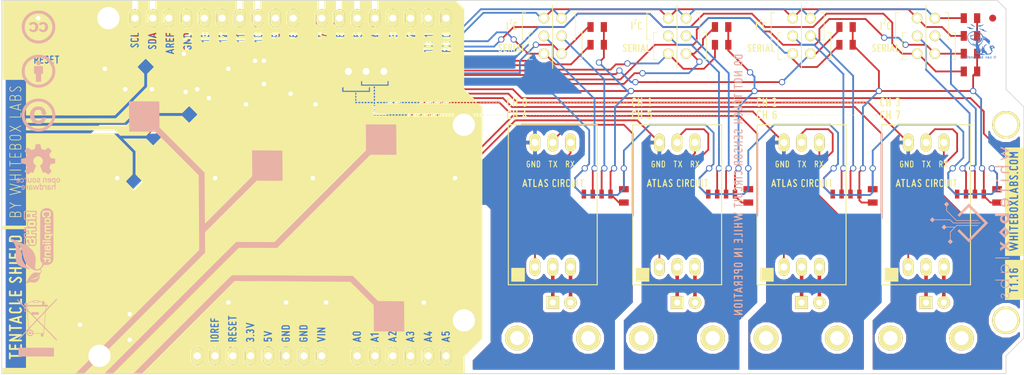
<source format=kicad_pcb>
(kicad_pcb (version 3) (host pcbnew "(2013-07-07 BZR 4022)-stable")
  (title_block (title "Tentacle Shield") (rev T1.16) (company "Whitebox Labs") (comment 1 "4 isolation, Dual Bus Design"))
  (layers (15 F.Cu signal) (0 B.Cu signal) (18 B.Paste user) (19 F.Paste user) (20 B.SilkS user) (21 F.SilkS user) (22 B.Mask user) (23 F.Mask user) (28 Edge.Cuts user))
  (net 0 "")
  (net 1 GND)
  (net 2 GND_ISO1)
  (net 3 GND_ISO2)
  (net 4 GND_ISO3)
  (net 5 GND_ISO4)
  (net 6 N-000001)
  (net 7 N-0000010)
  (net 8 N-0000011)
  (net 9 N-0000012)
  (net 10 N-0000015)
  (net 11 N-0000016)
  (net 12 N-0000017)
  (net 13 N-0000018)
  (net 14 N-0000019)
  (net 15 N-000002)
  (net 16 N-0000020)
  (net 17 N-0000021)
  (net 18 N-0000022)
  (net 19 N-0000023)
  (net 20 N-0000025)
  (net 21 N-0000026)
  (net 22 N-0000028)
  (net 23 N-000003)
  (net 24 N-0000030)
  (net 25 N-0000031)
  (net 26 N-0000032)
  (net 27 N-0000033)
  (net 28 N-000004)
  (net 29 N-0000043)
  (net 30 N-000005)
  (net 31 N-0000051)
  (net 32 N-0000052)
  (net 33 N-0000053)
  (net 34 N-0000055)
  (net 35 N-0000056)
  (net 36 N-0000057)
  (net 37 N-0000058)
  (net 38 N-0000059)
  (net 39 N-000006)
  (net 40 N-0000061)
  (net 41 N-0000062)
  (net 42 N-0000063)
  (net 43 N-0000064)
  (net 44 N-000007)
  (net 45 N-0000070)
  (net 46 N-0000071)
  (net 47 N-0000072)
  (net 48 N-0000073)
  (net 49 N-0000074)
  (net 50 N-000008)
  (net 51 N-000009)
  (net 52 VCC)
  (net 53 V_ISO1)
  (net 54 V_ISO2)
  (net 55 V_ISO3)
  (net 56 V_ISO4)
  (module 141029_back_V2_highres_B.SilkS_146mm_flipped (layer F.Cu) (at 149.225 93.98)
    (fp_text reference VAL hide)
    (fp_text value REF hide)
  )
  (module fiducial (layer F.Cu) (at 217.805 69.85)
    (fp_text reference fiducial hide)
    (fp_text value VAL** hide)
    (pad 1 smd circle (at 0 0) (size 1 1) (layers F.Cu F.Mask) (clearance 0.5))
  )
  (module SM0805 (layer F.Cu) (at 99.06 96.52 90)
    (fp_text reference C12 (at 0 -0.3175 90) (layer F.SilkS) (effects (font (size 0.50038 0.50038) (thickness 0.10922))))
    (fp_text value 1µF (at 0 0.381 90) (layer F.SilkS) (effects (font (size 0.50038 0.50038) (thickness 0.10922))))
    (pad 1 smd rect (at -0.9525 0 90) (size 0.889 1.397) (layers F.Cu F.Paste F.Mask) (net 4 GND_ISO3))
    (pad 2 smd rect (at 0.9525 0 90) (size 0.889 1.397) (layers F.Cu F.Paste F.Mask) (net 45 N-0000070))
  )
  (module SM0805 (layer F.Cu) (at 127 96.52 90)
    (fp_text reference C2 (at 0 -0.3175 90) (layer F.SilkS) (effects (font (size 0.50038 0.50038) (thickness 0.10922))))
    (fp_text value 1µF (at 0 0.381 90) (layer F.SilkS) (effects (font (size 0.50038 0.50038) (thickness 0.10922))))
    (pad 1 smd rect (at -0.9525 0 90) (size 0.889 1.397) (layers F.Cu F.Paste F.Mask) (net 2 GND_ISO1))
    (pad 2 smd rect (at 0.9525 0 90) (size 0.889 1.397) (layers F.Cu F.Paste F.Mask) (net 28 N-000004))
  )
  (module SM0805 (layer F.Cu) (at 130.81 91.44 180)
    (fp_text reference C3 (at 0 -0.3175 180) (layer F.SilkS) (effects (font (size 0.50038 0.50038) (thickness 0.10922))))
    (fp_text value 2.2µF (at 0 0.381 180) (layer F.SilkS) (effects (font (size 0.50038 0.50038) (thickness 0.10922))))
    (pad 1 smd rect (at -0.9525 0 180) (size 0.889 1.397) (layers F.Cu F.Paste F.Mask) (net 53 V_ISO1))
    (pad 2 smd rect (at 0.9525 0 180) (size 0.889 1.397) (layers F.Cu F.Paste F.Mask) (net 2 GND_ISO1))
  )
  (module SM0805 (layer F.Cu) (at 113.03 96.52 90)
    (fp_text reference C7 (at 0 -0.3175 90) (layer F.SilkS) (effects (font (size 0.50038 0.50038) (thickness 0.10922))))
    (fp_text value 1µF (at 0 0.381 90) (layer F.SilkS) (effects (font (size 0.50038 0.50038) (thickness 0.10922))))
    (pad 1 smd rect (at -0.9525 0 90) (size 0.889 1.397) (layers F.Cu F.Paste F.Mask) (net 3 GND_ISO2))
    (pad 2 smd rect (at 0.9525 0 90) (size 0.889 1.397) (layers F.Cu F.Paste F.Mask) (net 30 N-000005))
  )
  (module SM0805 (layer F.Cu) (at 116.84 91.44 180)
    (fp_text reference C8 (at 0 -0.3175 180) (layer F.SilkS) (effects (font (size 0.50038 0.50038) (thickness 0.10922))))
    (fp_text value 2.2µF (at 0 0.381 180) (layer F.SilkS) (effects (font (size 0.50038 0.50038) (thickness 0.10922))))
    (pad 1 smd rect (at -0.9525 0 180) (size 0.889 1.397) (layers F.Cu F.Paste F.Mask) (net 54 V_ISO2))
    (pad 2 smd rect (at 0.9525 0 180) (size 0.889 1.397) (layers F.Cu F.Paste F.Mask) (net 3 GND_ISO2))
  )
  (module SM0805 (layer F.Cu) (at 102.87 91.44 180)
    (fp_text reference C13 (at 0 -0.3175 180) (layer F.SilkS) (effects (font (size 0.50038 0.50038) (thickness 0.10922))))
    (fp_text value 2.2µF (at 0 0.381 180) (layer F.SilkS) (effects (font (size 0.50038 0.50038) (thickness 0.10922))))
    (pad 1 smd rect (at -0.9525 0 180) (size 0.889 1.397) (layers F.Cu F.Paste F.Mask) (net 55 V_ISO3))
    (pad 2 smd rect (at 0.9525 0 180) (size 0.889 1.397) (layers F.Cu F.Paste F.Mask) (net 4 GND_ISO3))
  )
  (module SM0805 (layer F.Cu) (at 85.09 96.52 90)
    (fp_text reference C17 (at 0 -0.3175 90) (layer F.SilkS) (effects (font (size 0.50038 0.50038) (thickness 0.10922))))
    (fp_text value 1µF (at 0 0.381 90) (layer F.SilkS) (effects (font (size 0.50038 0.50038) (thickness 0.10922))))
    (pad 1 smd rect (at -0.9525 0 90) (size 0.889 1.397) (layers F.Cu F.Paste F.Mask) (net 5 GND_ISO4))
    (pad 2 smd rect (at 0.9525 0 90) (size 0.889 1.397) (layers F.Cu F.Paste F.Mask) (net 6 N-000001))
  )
  (module SM0805 (layer F.Cu) (at 88.9 91.44 180)
    (fp_text reference C18 (at 0 -0.3175 180) (layer F.SilkS) (effects (font (size 0.50038 0.50038) (thickness 0.10922))))
    (fp_text value 2.2µF (at 0 0.381 180) (layer F.SilkS) (effects (font (size 0.50038 0.50038) (thickness 0.10922))))
    (pad 1 smd rect (at -0.9525 0 180) (size 0.889 1.397) (layers F.Cu F.Paste F.Mask) (net 56 V_ISO4))
    (pad 2 smd rect (at 0.9525 0 180) (size 0.889 1.397) (layers F.Cu F.Paste F.Mask) (net 5 GND_ISO4))
  )
  (module SM0805 (layer F.Cu) (at 104.14 77.47 90)
    (fp_text reference R17 (at 0 -0.3175 90) (layer F.SilkS) (effects (font (size 0.50038 0.50038) (thickness 0.10922))))
    (fp_text value 4.7K (at 0 0.381 90) (layer F.SilkS) (effects (font (size 0.50038 0.50038) (thickness 0.10922))))
    (pad 1 smd rect (at -0.9525 0 90) (size 0.889 1.397) (layers F.Cu F.Paste F.Mask) (net 46 N-0000071))
    (pad 2 smd rect (at 0.9525 0 90) (size 0.889 1.397) (layers F.Cu F.Paste F.Mask) (net 52 VCC))
  )
  (module sot89 (layer F.Cu) (at 130.81 96.52 180)
    (fp_text reference REG1 hide)
    (fp_text value LD2981ABU50TR hide)
    (pad 1 smd rect (at -1.50114 1.89992 180) (size 0.70104 1.6002) (layers F.Cu F.Paste F.Mask) (net 53 V_ISO1))
    (pad 2 smd rect (at 0 1.651 180) (size 0.70104 2.10058) (layers F.Cu F.Paste F.Mask) (net 2 GND_ISO1))
    (pad 3 smd rect (at 1.50114 1.89992 180) (size 0.70104 1.6002) (layers F.Cu F.Paste F.Mask) (net 28 N-000004))
    (pad 2 smd rect (at 0 -0.7493 180) (size 1.99898 2.75082) (layers F.Cu F.Paste F.Mask) (net 2 GND_ISO1))
  )
  (module sot89 (layer F.Cu) (at 102.87 96.52 180)
    (fp_text reference REG3 hide)
    (fp_text value LD2981ABU50TR hide)
    (pad 1 smd rect (at -1.50114 1.89992 180) (size 0.70104 1.6002) (layers F.Cu F.Paste F.Mask) (net 55 V_ISO3))
    (pad 2 smd rect (at 0 1.651 180) (size 0.70104 2.10058) (layers F.Cu F.Paste F.Mask) (net 4 GND_ISO3))
    (pad 3 smd rect (at 1.50114 1.89992 180) (size 0.70104 1.6002) (layers F.Cu F.Paste F.Mask) (net 45 N-0000070))
    (pad 2 smd rect (at 0 -0.7493 180) (size 1.99898 2.75082) (layers F.Cu F.Paste F.Mask) (net 4 GND_ISO3))
  )
  (module sot89 (layer F.Cu) (at 88.9 96.52 180)
    (fp_text reference REG4 hide)
    (fp_text value LD2981ABU50TR hide)
    (pad 1 smd rect (at -1.50114 1.89992 180) (size 0.70104 1.6002) (layers F.Cu F.Paste F.Mask) (net 56 V_ISO4))
    (pad 2 smd rect (at 0 1.651 180) (size 0.70104 2.10058) (layers F.Cu F.Paste F.Mask) (net 5 GND_ISO4))
    (pad 3 smd rect (at 1.50114 1.89992 180) (size 0.70104 1.6002) (layers F.Cu F.Paste F.Mask) (net 6 N-000001))
    (pad 2 smd rect (at 0 -0.7493 180) (size 1.99898 2.75082) (layers F.Cu F.Paste F.Mask) (net 5 GND_ISO4))
  )
  (module Atlas_Stamp (layer F.Cu) (at 154.94 96.52)
    (fp_text reference STP1 hide)
    (fp_text value ATLAS_STAMP hide)
    (pad 1 thru_hole oval (at -2.54 -8.89) (size 1.542 2.54) (drill 1.016) (layers *.Cu *.Mask F.SilkS) (net 2 GND_ISO1))
    (pad 2 thru_hole oval (at 0 -8.89) (size 1.524 2.54) (drill 1.016) (layers *.Cu *.Mask F.SilkS) (net 51 N-000009))
    (pad 3 thru_hole oval (at 2.54 -8.89) (size 1.524 2.54) (drill 1.016) (layers *.Cu *.Mask F.SilkS) (net 22 N-0000028))
    (pad 4 thru_hole oval (at -2.54 8.89) (size 1.524 2.54) (drill 1.016) (layers *.Cu *.Mask F.SilkS) (net 53 V_ISO1))
    (pad 5 thru_hole oval (at 0 8.89) (size 1.524 2.54) (drill 1.016) (layers *.Cu *.Mask F.SilkS) (net 18 N-0000022))
    (pad 6 thru_hole oval (at 2.54 8.89) (size 1.524 2.54) (drill 1.016) (layers *.Cu *.Mask F.SilkS) (net 11 N-0000016))
  )
  (module Atlas_Stamp (layer F.Cu) (at 172.72 96.52)
    (fp_text reference STP2 hide)
    (fp_text value ATLAS_STAMP hide)
    (pad 1 thru_hole oval (at -2.54 -8.89) (size 1.542 2.54) (drill 1.016) (layers *.Cu *.Mask F.SilkS) (net 3 GND_ISO2))
    (pad 2 thru_hole oval (at 0 -8.89) (size 1.524 2.54) (drill 1.016) (layers *.Cu *.Mask F.SilkS) (net 25 N-0000031))
    (pad 3 thru_hole oval (at 2.54 -8.89) (size 1.524 2.54) (drill 1.016) (layers *.Cu *.Mask F.SilkS) (net 24 N-0000030))
    (pad 4 thru_hole oval (at -2.54 8.89) (size 1.524 2.54) (drill 1.016) (layers *.Cu *.Mask F.SilkS) (net 54 V_ISO2))
    (pad 5 thru_hole oval (at 0 8.89) (size 1.524 2.54) (drill 1.016) (layers *.Cu *.Mask F.SilkS) (net 17 N-0000021))
    (pad 6 thru_hole oval (at 2.54 8.89) (size 1.524 2.54) (drill 1.016) (layers *.Cu *.Mask F.SilkS) (net 12 N-0000017))
  )
  (module Atlas_Stamp (layer F.Cu) (at 190.5 96.52)
    (fp_text reference STP3 hide)
    (fp_text value ATLAS_STAMP hide)
    (pad 1 thru_hole oval (at -2.54 -8.89) (size 1.542 2.54) (drill 1.016) (layers *.Cu *.Mask F.SilkS) (net 4 GND_ISO3))
    (pad 2 thru_hole oval (at 0 -8.89) (size 1.524 2.54) (drill 1.016) (layers *.Cu *.Mask F.SilkS) (net 26 N-0000032))
    (pad 3 thru_hole oval (at 2.54 -8.89) (size 1.524 2.54) (drill 1.016) (layers *.Cu *.Mask F.SilkS) (net 27 N-0000033))
    (pad 4 thru_hole oval (at -2.54 8.89) (size 1.524 2.54) (drill 1.016) (layers *.Cu *.Mask F.SilkS) (net 55 V_ISO3))
    (pad 5 thru_hole oval (at 0 8.89) (size 1.524 2.54) (drill 1.016) (layers *.Cu *.Mask F.SilkS) (net 10 N-0000015))
    (pad 6 thru_hole oval (at 2.54 8.89) (size 1.524 2.54) (drill 1.016) (layers *.Cu *.Mask F.SilkS) (net 13 N-0000018))
  )
  (module Atlas_Stamp (layer F.Cu) (at 208.28 96.52)
    (fp_text reference STP4 hide)
    (fp_text value ATLAS_STAMP hide)
    (pad 1 thru_hole oval (at -2.54 -8.89) (size 1.542 2.54) (drill 1.016) (layers *.Cu *.Mask F.SilkS) (net 5 GND_ISO4))
    (pad 2 thru_hole oval (at 0 -8.89) (size 1.524 2.54) (drill 1.016) (layers *.Cu *.Mask F.SilkS) (net 20 N-0000025))
    (pad 3 thru_hole oval (at 2.54 -8.89) (size 1.524 2.54) (drill 1.016) (layers *.Cu *.Mask F.SilkS) (net 21 N-0000026))
    (pad 4 thru_hole oval (at -2.54 8.89) (size 1.524 2.54) (drill 1.016) (layers *.Cu *.Mask F.SilkS) (net 56 V_ISO4))
    (pad 5 thru_hole oval (at 0 8.89) (size 1.524 2.54) (drill 1.016) (layers *.Cu *.Mask F.SilkS) (net 16 N-0000020))
    (pad 6 thru_hole oval (at 2.54 8.89) (size 1.524 2.54) (drill 1.016) (layers *.Cu *.Mask F.SilkS) (net 14 N-0000019))
  )
  (module sot89 (layer F.Cu) (at 116.84 96.52 180)
    (fp_text reference REG2 hide)
    (fp_text value LD2981ABU50TR hide)
    (pad 1 smd rect (at -1.50114 1.89992 180) (size 0.70104 1.6002) (layers F.Cu F.Paste F.Mask) (net 54 V_ISO2))
    (pad 2 smd rect (at 0 1.651 180) (size 0.70104 2.10058) (layers F.Cu F.Paste F.Mask) (net 3 GND_ISO2))
    (pad 3 smd rect (at 1.50114 1.89992 180) (size 0.70104 1.6002) (layers F.Cu F.Paste F.Mask) (net 30 N-000005))
    (pad 2 smd rect (at 0 -0.7493 180) (size 1.99898 2.75082) (layers F.Cu F.Paste F.Mask) (net 3 GND_ISO2))
  )
  (module PINHEAD1-3a (layer F.Cu) (at 128.27 77.47)
    (fp_text reference JP9 hide)
    (fp_text value JUMPER3 hide)
    (pad 1 thru_hole circle (at -2.54 0) (size 1.50622 1.50622) (drill 0.99822) (layers *.Cu *.Mask F.SilkS) (net 23 N-000003))
    (pad 2 thru_hole circle (at 0 0) (size 1.50622 1.50622) (drill 0.99822) (layers *.Cu *.Mask F.SilkS) (net 46 N-0000071))
    (pad 3 thru_hole circle (at 2.54 0) (size 1.50622 1.50622) (drill 0.99822) (layers *.Cu *.Mask F.SilkS) (net 15 N-000002))
  )
  (module PINHEAD1-3a (layer F.Cu) (at 153.67 72.39 270)
    (fp_text reference JP1 hide)
    (fp_text value JUMPER3 hide)
    (pad 1 thru_hole circle (at -2.54 0 270) (size 1.50622 1.50622) (drill 0.99822) (layers *.Cu *.Mask F.SilkS) (net 47 N-0000072))
    (pad 2 thru_hole circle (at 0 0 270) (size 1.50622 1.50622) (drill 0.99822) (layers *.Cu *.Mask F.SilkS) (net 44 N-000007))
    (pad 3 thru_hole circle (at 2.54 0 270) (size 1.50622 1.50622) (drill 0.99822) (layers *.Cu *.Mask F.SilkS) (net 33 N-0000053))
  )
  (module PINHEAD1-3a (layer F.Cu) (at 171.45 72.39 270)
    (fp_text reference JP3 hide)
    (fp_text value JUMPER3 hide)
    (pad 1 thru_hole circle (at -2.54 0 270) (size 1.50622 1.50622) (drill 0.99822) (layers *.Cu *.Mask F.SilkS) (net 47 N-0000072))
    (pad 2 thru_hole circle (at 0 0 270) (size 1.50622 1.50622) (drill 0.99822) (layers *.Cu *.Mask F.SilkS) (net 39 N-000006))
    (pad 3 thru_hole circle (at 2.54 0 270) (size 1.50622 1.50622) (drill 0.99822) (layers *.Cu *.Mask F.SilkS) (net 34 N-0000055))
  )
  (module PINHEAD1-3a (layer F.Cu) (at 189.23 72.39 270)
    (fp_text reference JP5 hide)
    (fp_text value JUMPER3 hide)
    (pad 1 thru_hole circle (at -2.54 0 270) (size 1.50622 1.50622) (drill 0.99822) (layers *.Cu *.Mask F.SilkS) (net 47 N-0000072))
    (pad 2 thru_hole circle (at 0 0 270) (size 1.50622 1.50622) (drill 0.99822) (layers *.Cu *.Mask F.SilkS) (net 19 N-0000023))
    (pad 3 thru_hole circle (at 2.54 0 270) (size 1.50622 1.50622) (drill 0.99822) (layers *.Cu *.Mask F.SilkS) (net 36 N-0000057))
  )
  (module PINHEAD1-3a (layer F.Cu) (at 207.01 72.39 270)
    (fp_text reference JP7 hide)
    (fp_text value JUMPER3 hide)
    (pad 1 thru_hole circle (at -2.54 0 270) (size 1.50622 1.50622) (drill 0.99822) (layers *.Cu *.Mask F.SilkS) (net 47 N-0000072))
    (pad 2 thru_hole circle (at 0 0 270) (size 1.50622 1.50622) (drill 0.99822) (layers *.Cu *.Mask F.SilkS) (net 9 N-0000012))
    (pad 3 thru_hole circle (at 2.54 0 270) (size 1.50622 1.50622) (drill 0.99822) (layers *.Cu *.Mask F.SilkS) (net 38 N-0000059))
  )
  (module PINHEAD1-3a (layer F.Cu) (at 156.21 72.39 270)
    (fp_text reference JP2 hide)
    (fp_text value JUMPER3 hide)
    (pad 1 thru_hole circle (at -2.54 0 270) (size 1.50622 1.50622) (drill 0.99822) (layers *.Cu *.Mask F.SilkS) (net 49 N-0000074))
    (pad 2 thru_hole circle (at 0 0 270) (size 1.50622 1.50622) (drill 0.99822) (layers *.Cu *.Mask F.SilkS) (net 50 N-000008))
    (pad 3 thru_hole circle (at 2.54 0 270) (size 1.50622 1.50622) (drill 0.99822) (layers *.Cu *.Mask F.SilkS) (net 32 N-0000052))
  )
  (module PINHEAD1-3a (layer F.Cu) (at 173.99 72.39 270)
    (fp_text reference JP4 hide)
    (fp_text value JUMPER3 hide)
    (pad 1 thru_hole circle (at -2.54 0 270) (size 1.50622 1.50622) (drill 0.99822) (layers *.Cu *.Mask F.SilkS) (net 49 N-0000074))
    (pad 2 thru_hole circle (at 0 0 270) (size 1.50622 1.50622) (drill 0.99822) (layers *.Cu *.Mask F.SilkS) (net 7 N-0000010))
    (pad 3 thru_hole circle (at 2.54 0 270) (size 1.50622 1.50622) (drill 0.99822) (layers *.Cu *.Mask F.SilkS) (net 31 N-0000051))
  )
  (module PINHEAD1-3a (layer F.Cu) (at 191.77 72.39 270)
    (fp_text reference JP6 hide)
    (fp_text value JUMPER3 hide)
    (pad 1 thru_hole circle (at -2.54 0 270) (size 1.50622 1.50622) (drill 0.99822) (layers *.Cu *.Mask F.SilkS) (net 49 N-0000074))
    (pad 2 thru_hole circle (at 0 0 270) (size 1.50622 1.50622) (drill 0.99822) (layers *.Cu *.Mask F.SilkS) (net 48 N-0000073))
    (pad 3 thru_hole circle (at 2.54 0 270) (size 1.50622 1.50622) (drill 0.99822) (layers *.Cu *.Mask F.SilkS) (net 35 N-0000056))
  )
  (module PINHEAD1-3a (layer F.Cu) (at 209.55 72.39 270)
    (fp_text reference JP8 hide)
    (fp_text value JUMPER3 hide)
    (pad 1 thru_hole circle (at -2.54 0 270) (size 1.50622 1.50622) (drill 0.99822) (layers *.Cu *.Mask F.SilkS) (net 49 N-0000074))
    (pad 2 thru_hole circle (at 0 0 270) (size 1.50622 1.50622) (drill 0.99822) (layers *.Cu *.Mask F.SilkS) (net 8 N-0000011))
    (pad 3 thru_hole circle (at 2.54 0 270) (size 1.50622 1.50622) (drill 0.99822) (layers *.Cu *.Mask F.SilkS) (net 37 N-0000058))
  )
  (module R1SE_0505 (layer F.Cu) (at 129.54 106.68 90)
    (fp_text reference DCDC1 hide)
    (fp_text value R1SE_0505 hide)
    (pad 1 smd rect (at -3.81 5.1 90) (size 1.2 1.8) (layers F.Cu F.Paste F.Mask) (net 1 GND))
    (pad 2 smd rect (at -1.27 5.1 90) (size 1.2 1.8) (layers F.Cu F.Paste F.Mask) (net 52 VCC))
    (pad 3 smd rect (at 1.27 5.1 90) (size 1.2 1.8) (layers F.Cu F.Paste F.Mask))
    (pad 4 smd rect (at 3.81 5.1 90) (size 1.2 1.8) (layers F.Cu F.Paste F.Mask) (net 2 GND_ISO1))
    (pad 5 smd rect (at 3.81 -5.1 90) (size 1.2 1.8) (layers F.Cu F.Paste F.Mask) (net 28 N-000004))
    (pad 6 smd rect (at 1.27 -5.1 90) (size 1.2 1.8) (layers F.Cu F.Paste F.Mask))
    (pad 7 smd rect (at -1.27 -5.1 90) (size 1.2 1.8) (layers F.Cu F.Paste F.Mask))
    (pad 8 smd rect (at -3.81 -5.1 90) (size 1.2 1.8) (layers F.Cu F.Paste F.Mask))
  )
  (module R1SE_0505 (layer F.Cu) (at 115.57 106.68 90)
    (fp_text reference DCDC2 hide)
    (fp_text value R1SE_0505 hide)
    (pad 1 smd rect (at -3.81 5.1 90) (size 1.2 1.8) (layers F.Cu F.Paste F.Mask) (net 1 GND))
    (pad 2 smd rect (at -1.27 5.1 90) (size 1.2 1.8) (layers F.Cu F.Paste F.Mask) (net 52 VCC))
    (pad 3 smd rect (at 1.27 5.1 90) (size 1.2 1.8) (layers F.Cu F.Paste F.Mask))
    (pad 4 smd rect (at 3.81 5.1 90) (size 1.2 1.8) (layers F.Cu F.Paste F.Mask) (net 3 GND_ISO2))
    (pad 5 smd rect (at 3.81 -5.1 90) (size 1.2 1.8) (layers F.Cu F.Paste F.Mask) (net 30 N-000005))
    (pad 6 smd rect (at 1.27 -5.1 90) (size 1.2 1.8) (layers F.Cu F.Paste F.Mask))
    (pad 7 smd rect (at -1.27 -5.1 90) (size 1.2 1.8) (layers F.Cu F.Paste F.Mask))
    (pad 8 smd rect (at -3.81 -5.1 90) (size 1.2 1.8) (layers F.Cu F.Paste F.Mask))
  )
  (module R1SE_0505 (layer F.Cu) (at 101.6 106.68 90)
    (fp_text reference DCDC3 hide)
    (fp_text value R1SE_0505 hide)
    (pad 1 smd rect (at -3.81 5.1 90) (size 1.2 1.8) (layers F.Cu F.Paste F.Mask) (net 1 GND))
    (pad 2 smd rect (at -1.27 5.1 90) (size 1.2 1.8) (layers F.Cu F.Paste F.Mask) (net 52 VCC))
    (pad 3 smd rect (at 1.27 5.1 90) (size 1.2 1.8) (layers F.Cu F.Paste F.Mask))
    (pad 4 smd rect (at 3.81 5.1 90) (size 1.2 1.8) (layers F.Cu F.Paste F.Mask) (net 4 GND_ISO3))
    (pad 5 smd rect (at 3.81 -5.1 90) (size 1.2 1.8) (layers F.Cu F.Paste F.Mask) (net 45 N-0000070))
    (pad 6 smd rect (at 1.27 -5.1 90) (size 1.2 1.8) (layers F.Cu F.Paste F.Mask))
    (pad 7 smd rect (at -1.27 -5.1 90) (size 1.2 1.8) (layers F.Cu F.Paste F.Mask))
    (pad 8 smd rect (at -3.81 -5.1 90) (size 1.2 1.8) (layers F.Cu F.Paste F.Mask))
  )
  (module R1SE_0505 (layer F.Cu) (at 87.63 106.68 90)
    (fp_text reference DCDC4 hide)
    (fp_text value R1SE_0505 hide)
    (pad 1 smd rect (at -3.81 5.1 90) (size 1.2 1.8) (layers F.Cu F.Paste F.Mask) (net 1 GND))
    (pad 2 smd rect (at -1.27 5.1 90) (size 1.2 1.8) (layers F.Cu F.Paste F.Mask) (net 52 VCC))
    (pad 3 smd rect (at 1.27 5.1 90) (size 1.2 1.8) (layers F.Cu F.Paste F.Mask))
    (pad 4 smd rect (at 3.81 5.1 90) (size 1.2 1.8) (layers F.Cu F.Paste F.Mask) (net 5 GND_ISO4))
    (pad 5 smd rect (at 3.81 -5.1 90) (size 1.2 1.8) (layers F.Cu F.Paste F.Mask) (net 6 N-000001))
    (pad 6 smd rect (at 1.27 -5.1 90) (size 1.2 1.8) (layers F.Cu F.Paste F.Mask))
    (pad 7 smd rect (at -1.27 -5.1 90) (size 1.2 1.8) (layers F.Cu F.Paste F.Mask))
    (pad 8 smd rect (at -3.81 -5.1 90) (size 1.2 1.8) (layers F.Cu F.Paste F.Mask))
  )
  (module SO16N (layer F.Cu) (at 111.76 77.47)
    (fp_text reference MUX1 hide)
    (fp_text value 74HCT4052D hide)
    (pad 16 smd rect (at -4.445 -3.175) (size 0.508 1.143) (layers F.Cu F.Paste F.Mask) (net 52 VCC))
    (pad 14 smd rect (at -1.905 -3.175) (size 0.508 1.143) (layers F.Cu F.Paste F.Mask) (net 34 N-0000055))
    (pad 13 smd rect (at -0.635 -3.175) (size 0.508 1.143) (layers F.Cu F.Paste F.Mask) (net 43 N-0000064))
    (pad 12 smd rect (at 0.635 -3.175) (size 0.508 1.143) (layers F.Cu F.Paste F.Mask) (net 33 N-0000053))
    (pad 11 smd rect (at 1.905 -3.175) (size 0.508 1.143) (layers F.Cu F.Paste F.Mask) (net 38 N-0000059))
    (pad 10 smd rect (at 3.175 -3.175) (size 0.508 1.143) (layers F.Cu F.Paste F.Mask) (net 42 N-0000063))
    (pad 9 smd rect (at 4.445 -3.175) (size 0.508 1.143) (layers F.Cu F.Paste F.Mask) (net 41 N-0000062))
    (pad 8 smd rect (at 4.445 3.175) (size 0.508 1.143) (layers F.Cu F.Paste F.Mask) (net 1 GND))
    (pad 7 smd rect (at 3.175 3.175) (size 0.508 1.143) (layers F.Cu F.Paste F.Mask) (net 1 GND))
    (pad 6 smd rect (at 1.905 3.175) (size 0.508 1.143) (layers F.Cu F.Paste F.Mask) (net 46 N-0000071))
    (pad 5 smd rect (at 0.635 3.175) (size 0.508 1.143) (layers F.Cu F.Paste F.Mask) (net 31 N-0000051))
    (pad 4 smd rect (at -0.635 3.175) (size 0.508 1.143) (layers F.Cu F.Paste F.Mask) (net 37 N-0000058))
    (pad 3 smd rect (at -1.905 3.175) (size 0.508 1.143) (layers F.Cu F.Paste F.Mask) (net 40 N-0000061))
    (pad 2 smd rect (at -3.175 3.175) (size 0.508 1.143) (layers F.Cu F.Paste F.Mask) (net 35 N-0000056))
    (pad 1 smd rect (at -4.445 3.175) (size 0.508 1.143) (layers F.Cu F.Paste F.Mask) (net 32 N-0000052))
    (pad 15 smd rect (at -3.175 -3.175) (size 0.508 1.143) (layers F.Cu F.Paste F.Mask) (net 36 N-0000057))
  )
  (module fiducial (layer F.Cu) (at 81.28 116.84)
    (fp_text reference fiducial hide)
    (fp_text value VAL** hide)
    (pad 1 smd circle (at 0 0) (size 1 1) (layers F.Cu F.Mask) (clearance 0.5))
  )
  (module B3S-1000P (layer F.Cu) (at 82.55 71.12 180)
    (fp_text reference SW1 hide)
    (fp_text value SW_PUSH hide)
    (pad 1 smd rect (at 3.5 2.25 180) (size 2.6 1.3) (layers F.Cu F.Paste F.Mask) (net 1 GND))
    (pad 1 smd rect (at -3.5 2.25 180) (size 2.6 1.3) (layers F.Cu F.Paste F.Mask) (net 1 GND))
    (pad 2 smd rect (at 3.5 -2.25 180) (size 2.6 1.3) (layers F.Cu F.Paste F.Mask) (net 29 N-0000043))
    (pad 2 smd rect (at -3.5 -2.25 180) (size 2.6 1.3) (layers F.Cu F.Paste F.Mask) (net 29 N-0000043))
  )
  (module icon (layer F.Cu) (at 215.9 73.025)
    (fp_text reference VAL hide)
    (fp_text value REF hide)
    (fp_poly (pts (xy -1.71196 -0.50038) (xy -1.69672 -0.20066) (xy -1.62306 0.00762) (xy -1.62306 -0.30226) (xy -1.61544 -0.57404) (xy -1.52908 -0.8128) (xy -1.4605 -0.9017) (xy -1.26746 -1.04902) (xy -1.00584 -1.1557) (xy -0.7112 -1.21412) (xy -0.4191 -1.22174) (xy -0.17018 -1.16586) (xy -0.12192 -1.143) (xy 0.10414 -0.9779) (xy 0.29718 -0.7493) (xy 0.43688 -0.48768) (xy 0.50038 -0.23368) (xy 0.50038 -0.19558) (xy 0.45212 0.03556) (xy 0.32004 0.26924) (xy 0.127 0.47752) (xy 0.01524 0.5588) (xy -0.2921 0.69088) (xy -0.61214 0.71628) (xy -0.94234 0.63246) (xy -0.97536 0.61722) (xy -1.22428 0.45466) (xy -1.41986 0.23114) (xy -1.55448 -0.02794) (xy -1.62306 -0.30226) (xy -1.62306 0.00762) (xy -1.59004 0.10414) (xy -1.38938 0.40386) (xy -1.37668 0.41402) (xy -1.2192 0.5715) (xy -1.04902 0.68072) (xy -0.82804 0.75946) (xy -0.65786 0.8001) (xy -0.52578 0.8763) (xy -0.46736 1.03124) (xy -0.49022 1.25222) (xy -0.53086 1.38938) (xy -0.58928 1.6002) (xy -0.59436 1.77292) (xy -0.58928 1.79578) (xy -0.54356 1.90246) (xy -0.53086 1.90754) (xy -0.53086 1.67894) (xy -0.51562 1.59004) (xy -0.47244 1.49606) (xy -0.42672 1.39954) (xy -0.40894 1.38938) (xy -0.41402 1.40716) (xy -0.41402 1.50368) (xy -0.37592 1.60274) (xy -0.32512 1.67132) (xy -0.27432 1.67894) (xy -0.25908 1.65608) (xy -0.23622 1.62814) (xy -0.22606 1.67894) (xy -0.26416 1.75768) (xy -0.36576 1.77546) (xy -0.48768 1.72974) (xy -0.53086 1.67894) (xy -0.53086 1.90754) (xy -0.44958 1.94056) (xy -0.37084 1.94564) (xy -0.33274 1.94818) (xy -0.33274 1.86182) (xy -0.3048 1.83388) (xy -0.27686 1.86182) (xy -0.3048 1.88722) (xy -0.33274 1.86182) (xy -0.33274 1.94818) (xy -0.2286 1.95834) (xy -0.13716 1.9939) (xy -0.13462 1.9939) (xy -0.07874 2.0193) (xy -0.07874 1.76276) (xy -0.06604 1.59004) (xy -0.03302 1.50114) (xy 0.03556 1.46558) (xy 0.12446 1.45542) (xy 0.26162 1.4351) (xy 0.32512 1.41224) (xy 0.29718 1.39446) (xy 0.20828 1.38938) (xy 0.0889 1.37414) (xy 0.03556 1.3462) (xy 0.06604 1.31826) (xy 0.17526 1.30556) (xy 0.19304 1.30556) (xy 0.32766 1.33096) (xy 0.36576 1.39192) (xy 0.31496 1.45542) (xy 0.1905 1.50114) (xy 0.08636 1.53416) (xy 0.09398 1.57226) (xy 0.09906 1.57226) (xy 0.20574 1.59512) (xy 0.2794 1.58242) (xy 0.35814 1.5621) (xy 0.38354 1.58496) (xy 0.36068 1.6764) (xy 0.33274 1.76276) (xy 0.2794 1.87452) (xy 0.2032 1.90754) (xy 0.09398 1.8923) (xy -0.04318 1.83642) (xy -0.07874 1.76276) (xy -0.07874 2.0193) (xy -0.0508 2.02946) (xy 0.10668 2.05994) (xy 0.30226 2.0828) (xy 0.50038 2.09296) (xy 0.67056 2.09042) (xy 0.78232 2.07518) (xy 0.80264 2.06248) (xy 0.78486 2.01676) (xy 0.6604 1.99898) (xy 0.6477 1.99898) (xy 0.49022 1.9812) (xy 0.4191 1.93548) (xy 0.4445 1.87198) (xy 0.4953 1.83642) (xy 0.6604 1.78054) (xy 0.78232 1.82626) (xy 0.84582 1.92278) (xy 0.89408 2.00406) (xy 0.9525 2.0447) (xy 1.00076 2.04724) (xy 1.00076 1.9177) (xy 1.0287 1.88722) (xy 1.05664 1.9177) (xy 1.0287 1.94564) (xy 1.00076 1.9177) (xy 1.00076 2.04724) (xy 1.06172 2.04978) (xy 1.22428 2.03708) (xy 1.47066 2.00406) (xy 1.6256 1.96596) (xy 1.70434 1.91262) (xy 1.72212 1.84658) (xy 1.7653 1.74498) (xy 1.81356 1.69672) (xy 1.85928 1.61544) (xy 1.87452 1.50114) (xy 1.8542 1.38938) (xy 1.81102 1.31572) (xy 1.76022 1.31318) (xy 1.74752 1.3081) (xy 1.8034 1.24714) (xy 1.80594 1.2446) (xy 1.92278 1.13284) (xy 1.9939 1.0541) (xy 2.04978 1.00076) (xy 2.04724 1.03886) (xy 2.03962 1.06426) (xy 2.04216 1.13792) (xy 2.11582 1.15062) (xy 2.19456 1.1176) (xy 2.18948 1.03886) (xy 2.11074 0.88138) (xy 1.99644 0.77216) (xy 1.87706 0.72136) (xy 1.77546 0.7493) (xy 1.74752 0.78232) (xy 1.68402 0.79756) (xy 1.60782 0.74422) (xy 1.52654 0.6858) (xy 1.50622 0.70612) (xy 1.54432 0.81534) (xy 1.58496 0.90424) (xy 1.63576 1.016) (xy 1.6383 1.03632) (xy 1.59004 0.97282) (xy 1.57734 0.95758) (xy 1.48336 0.85344) (xy 1.43256 0.84328) (xy 1.44272 0.92456) (xy 1.48082 1.01346) (xy 1.55956 1.18872) (xy 1.6129 1.3589) (xy 1.6129 1.36144) (xy 1.65608 1.4732) (xy 1.71196 1.51384) (xy 1.7145 1.51384) (xy 1.73228 1.51892) (xy 1.73228 1.07188) (xy 1.73228 0.98552) (xy 1.78562 0.87884) (xy 1.84912 0.84328) (xy 1.92786 0.8636) (xy 1.94056 0.9398) (xy 1.88214 1.03886) (xy 1.8796 1.04394) (xy 1.78308 1.10744) (xy 1.73228 1.07188) (xy 1.73228 1.51892) (xy 1.77292 1.52908) (xy 1.7526 1.6129) (xy 1.66878 1.73482) (xy 1.5367 1.84404) (xy 1.3716 1.90754) (xy 1.20904 1.91262) (xy 1.0922 1.85928) (xy 1.0795 1.84404) (xy 1.03886 1.75514) (xy 1.07188 1.71196) (xy 1.0795 1.66624) (xy 0.9906 1.60782) (xy 0.87122 1.51384) (xy 0.76962 1.36906) (xy 0.75692 1.34112) (xy 0.69596 1.1049) (xy 0.7366 0.90424) (xy 0.87376 0.7493) (xy 0.93726 0.71374) (xy 1.04648 0.63754) (xy 1.05918 0.58674) (xy 0.98552 0.57912) (xy 0.87122 0.61722) (xy 0.76454 0.6985) (xy 0.66548 0.82296) (xy 0.59944 0.9525) (xy 0.58674 1.0541) (xy 0.59182 1.0668) (xy 0.57658 1.10744) (xy 0.5588 1.11252) (xy 0.51816 1.06172) (xy 0.50292 0.94488) (xy 0.50038 0.94234) (xy 0.48514 0.83058) (xy 0.44704 0.80518) (xy 0.4445 0.80518) (xy 0.4064 0.87884) (xy 0.39116 1.01346) (xy 0.39116 1.02616) (xy 0.35306 1.1811) (xy 0.26416 1.26238) (xy 0.1524 1.26746) (xy 0.0508 1.19888) (xy -0.0127 1.04902) (xy -0.01524 1.03886) (xy -0.0127 0.8382) (xy 0.0762 0.66548) (xy 0.22098 0.5207) (xy 0.33782 0.39116) (xy 0.44704 0.21336) (xy 0.47244 0.15748) (xy 0.53848 0.01016) (xy 0.5715 -0.06096) (xy 0.5715 -0.41148) (xy 0.62992 -0.42926) (xy 0.68326 -0.41402) (xy 0.74422 -0.34544) (xy 0.74168 -0.30226) (xy 0.68072 -0.2286) (xy 0.61722 -0.25908) (xy 0.58928 -0.31242) (xy 0.5715 -0.41148) (xy 0.5715 -0.06096) (xy 0.5842 -0.08636) (xy 0.59436 -0.10414) (xy 0.65024 -0.09652) (xy 0.76454 -0.02286) (xy 0.889 0.07874) (xy 0.889 -0.36068) (xy 0.91694 -0.38862) (xy 0.94488 -0.36068) (xy 0.91694 -0.33274) (xy 0.889 -0.36068) (xy 0.889 0.07874) (xy 0.91694 0.10414) (xy 1.08712 0.26416) (xy 1.16078 0.33782) (xy 1.32842 0.50292) (xy 1.43764 0.59182) (xy 1.48336 0.60198) (xy 1.4605 0.53086) (xy 1.45288 0.51308) (xy 1.43764 0.38608) (xy 1.47828 0.30734) (xy 1.53924 0.20828) (xy 1.55702 0.15748) (xy 1.51892 0.07366) (xy 1.4224 -0.04064) (xy 1.30302 -0.15494) (xy 1.19126 -0.23876) (xy 1.12014 -0.26416) (xy 1.04394 -0.2921) (xy 1.03124 -0.33274) (xy 0.9779 -0.40386) (xy 0.83566 -0.47244) (xy 0.76454 -0.49784) (xy 0.61214 -0.55372) (xy 0.51562 -0.61214) (xy 0.50038 -0.63754) (xy 0.4572 -0.74168) (xy 0.35052 -0.88138) (xy 0.20066 -1.03378) (xy 0.03302 -1.17094) (xy -0.12446 -1.27254) (xy -0.1524 -1.28524) (xy -0.30226 -1.35382) (xy -0.3683 -1.41224) (xy -0.37846 -1.4986) (xy -0.36322 -1.58496) (xy -0.34798 -1.71704) (xy -0.37592 -1.77292) (xy -0.41402 -1.778) (xy -0.46736 -1.75768) (xy -0.48006 -1.67386) (xy -0.46482 -1.55702) (xy -0.42926 -1.3335) (xy -0.67564 -1.3335) (xy -0.93472 -1.2954) (xy -1.2065 -1.19126) (xy -1.46558 -1.01092) (xy -1.63322 -0.77216) (xy -1.71196 -0.50038) (xy -1.71196 -0.50038)) (layer B.Cu) (width 0.00254))
    (fp_poly (pts (xy 1.3335 0.68834) (xy 1.37414 0.73914) (xy 1.38938 0.7493) (xy 1.44272 0.76454) (xy 1.44526 0.75692) (xy 1.40716 0.70612) (xy 1.38938 0.69596) (xy 1.33858 0.68072) (xy 1.3335 0.68834) (xy 1.3335 0.68834)) (layer B.Cu) (width 0.00254))
    (fp_poly (pts (xy 1.05664 -0.3048) (xy 1.08458 -0.2794) (xy 1.11252 -0.3048) (xy 1.08458 -0.33274) (xy 1.05664 -0.3048) (xy 1.05664 -0.3048)) (layer B.Cu) (width 0.00254))
    (fp_poly (pts (xy -0.03048 -1.62052) (xy 0.04318 -1.57988) (xy 0.18542 -1.55702) (xy 0.23876 -1.55448) (xy 0.37846 -1.54686) (xy 0.41402 -1.524) (xy 0.39116 -1.50114) (xy 0.34036 -1.4605) (xy 0.34544 -1.42748) (xy 0.42164 -1.39192) (xy 0.5842 -1.34112) (xy 0.67564 -1.31318) (xy 0.89154 -1.25222) (xy 1.01092 -1.22936) (xy 1.04394 -1.24206) (xy 1.0033 -1.28778) (xy 0.9779 -1.3081) (xy 0.8509 -1.37414) (xy 0.76708 -1.38938) (xy 0.68326 -1.42494) (xy 0.66548 -1.46558) (xy 0.6477 -1.52908) (xy 0.5715 -1.57734) (xy 0.42418 -1.6129) (xy 0.2159 -1.64592) (xy 0.04572 -1.66116) (xy -0.03048 -1.651) (xy -0.03048 -1.62052) (xy -0.03048 -1.62052)) (layer B.Cu) (width 0.00254))
    (fp_poly (pts (xy -1.77546 -1.83388) (xy -1.7272 -1.79578) (xy -1.6129 -1.778) (xy -1.6129 -1.778) (xy -1.49606 -1.76276) (xy -1.4732 -1.7145) (xy -1.47828 -1.69418) (xy -1.47828 -1.64846) (xy -1.41732 -1.62052) (xy -1.27254 -1.6129) (xy -1.17602 -1.6129) (xy -0.9906 -1.62052) (xy -0.85598 -1.64084) (xy -0.80518 -1.66624) (xy -0.83058 -1.70434) (xy -0.94742 -1.72212) (xy -0.9906 -1.72212) (xy -1.16586 -1.74498) (xy -1.24206 -1.80594) (xy -1.30556 -1.85166) (xy -1.43002 -1.88214) (xy -1.57734 -1.8923) (xy -1.70434 -1.88214) (xy -1.77292 -1.84658) (xy -1.77546 -1.83388) (xy -1.77546 -1.83388)) (layer B.Cu) (width 0.00254))
    (fp_poly (pts (xy -0.27686 -1.96596) (xy -0.25908 -1.92024) (xy -0.19558 -1.94056) (xy -0.14224 -1.97612) (xy -0.04572 -2.02946) (xy -0.00254 -2.01676) (xy 0.01016 -1.9812) (xy 0.04064 -1.94564) (xy 0.11938 -1.95834) (xy 0.26162 -2.0193) (xy 0.36068 -2.0701) (xy 0.51816 -2.15646) (xy 0.61468 -2.22504) (xy 0.63246 -2.2606) (xy 0.62992 -2.2606) (xy 0.53848 -2.25298) (xy 0.4064 -2.20218) (xy 0.39624 -2.1971) (xy 0.25654 -2.14884) (xy 0.14732 -2.14376) (xy 0.14224 -2.1463) (xy 0.02794 -2.14884) (xy -0.10922 -2.11074) (xy -0.22606 -2.04216) (xy -0.27686 -1.96596) (xy -0.27686 -1.96596) (xy -0.27686 -1.96596)) (layer B.Cu) (width 0.00254))
    (fp_poly (pts (xy -1.23444 -2.32664) (xy -1.21412 -2.26568) (xy -1.15316 -2.19456) (xy -1.03886 -2.10058) (xy -0.89916 -2.01676) (xy -0.75946 -1.95072) (xy -0.65532 -1.92024) (xy -0.6096 -1.93802) (xy -0.6096 -1.94056) (xy -0.65786 -1.99898) (xy -0.71374 -2.02692) (xy -0.8255 -2.08788) (xy -0.95758 -2.18694) (xy -0.96774 -2.1971) (xy -1.0922 -2.29108) (xy -1.18618 -2.33426) (xy -1.23444 -2.32664) (xy -1.23444 -2.32664)) (layer B.Cu) (width 0.00254))
    (fp_poly (pts (xy -1.35382 -0.5842) (xy -1.33096 -0.4191) (xy -1.31572 -0.381) (xy -1.2446 -0.23622) (xy -1.15316 -0.13462) (xy -1.03378 -0.07112) (xy -1.03378 -0.12954) (xy -1.01092 -0.14986) (xy -0.92456 -0.15748) (xy -0.90424 -0.14478) (xy -0.91948 -0.11938) (xy -0.9779 -0.1143) (xy -1.03378 -0.12954) (xy -1.03378 -0.07112) (xy -1.016 -0.06096) (xy -0.80264 0.0127) (xy -0.76454 0.02286) (xy -0.57404 0.08128) (xy -0.47752 0.12954) (xy -0.45212 0.18542) (xy -0.48768 0.26162) (xy -0.49784 0.27432) (xy -0.51562 0.39624) (xy -0.49276 0.45466) (xy -0.47244 0.53086) (xy -0.53594 0.55626) (xy -0.56642 0.55626) (xy -0.7112 0.52832) (xy -0.84582 0.47498) (xy -0.9525 0.42672) (xy -0.99568 0.43942) (xy -1.00076 0.4699) (xy -0.94996 0.54102) (xy -0.8255 0.60198) (xy -0.6604 0.6477) (xy -0.4953 0.66802) (xy -0.36068 0.65532) (xy -0.31242 0.62992) (xy -0.28194 0.5461) (xy -0.27686 0.49276) (xy -0.23114 0.40894) (xy -0.08636 0.3429) (xy -0.05842 0.33274) (xy 0.12446 0.254) (xy 0.27178 0.12954) (xy 0.36068 -0.01016) (xy 0.37084 -0.12446) (xy 0.37084 -0.20574) (xy 0.39624 -0.22098) (xy 0.4445 -0.26416) (xy 0.4445 -0.28448) (xy 0.40386 -0.32258) (xy 0.3683 -0.3175) (xy 0.26416 -0.32258) (xy 0.23114 -0.34544) (xy 0.19558 -0.35814) (xy 0.19304 -0.27432) (xy 0.20066 -0.2159) (xy 0.20574 -0.06096) (xy 0.14478 0.04826) (xy 0.10922 0.08382) (xy 0.0127 0.1524) (xy -0.03556 0.13208) (xy -0.04064 0.12446) (xy -0.09144 0.05842) (xy -0.13462 0.07874) (xy -0.13208 0.1524) (xy -0.11938 0.21082) (xy -0.1524 0.1778) (xy -0.2794 0.06858) (xy -0.46228 -0.01778) (xy -0.65278 -0.05588) (xy -0.67056 -0.05588) (xy -0.7874 -0.07366) (xy -0.83312 -0.11176) (xy -0.78994 -0.1651) (xy -0.77724 -0.16764) (xy -0.7239 -0.21082) (xy -0.72136 -0.22606) (xy -0.76454 -0.25908) (xy -0.82804 -0.25146) (xy -1.01092 -0.23876) (xy -1.17602 -0.30988) (xy -1.27 -0.42418) (xy -1.32334 -0.55626) (xy -1.3208 -0.59944) (xy -1.2573 -0.56388) (xy -1.25222 -0.5588) (xy -1.17094 -0.52578) (xy -1.14046 -0.54864) (xy -1.07442 -0.59436) (xy -0.93472 -0.65786) (xy -0.8255 -0.69596) (xy -0.53086 -0.75692) (xy -0.29464 -0.7239) (xy -0.11684 -0.5969) (xy -0.0381 -0.47244) (xy 0.03556 -0.29972) (xy 0.0508 -0.20574) (xy 0.00762 -0.16764) (xy -0.02032 -0.16764) (xy -0.13208 -0.2159) (xy -0.2159 -0.34544) (xy -0.23622 -0.43434) (xy -0.26924 -0.56134) (xy -0.30226 -0.5842) (xy -0.32766 -0.50292) (xy -0.33274 -0.39878) (xy -0.31242 -0.22098) (xy -0.24892 -0.12954) (xy -0.23622 -0.11938) (xy -0.08636 -0.09398) (xy 0.04572 -0.16256) (xy 0.12446 -0.29972) (xy 0.12954 -0.31496) (xy 0.11176 -0.48768) (xy 0.00762 -0.63754) (xy -0.16764 -0.74676) (xy -0.38608 -0.81026) (xy -0.63246 -0.8128) (xy -0.75438 -0.7874) (xy -0.93726 -0.74676) (xy -1.0922 -0.7239) (xy -1.13284 -0.72136) (xy -1.28778 -0.6858) (xy -1.35382 -0.5842) (xy -1.35382 -0.5842)) (layer B.Cu) (width 0.00254))
    (fp_poly (pts (xy -1.09728 0.4191) (xy -1.0922 0.42418) (xy -1.05918 0.4191) (xy -1.0541 0.38862) (xy -1.07442 0.3429) (xy -1.0922 0.35052) (xy -1.09728 0.4191) (xy -1.09728 0.4191)) (layer B.Cu) (width 0.00254))
    (fp_poly (pts (xy -1.3335 0.18796) (xy -1.29286 0.23876) (xy -1.27762 0.24892) (xy -1.22428 0.26416) (xy -1.22174 0.25654) (xy -1.25984 0.20574) (xy -1.27762 0.19558) (xy -1.32842 0.18034) (xy -1.3335 0.18796) (xy -1.3335 0.18796)) (layer B.Cu) (width 0.00254))
    (fp_poly (pts (xy 0 0.08382) (xy 0.02794 0.11176) (xy 0.05588 0.08382) (xy 0.02794 0.05588) (xy 0 0.08382) (xy 0 0.08382)) (layer B.Cu) (width 0.00254))
    (fp_poly (pts (xy -0.65278 -0.58166) (xy -0.6477 -0.57404) (xy -0.61468 -0.58166) (xy -0.6096 -0.61214) (xy -0.62992 -0.65786) (xy -0.6477 -0.6477) (xy -0.65278 -0.58166) (xy -0.65278 -0.58166)) (layer B.Cu) (width 0.00254))
  )
  (module ARDUINO_SHIELD_040pinsa_no_outline (layer F.Cu) (at 76.2 120.65)
    (fp_text reference SHIELD1 hide)
    (fp_text value ARDUINO_SHIELD hide)
    (pad AD5 thru_hole oval (at 63.5 -2.54 90) (size 2.54 1.524) (drill 1.016) (layers *.Cu *.Mask F.SilkS))
    (pad AD4 thru_hole oval (at 60.96 -2.54 90) (size 2.54 1.524) (drill 1.016) (layers *.Cu *.Mask F.SilkS))
    (pad AD3 thru_hole oval (at 58.42 -2.54 90) (size 2.54 1.524) (drill 1.016) (layers *.Cu *.Mask F.SilkS))
    (pad AD0 thru_hole oval (at 50.8 -2.54 90) (size 2.54 1.524) (drill 1.016) (layers *.Cu *.Mask F.SilkS))
    (pad AD1 thru_hole oval (at 53.34 -2.54 90) (size 2.54 1.524) (drill 1.016) (layers *.Cu *.Mask F.SilkS))
    (pad AD2 thru_hole oval (at 55.88 -2.54 90) (size 2.54 1.524) (drill 1.016) (layers *.Cu *.Mask F.SilkS))
    (pad V_IN thru_hole oval (at 45.72 -2.54 90) (size 2.54 1.524) (drill 1.016) (layers *.Cu *.Mask F.SilkS))
    (pad GND2 thru_hole oval (at 43.18 -2.54 90) (size 2.54 1.524) (drill 1.016) (layers *.Cu *.Mask F.SilkS))
    (pad GND1 thru_hole oval (at 40.64 -2.54 90) (size 2.54 1.524) (drill 1.016) (layers *.Cu *.Mask F.SilkS) (net 1 GND))
    (pad 3V3 thru_hole oval (at 35.56 -2.54 90) (size 2.54 1.524) (drill 1.016) (layers *.Cu *.Mask F.SilkS))
    (pad RST thru_hole oval (at 33.02 -2.54 90) (size 2.54 1.524) (drill 1.016) (layers *.Cu *.Mask F.SilkS) (net 29 N-0000043))
    (pad 0 thru_hole oval (at 63.5 -50.8 90) (size 2.54 1.524) (drill 1.016) (layers *.Cu *.Mask F.SilkS))
    (pad 1 thru_hole oval (at 60.96 -50.8 90) (size 2.54 1.524) (drill 1.016) (layers *.Cu *.Mask F.SilkS))
    (pad 2 thru_hole oval (at 58.42 -50.8 90) (size 2.54 1.524) (drill 1.016) (layers *.Cu *.Mask F.SilkS))
    (pad 3 thru_hole oval (at 55.88 -50.8 90) (size 2.54 1.524) (drill 1.016) (layers *.Cu *.Mask F.SilkS))
    (pad 4 thru_hole oval (at 53.34 -50.8 90) (size 2.54 1.524) (drill 1.016) (layers *.Cu *.Mask F.SilkS) (net 15 N-000002))
    (pad 5 thru_hole oval (at 50.8 -50.8 90) (size 2.54 1.524) (drill 1.016) (layers *.Cu *.Mask F.SilkS) (net 23 N-000003))
    (pad 6 thru_hole oval (at 48.26 -50.8 90) (size 2.54 1.524) (drill 1.016) (layers *.Cu *.Mask F.SilkS) (net 41 N-0000062))
    (pad 7 thru_hole oval (at 45.72 -50.8 90) (size 2.54 1.524) (drill 1.016) (layers *.Cu *.Mask F.SilkS) (net 42 N-0000063))
    (pad 8 thru_hole oval (at 41.656 -50.8 90) (size 2.54 1.524) (drill 1.016) (layers *.Cu *.Mask F.SilkS))
    (pad 9 thru_hole oval (at 39.116 -50.8 90) (size 2.54 1.524) (drill 1.016) (layers *.Cu *.Mask F.SilkS))
    (pad 10 thru_hole oval (at 36.576 -50.8 90) (size 2.54 1.524) (drill 1.016) (layers *.Cu *.Mask F.SilkS) (net 43 N-0000064))
    (pad 11 thru_hole oval (at 34.036 -50.8 90) (size 2.54 1.524) (drill 1.016) (layers *.Cu *.Mask F.SilkS) (net 40 N-0000061))
    (pad 12 thru_hole oval (at 31.496 -50.8 90) (size 2.54 1.524) (drill 1.016) (layers *.Cu *.Mask F.SilkS))
    (pad 13 thru_hole oval (at 28.956 -50.8 90) (size 2.54 1.524) (drill 1.016) (layers *.Cu *.Mask F.SilkS))
    (pad GND3 thru_hole oval (at 26.416 -50.8 90) (size 2.54 1.524) (drill 1.016) (layers *.Cu *.Mask F.SilkS))
    (pad AREF thru_hole oval (at 23.876 -50.8 90) (size 2.54 1.524) (drill 1.016) (layers *.Cu *.Mask F.SilkS))
    (pad 5V thru_hole oval (at 38.1 -2.54 90) (size 2.54 1.524) (drill 1.016) (layers *.Cu *.Mask F.SilkS) (net 52 VCC))
    (pad "" thru_hole circle (at 66.04 -7.62 90) (size 3.937 3.937) (drill 3.175) (layers *.Cu F.SilkS))
    (pad "" thru_hole circle (at 66.04 -35.56 90) (size 3.937 3.937) (drill 3.175) (layers *.Cu F.SilkS))
    (pad "" thru_hole circle (at 15.24 -50.8 90) (size 3.937 3.937) (drill 3.175) (layers *.Cu F.SilkS))
    (pad "" thru_hole circle (at 13.97 -2.54 90) (size 3.937 3.937) (drill 3.175) (layers *.Cu F.SilkS))
    (pad "" thru_hole circle (at 143.51 -7.62 90) (size 3.937 3.937) (drill 3.175) (layers *.Cu F.SilkS))
    (pad "" thru_hole circle (at 143.51 -35.56 90) (size 3.937 3.937) (drill 3.175) (layers *.Cu F.SilkS))
    (pad IORE thru_hole oval (at 30.48 -2.54 90) (size 2.54 1.524) (drill 1.016) (layers *.Cu *.Mask F.SilkS))
    (pad NC thru_hole oval (at 27.94 -2.54 90) (size 2.54 1.524) (drill 1.016) (layers *.Cu *.Mask F.SilkS))
    (pad SDA thru_hole oval (at 21.59 -50.8 90) (size 2.54 1.524) (drill 1.016) (layers *.Cu *.Mask F.SilkS) (net 49 N-0000074))
    (pad SCL thru_hole oval (at 19.05 -50.8 90) (size 2.54 1.524) (drill 1.016) (layers *.Cu *.Mask F.SilkS) (net 47 N-0000072))
  )
  (module 141029_front_V3_highres_F.SilkS_146mm (layer F.Cu) (at 149.2885 93.98)
    (fp_text reference VAL hide)
    (fp_text value REF hide)
  )
  (module SM0805a (layer F.Cu) (at 161.29 71.12 180)
    (fp_text reference R3 hide)
    (fp_text value 4.7K hide)
    (pad 1 smd rect (at -0.9525 0 180) (size 0.889 1.397) (layers F.Cu F.Paste F.Mask) (net 52 VCC))
    (pad 2 smd rect (at 0.9525 0 180) (size 0.889 1.397) (layers F.Cu F.Paste F.Mask) (net 32 N-0000052))
  )
  (module SM0805a (layer F.Cu) (at 161.29 73.66 180)
    (fp_text reference R1 hide)
    (fp_text value 4.7K hide)
    (pad 1 smd rect (at -0.9525 0 180) (size 0.889 1.397) (layers F.Cu F.Paste F.Mask) (net 52 VCC))
    (pad 2 smd rect (at 0.9525 0 180) (size 0.889 1.397) (layers F.Cu F.Paste F.Mask) (net 33 N-0000053))
  )
  (module SM0805a (layer F.Cu) (at 179.07 71.12 180)
    (fp_text reference R7 hide)
    (fp_text value 4.7K hide)
    (pad 1 smd rect (at -0.9525 0 180) (size 0.889 1.397) (layers F.Cu F.Paste F.Mask) (net 52 VCC))
    (pad 2 smd rect (at 0.9525 0 180) (size 0.889 1.397) (layers F.Cu F.Paste F.Mask) (net 31 N-0000051))
  )
  (module SM0805a (layer F.Cu) (at 179.07 73.66 180)
    (fp_text reference R5 hide)
    (fp_text value 4.7K hide)
    (pad 1 smd rect (at -0.9525 0 180) (size 0.889 1.397) (layers F.Cu F.Paste F.Mask) (net 52 VCC))
    (pad 2 smd rect (at 0.9525 0 180) (size 0.889 1.397) (layers F.Cu F.Paste F.Mask) (net 34 N-0000055))
  )
  (module SM0805a (layer F.Cu) (at 196.85 73.66 180)
    (fp_text reference R9 hide)
    (fp_text value 4.7K hide)
    (pad 1 smd rect (at -0.9525 0 180) (size 0.889 1.397) (layers F.Cu F.Paste F.Mask) (net 52 VCC))
    (pad 2 smd rect (at 0.9525 0 180) (size 0.889 1.397) (layers F.Cu F.Paste F.Mask) (net 36 N-0000057))
  )
  (module SM0805a (layer F.Cu) (at 196.85 71.12 180)
    (fp_text reference R11 hide)
    (fp_text value 4.7K hide)
    (pad 1 smd rect (at -0.9525 0 180) (size 0.889 1.397) (layers F.Cu F.Paste F.Mask) (net 52 VCC))
    (pad 2 smd rect (at 0.9525 0 180) (size 0.889 1.397) (layers F.Cu F.Paste F.Mask) (net 35 N-0000056))
  )
  (module SM0805a (layer F.Cu) (at 214.63 77.47 180)
    (fp_text reference R13 hide)
    (fp_text value 4.7K hide)
    (pad 1 smd rect (at -0.9525 0 180) (size 0.889 1.397) (layers F.Cu F.Paste F.Mask) (net 52 VCC))
    (pad 2 smd rect (at 0.9525 0 180) (size 0.889 1.397) (layers F.Cu F.Paste F.Mask) (net 38 N-0000059))
  )
  (module SM0805a (layer F.Cu) (at 214.63 74.93 180)
    (fp_text reference R15 hide)
    (fp_text value 4.7K hide)
    (pad 1 smd rect (at -0.9525 0 180) (size 0.889 1.397) (layers F.Cu F.Paste F.Mask) (net 52 VCC))
    (pad 2 smd rect (at 0.9525 0 180) (size 0.889 1.397) (layers F.Cu F.Paste F.Mask) (net 37 N-0000058))
  )
  (module SM0805a (layer F.Cu) (at 214.63 69.85)
    (fp_text reference R18 hide)
    (fp_text value 4.7K hide)
    (pad 1 smd rect (at -0.9525 0) (size 0.889 1.397) (layers F.Cu F.Paste F.Mask) (net 49 N-0000074))
    (pad 2 smd rect (at 0.9525 0) (size 0.889 1.397) (layers F.Cu F.Paste F.Mask) (net 52 VCC))
  )
  (module SM0805a (layer F.Cu) (at 214.63 72.39)
    (fp_text reference R19 hide)
    (fp_text value 4.7K hide)
    (pad 1 smd rect (at -0.9525 0) (size 0.889 1.397) (layers F.Cu F.Paste F.Mask) (net 47 N-0000072))
    (pad 2 smd rect (at 0.9525 0) (size 0.889 1.397) (layers F.Cu F.Paste F.Mask) (net 52 VCC))
  )
  (module so-8a (layer F.Cu) (at 196.85 97.79 180)
    (fp_text reference SIG_ISO3 hide)
    (fp_text value SI8600 hide)
    (pad 1 smd rect (at -1.905 2.794 180) (size 0.635 1.27) (layers F.Cu F.Paste F.Mask) (net 52 VCC))
    (pad 2 smd rect (at -0.635 2.794 180) (size 0.635 1.27) (layers F.Cu F.Paste F.Mask) (net 48 N-0000073))
    (pad 3 smd rect (at 0.635 2.794 180) (size 0.635 1.27) (layers F.Cu F.Paste F.Mask) (net 19 N-0000023))
    (pad 4 smd rect (at 1.905 2.794 180) (size 0.635 1.27) (layers F.Cu F.Paste F.Mask) (net 1 GND))
    (pad 5 smd rect (at 1.905 -2.794 180) (size 0.635 1.27) (layers F.Cu F.Paste F.Mask) (net 4 GND_ISO3))
    (pad 6 smd rect (at 0.635 -2.794 180) (size 0.635 1.27) (layers F.Cu F.Paste F.Mask) (net 27 N-0000033))
    (pad 7 smd rect (at -0.635 -2.794 180) (size 0.635 1.27) (layers F.Cu F.Paste F.Mask) (net 26 N-0000032))
    (pad 8 smd rect (at -1.905 -2.794 180) (size 0.635 1.27) (layers F.Cu F.Paste F.Mask) (net 55 V_ISO3))
  )
  (module so-8a (layer F.Cu) (at 179.07 97.79 180)
    (fp_text reference SIG_ISO2 hide)
    (fp_text value SI8600 hide)
    (pad 1 smd rect (at -1.905 2.794 180) (size 0.635 1.27) (layers F.Cu F.Paste F.Mask) (net 52 VCC))
    (pad 2 smd rect (at -0.635 2.794 180) (size 0.635 1.27) (layers F.Cu F.Paste F.Mask) (net 7 N-0000010))
    (pad 3 smd rect (at 0.635 2.794 180) (size 0.635 1.27) (layers F.Cu F.Paste F.Mask) (net 39 N-000006))
    (pad 4 smd rect (at 1.905 2.794 180) (size 0.635 1.27) (layers F.Cu F.Paste F.Mask) (net 1 GND))
    (pad 5 smd rect (at 1.905 -2.794 180) (size 0.635 1.27) (layers F.Cu F.Paste F.Mask) (net 3 GND_ISO2))
    (pad 6 smd rect (at 0.635 -2.794 180) (size 0.635 1.27) (layers F.Cu F.Paste F.Mask) (net 24 N-0000030))
    (pad 7 smd rect (at -0.635 -2.794 180) (size 0.635 1.27) (layers F.Cu F.Paste F.Mask) (net 25 N-0000031))
    (pad 8 smd rect (at -1.905 -2.794 180) (size 0.635 1.27) (layers F.Cu F.Paste F.Mask) (net 54 V_ISO2))
  )
  (module so-8a (layer F.Cu) (at 161.29 97.79 180)
    (fp_text reference SIG_ISO1 hide)
    (fp_text value SI8600 hide)
    (pad 1 smd rect (at -1.905 2.794 180) (size 0.635 1.27) (layers F.Cu F.Paste F.Mask) (net 52 VCC))
    (pad 2 smd rect (at -0.635 2.794 180) (size 0.635 1.27) (layers F.Cu F.Paste F.Mask) (net 50 N-000008))
    (pad 3 smd rect (at 0.635 2.794 180) (size 0.635 1.27) (layers F.Cu F.Paste F.Mask) (net 44 N-000007))
    (pad 4 smd rect (at 1.905 2.794 180) (size 0.635 1.27) (layers F.Cu F.Paste F.Mask) (net 1 GND))
    (pad 5 smd rect (at 1.905 -2.794 180) (size 0.635 1.27) (layers F.Cu F.Paste F.Mask) (net 2 GND_ISO1))
    (pad 6 smd rect (at 0.635 -2.794 180) (size 0.635 1.27) (layers F.Cu F.Paste F.Mask) (net 22 N-0000028))
    (pad 7 smd rect (at -0.635 -2.794 180) (size 0.635 1.27) (layers F.Cu F.Paste F.Mask) (net 51 N-000009))
    (pad 8 smd rect (at -1.905 -2.794 180) (size 0.635 1.27) (layers F.Cu F.Paste F.Mask) (net 53 V_ISO1))
  )
  (module so-8a (layer F.Cu) (at 214.63 97.79 180)
    (fp_text reference SIG_ISO4 hide)
    (fp_text value SI8600 hide)
    (pad 1 smd rect (at -1.905 2.794 180) (size 0.635 1.27) (layers F.Cu F.Paste F.Mask) (net 52 VCC))
    (pad 2 smd rect (at -0.635 2.794 180) (size 0.635 1.27) (layers F.Cu F.Paste F.Mask) (net 8 N-0000011))
    (pad 3 smd rect (at 0.635 2.794 180) (size 0.635 1.27) (layers F.Cu F.Paste F.Mask) (net 9 N-0000012))
    (pad 4 smd rect (at 1.905 2.794 180) (size 0.635 1.27) (layers F.Cu F.Paste F.Mask) (net 1 GND))
    (pad 5 smd rect (at 1.905 -2.794 180) (size 0.635 1.27) (layers F.Cu F.Paste F.Mask) (net 5 GND_ISO4))
    (pad 6 smd rect (at 0.635 -2.794 180) (size 0.635 1.27) (layers F.Cu F.Paste F.Mask) (net 21 N-0000026))
    (pad 7 smd rect (at -0.635 -2.794 180) (size 0.635 1.27) (layers F.Cu F.Paste F.Mask) (net 20 N-0000025))
    (pad 8 smd rect (at -1.905 -2.794 180) (size 0.635 1.27) (layers F.Cu F.Paste F.Mask) (net 56 V_ISO4))
  )
  (module SM0805a (layer F.Cu) (at 165.1 95.25 270)
    (fp_text reference C5 hide)
    (fp_text value "0.1 µF" hide)
    (pad 1 smd rect (at -0.9525 0 270) (size 0.889 1.397) (layers F.Cu F.Paste F.Mask) (net 1 GND))
    (pad 2 smd rect (at 0.9525 0 270) (size 0.889 1.397) (layers F.Cu F.Paste F.Mask) (net 52 VCC))
  )
  (module SM0805a (layer F.Cu) (at 165.1 100.33 90)
    (fp_text reference C4 hide)
    (fp_text value ".1 µF" hide)
    (pad 1 smd rect (at -0.9525 0 90) (size 0.889 1.397) (layers F.Cu F.Paste F.Mask) (net 2 GND_ISO1))
    (pad 2 smd rect (at 0.9525 0 90) (size 0.889 1.397) (layers F.Cu F.Paste F.Mask) (net 53 V_ISO1))
  )
  (module SM0805a (layer F.Cu) (at 162.56 106.68 180)
    (fp_text reference R2 hide)
    (fp_text value 4.7K hide)
    (pad 1 smd rect (at -0.9525 0 180) (size 0.889 1.397) (layers F.Cu F.Paste F.Mask) (net 53 V_ISO1))
    (pad 2 smd rect (at 0.9525 0 180) (size 0.889 1.397) (layers F.Cu F.Paste F.Mask) (net 22 N-0000028))
  )
  (module SM0805a (layer F.Cu) (at 162.56 104.14 180)
    (fp_text reference R4 hide)
    (fp_text value 4.7K hide)
    (pad 1 smd rect (at -0.9525 0 180) (size 0.889 1.397) (layers F.Cu F.Paste F.Mask) (net 53 V_ISO1))
    (pad 2 smd rect (at 0.9525 0 180) (size 0.889 1.397) (layers F.Cu F.Paste F.Mask) (net 51 N-000009))
  )
  (module SM0805a (layer F.Cu) (at 153.67 102.235 180)
    (fp_text reference C1 hide)
    (fp_text value 1µF hide)
    (pad 1 smd rect (at -0.9525 0 180) (size 0.889 1.397) (layers F.Cu F.Paste F.Mask) (net 2 GND_ISO1))
    (pad 2 smd rect (at 0.9525 0 180) (size 0.889 1.397) (layers F.Cu F.Paste F.Mask) (net 53 V_ISO1))
  )
  (module SM0805a (layer F.Cu) (at 182.88 95.25 270)
    (fp_text reference C10 hide)
    (fp_text value "0.1 µF" hide)
    (pad 1 smd rect (at -0.9525 0 270) (size 0.889 1.397) (layers F.Cu F.Paste F.Mask) (net 1 GND))
    (pad 2 smd rect (at 0.9525 0 270) (size 0.889 1.397) (layers F.Cu F.Paste F.Mask) (net 52 VCC))
  )
  (module SM0805a (layer F.Cu) (at 182.88 100.33 90)
    (fp_text reference C9 hide)
    (fp_text value ".1 µF" hide)
    (pad 1 smd rect (at -0.9525 0 90) (size 0.889 1.397) (layers F.Cu F.Paste F.Mask) (net 3 GND_ISO2))
    (pad 2 smd rect (at 0.9525 0 90) (size 0.889 1.397) (layers F.Cu F.Paste F.Mask) (net 54 V_ISO2))
  )
  (module SM0805a (layer F.Cu) (at 180.34 106.68 180)
    (fp_text reference R6 hide)
    (fp_text value 4.7K hide)
    (pad 1 smd rect (at -0.9525 0 180) (size 0.889 1.397) (layers F.Cu F.Paste F.Mask) (net 54 V_ISO2))
    (pad 2 smd rect (at 0.9525 0 180) (size 0.889 1.397) (layers F.Cu F.Paste F.Mask) (net 24 N-0000030))
  )
  (module SM0805a (layer F.Cu) (at 180.34 104.14 180)
    (fp_text reference R8 hide)
    (fp_text value 4.7K hide)
    (pad 1 smd rect (at -0.9525 0 180) (size 0.889 1.397) (layers F.Cu F.Paste F.Mask) (net 54 V_ISO2))
    (pad 2 smd rect (at 0.9525 0 180) (size 0.889 1.397) (layers F.Cu F.Paste F.Mask) (net 25 N-0000031))
  )
  (module SM0805a (layer F.Cu) (at 171.45 102.235 180)
    (fp_text reference C6 hide)
    (fp_text value 1µF hide)
    (pad 1 smd rect (at -0.9525 0 180) (size 0.889 1.397) (layers F.Cu F.Paste F.Mask) (net 3 GND_ISO2))
    (pad 2 smd rect (at 0.9525 0 180) (size 0.889 1.397) (layers F.Cu F.Paste F.Mask) (net 54 V_ISO2))
  )
  (module SM0805a (layer F.Cu) (at 200.66 95.25 270)
    (fp_text reference C15 hide)
    (fp_text value "0.1 µF" hide)
    (pad 1 smd rect (at -0.9525 0 270) (size 0.889 1.397) (layers F.Cu F.Paste F.Mask) (net 1 GND))
    (pad 2 smd rect (at 0.9525 0 270) (size 0.889 1.397) (layers F.Cu F.Paste F.Mask) (net 52 VCC))
  )
  (module SM0805a (layer F.Cu) (at 200.66 100.33 90)
    (fp_text reference C14 hide)
    (fp_text value ".1 µF" hide)
    (pad 1 smd rect (at -0.9525 0 90) (size 0.889 1.397) (layers F.Cu F.Paste F.Mask) (net 4 GND_ISO3))
    (pad 2 smd rect (at 0.9525 0 90) (size 0.889 1.397) (layers F.Cu F.Paste F.Mask) (net 55 V_ISO3))
  )
  (module SM0805a (layer F.Cu) (at 198.12 106.68 180)
    (fp_text reference R10 hide)
    (fp_text value 4.7K hide)
    (pad 1 smd rect (at -0.9525 0 180) (size 0.889 1.397) (layers F.Cu F.Paste F.Mask) (net 55 V_ISO3))
    (pad 2 smd rect (at 0.9525 0 180) (size 0.889 1.397) (layers F.Cu F.Paste F.Mask) (net 27 N-0000033))
  )
  (module SM0805a (layer F.Cu) (at 198.12 104.14 180)
    (fp_text reference R12 hide)
    (fp_text value 4.7K hide)
    (pad 1 smd rect (at -0.9525 0 180) (size 0.889 1.397) (layers F.Cu F.Paste F.Mask) (net 55 V_ISO3))
    (pad 2 smd rect (at 0.9525 0 180) (size 0.889 1.397) (layers F.Cu F.Paste F.Mask) (net 26 N-0000032))
  )
  (module SM0805a (layer F.Cu) (at 189.23 102.235 180)
    (fp_text reference C11 hide)
    (fp_text value 1µF hide)
    (pad 1 smd rect (at -0.9525 0 180) (size 0.889 1.397) (layers F.Cu F.Paste F.Mask) (net 4 GND_ISO3))
    (pad 2 smd rect (at 0.9525 0 180) (size 0.889 1.397) (layers F.Cu F.Paste F.Mask) (net 55 V_ISO3))
  )
  (module SM0805a (layer F.Cu) (at 218.44 95.25 270)
    (fp_text reference C20 hide)
    (fp_text value "0.1 µF" hide)
    (pad 1 smd rect (at -0.9525 0 270) (size 0.889 1.397) (layers F.Cu F.Paste F.Mask) (net 1 GND))
    (pad 2 smd rect (at 0.9525 0 270) (size 0.889 1.397) (layers F.Cu F.Paste F.Mask) (net 52 VCC))
  )
  (module SM0805a (layer F.Cu) (at 218.44 100.33 90)
    (fp_text reference C19 hide)
    (fp_text value ".1 µF" hide)
    (pad 1 smd rect (at -0.9525 0 90) (size 0.889 1.397) (layers F.Cu F.Paste F.Mask) (net 5 GND_ISO4))
    (pad 2 smd rect (at 0.9525 0 90) (size 0.889 1.397) (layers F.Cu F.Paste F.Mask) (net 56 V_ISO4))
  )
  (module SM0805a (layer F.Cu) (at 215.9 106.68 180)
    (fp_text reference R14 hide)
    (fp_text value 4.7K hide)
    (pad 1 smd rect (at -0.9525 0 180) (size 0.889 1.397) (layers F.Cu F.Paste F.Mask) (net 56 V_ISO4))
    (pad 2 smd rect (at 0.9525 0 180) (size 0.889 1.397) (layers F.Cu F.Paste F.Mask) (net 21 N-0000026))
  )
  (module SM0805a (layer F.Cu) (at 215.9 104.14 180)
    (fp_text reference R16 hide)
    (fp_text value 4.7K hide)
    (pad 1 smd rect (at -0.9525 0 180) (size 0.889 1.397) (layers F.Cu F.Paste F.Mask) (net 56 V_ISO4))
    (pad 2 smd rect (at 0.9525 0 180) (size 0.889 1.397) (layers F.Cu F.Paste F.Mask) (net 20 N-0000025))
  )
  (module SM0805a (layer F.Cu) (at 207.01 102.235 180)
    (fp_text reference C16 hide)
    (fp_text value 1µF hide)
    (pad 1 smd rect (at -0.9525 0 180) (size 0.889 1.397) (layers F.Cu F.Paste F.Mask) (net 5 GND_ISO4))
    (pad 2 smd rect (at 0.9525 0 180) (size 0.889 1.397) (layers F.Cu F.Paste F.Mask) (net 56 V_ISO4))
  )
  (module BNC-1337543a (layer F.Cu) (at 154.94 115.57 180)
    (fp_text reference P1 hide)
    (fp_text value BNC hide)
    (pad "" thru_hole circle (at -5.08 0 180) (size 3.5 3.5) (drill 2.01) (layers *.Cu *.Mask F.SilkS))
    (pad "" thru_hole circle (at 5.08 0 180) (size 3.5 3.5) (drill 2.01) (layers *.Cu *.Mask F.SilkS))
    (pad 1 thru_hole rect (at 0 5.08 180) (size 1.8 1.8) (drill 0.89) (layers *.Cu *.Mask F.SilkS) (net 18 N-0000022))
    (pad 2 thru_hole circle (at -2.54 5.08 180) (size 1.8 1.8) (drill 0.89) (layers *.Cu *.Mask F.SilkS) (net 11 N-0000016))
  )
  (module BNC-1337543a (layer F.Cu) (at 172.72 115.57 180)
    (fp_text reference P2 hide)
    (fp_text value BNC hide)
    (pad "" thru_hole circle (at -5.08 0 180) (size 3.5 3.5) (drill 2.01) (layers *.Cu *.Mask F.SilkS))
    (pad "" thru_hole circle (at 5.08 0 180) (size 3.5 3.5) (drill 2.01) (layers *.Cu *.Mask F.SilkS))
    (pad 1 thru_hole rect (at 0 5.08 180) (size 1.8 1.8) (drill 0.89) (layers *.Cu *.Mask F.SilkS) (net 17 N-0000021))
    (pad 2 thru_hole circle (at -2.54 5.08 180) (size 1.8 1.8) (drill 0.89) (layers *.Cu *.Mask F.SilkS) (net 12 N-0000017))
  )
  (module BNC-1337543a (layer F.Cu) (at 190.5 115.57 180)
    (fp_text reference P3 hide)
    (fp_text value BNC hide)
    (pad "" thru_hole circle (at -5.08 0 180) (size 3.5 3.5) (drill 2.01) (layers *.Cu *.Mask F.SilkS))
    (pad "" thru_hole circle (at 5.08 0 180) (size 3.5 3.5) (drill 2.01) (layers *.Cu *.Mask F.SilkS))
    (pad 1 thru_hole rect (at 0 5.08 180) (size 1.8 1.8) (drill 0.89) (layers *.Cu *.Mask F.SilkS) (net 10 N-0000015))
    (pad 2 thru_hole circle (at -2.54 5.08 180) (size 1.8 1.8) (drill 0.89) (layers *.Cu *.Mask F.SilkS) (net 13 N-0000018))
  )
  (module BNC-1337543a (layer F.Cu) (at 208.28 115.57 180)
    (fp_text reference P4 hide)
    (fp_text value BNC hide)
    (pad "" thru_hole circle (at -5.08 0 180) (size 3.5 3.5) (drill 2.01) (layers *.Cu *.Mask F.SilkS))
    (pad "" thru_hole circle (at 5.08 0 180) (size 3.5 3.5) (drill 2.01) (layers *.Cu *.Mask F.SilkS))
    (pad 1 thru_hole rect (at 0 5.08 180) (size 1.8 1.8) (drill 0.89) (layers *.Cu *.Mask F.SilkS) (net 16 N-0000020))
    (pad 2 thru_hole circle (at -2.54 5.08 180) (size 1.8 1.8) (drill 0.89) (layers *.Cu *.Mask F.SilkS) (net 14 N-0000019))
  )
  (module c_tant_X (layer F.Cu) (at 140.97 104.14 90)
    (fp_text reference C21 hide)
    (fp_text value 470µF hide)
    (pad 1 smd rect (at 2.99974 0 90) (size 2.55016 2.70002) (layers F.Cu F.Paste F.Mask) (net 52 VCC))
    (pad 2 smd rect (at -2.99974 0 90) (size 2.55016 3.79984) (layers F.Cu F.Paste F.Mask) (net 1 GND))
  )
  (gr_text "It can be done!!" (at 216.154 75.438) (layer B.Cu) (effects (font (size 0.35 0.35) (thickness 0.05)) (justify mirror)))
  (gr_line (start 76.2 67.31) (end 76.2 120.65) (angle 90) (layer Edge.Cuts) (width 0.1))
  (gr_line (start 218.44 67.31) (end 76.2 67.31) (angle 90) (layer Edge.Cuts) (width 0.1))
  (gr_line (start 219.71 68.58) (end 218.44 67.31) (angle 90) (layer Edge.Cuts) (width 0.1))
  (gr_line (start 219.71 80.01) (end 219.71 68.58) (angle 90) (layer Edge.Cuts) (width 0.1))
  (gr_line (start 222.25 82.55) (end 219.71 80.01) (angle 90) (layer Edge.Cuts) (width 0.1))
  (gr_line (start 222.25 115.57) (end 222.25 82.55) (angle 90) (layer Edge.Cuts) (width 0.1))
  (gr_line (start 219.71 118.11) (end 222.25 115.57) (angle 90) (layer Edge.Cuts) (width 0.1))
  (gr_line (start 219.71 120.65) (end 219.71 118.11) (angle 90) (layer Edge.Cuts) (width 0.1))
  (gr_line (start 76.2 120.65) (end 219.71 120.65) (angle 90) (layer Edge.Cuts) (width 0.1))
  (segment (start 116.205 80.645) (end 117.475 80.645) (width 0.254) (layer F.Cu) (net 1))
  (segment (start 102.743 82.931) (end 102.743 84.709) (width 0.254) (layer B.Cu) (net 1))
  (segment (start 105.664 80.01) (end 102.743 82.931) (width 0.254) (layer B.Cu) (net 1))
  (segment (start 106.68 80.01) (end 105.664 80.01) (width 0.254) (layer B.Cu) (net 1))
  (segment (start 107.315 80.645) (end 106.68 80.01) (width 0.254) (layer B.Cu) (net 1))
  (segment (start 117.475 80.645) (end 107.315 80.645) (width 0.254) (layer B.Cu) (net 1))
  (via (at 117.475 80.645) (size 0.889) (layers F.Cu B.Cu) (net 1))
  (segment (start 217.678 94.996) (end 218.44 94.234) (width 0.254) (layer B.Cu) (net 1))
  (via (at 217.678 91.313) (size 0.889) (layers F.Cu B.Cu) (net 1))
  (segment (start 217.678 91.313) (end 218.44 92.075) (width 0.254) (layer F.Cu) (net 1))
  (segment (start 218.44 94.2975) (end 218.44 92.075) (width 0.254) (layer F.Cu) (net 1))
  (segment (start 211.455 91.948) (end 212.09 91.313) (width 0.254) (layer B.Cu) (net 1))
  (segment (start 212.471 94.996) (end 217.678 94.996) (width 0.254) (layer B.Cu) (net 1))
  (segment (start 211.455 93.98) (end 212.471 94.996) (width 0.254) (layer B.Cu) (net 1))
  (segment (start 211.455 91.948) (end 211.455 93.98) (width 0.254) (layer B.Cu) (net 1))
  (segment (start 218.44 92.075) (end 217.678 91.313) (width 0.254) (layer B.Cu) (net 1))
  (segment (start 218.44 94.234) (end 218.44 92.075) (width 0.254) (layer B.Cu) (net 1))
  (segment (start 212.09 91.313) (end 211.455 91.948) (width 0.254) (layer F.Cu) (net 1))
  (segment (start 211.455 93.98) (end 212.471 94.996) (width 0.254) (layer F.Cu) (net 1))
  (segment (start 212.471 94.996) (end 212.725 94.996) (width 0.254) (layer F.Cu) (net 1))
  (via (at 212.09 91.313) (size 0.889) (layers F.Cu B.Cu) (net 1))
  (segment (start 211.455 91.948) (end 211.455 93.98) (width 0.254) (layer F.Cu) (net 1))
  (segment (start 213.614 89.789) (end 212.09 91.313) (width 0.254) (layer B.Cu) (net 1))
  (segment (start 200.66 88.773) (end 200.66 91.313) (width 0.254) (layer B.Cu) (net 1))
  (segment (start 200.66 88.773) (end 204.343 85.09) (width 0.254) (layer B.Cu) (net 1))
  (segment (start 204.343 85.09) (end 212.598 85.09) (width 0.254) (layer B.Cu) (net 1))
  (segment (start 212.598 85.09) (end 213.614 86.106) (width 0.254) (layer B.Cu) (net 1))
  (segment (start 213.614 86.106) (end 213.614 89.154) (width 0.254) (layer B.Cu) (net 1))
  (segment (start 213.614 89.154) (end 213.614 89.789) (width 0.254) (layer B.Cu) (net 1))
  (segment (start 193.675 93.98) (end 193.675 92.71) (width 0.254) (layer F.Cu) (net 1))
  (segment (start 194.691 94.996) (end 193.675 93.98) (width 0.254) (layer F.Cu) (net 1))
  (segment (start 194.945 94.996) (end 194.691 94.996) (width 0.254) (layer F.Cu) (net 1))
  (via (at 195.072 91.313) (size 0.889) (layers F.Cu B.Cu) (net 1))
  (segment (start 193.675 92.71) (end 195.072 91.313) (width 0.254) (layer F.Cu) (net 1))
  (segment (start 193.675 93.98) (end 193.675 92.71) (width 0.254) (layer B.Cu) (net 1))
  (segment (start 193.675 92.71) (end 195.072 91.313) (width 0.254) (layer B.Cu) (net 1))
  (segment (start 193.675 93.98) (end 194.818 95.123) (width 0.254) (layer B.Cu) (net 1))
  (segment (start 194.818 95.123) (end 200.279 95.123) (width 0.254) (layer B.Cu) (net 1))
  (segment (start 200.279 95.123) (end 200.66 94.742) (width 0.254) (layer B.Cu) (net 1))
  (segment (start 200.66 91.313) (end 200.66 94.742) (width 0.254) (layer B.Cu) (net 1))
  (segment (start 195.707 90.678) (end 195.072 91.313) (width 0.254) (layer B.Cu) (net 1))
  (segment (start 182.88 88.773) (end 182.88 91.313) (width 0.254) (layer B.Cu) (net 1))
  (segment (start 195.707 86.233) (end 195.707 90.043) (width 0.254) (layer B.Cu) (net 1))
  (segment (start 194.564 85.09) (end 195.707 86.233) (width 0.254) (layer B.Cu) (net 1))
  (segment (start 194.437 85.09) (end 194.564 85.09) (width 0.254) (layer B.Cu) (net 1))
  (segment (start 186.563 85.09) (end 194.437 85.09) (width 0.254) (layer B.Cu) (net 1))
  (segment (start 182.88 88.773) (end 186.563 85.09) (width 0.254) (layer B.Cu) (net 1))
  (segment (start 195.707 90.043) (end 195.707 90.678) (width 0.254) (layer B.Cu) (net 1))
  (segment (start 159.512 91.313) (end 158.115 92.71) (width 0.254) (layer B.Cu) (net 1))
  (segment (start 165.1 94.234) (end 165.1 91.313) (width 0.254) (layer B.Cu) (net 1))
  (segment (start 164.211 95.123) (end 165.1 94.234) (width 0.254) (layer B.Cu) (net 1))
  (segment (start 159.258 95.123) (end 164.211 95.123) (width 0.254) (layer B.Cu) (net 1))
  (segment (start 158.115 93.98) (end 159.258 95.123) (width 0.254) (layer B.Cu) (net 1))
  (segment (start 158.115 92.71) (end 158.115 93.98) (width 0.254) (layer B.Cu) (net 1))
  (segment (start 160.147 90.043) (end 160.147 90.678) (width 0.254) (layer B.Cu) (net 1))
  (segment (start 102.743 84.709) (end 118.11 84.709) (width 0.254) (layer B.Cu) (net 1))
  (segment (start 160.147 85.852) (end 160.147 90.043) (width 0.254) (layer B.Cu) (net 1))
  (segment (start 154.94 80.645) (end 160.147 85.852) (width 0.254) (layer B.Cu) (net 1))
  (segment (start 151.13 80.645) (end 154.94 80.645) (width 0.254) (layer B.Cu) (net 1))
  (segment (start 149.86 79.375) (end 151.13 80.645) (width 0.254) (layer B.Cu) (net 1))
  (segment (start 137.922 79.375) (end 149.86 79.375) (width 0.254) (layer B.Cu) (net 1))
  (segment (start 132.588 84.709) (end 137.922 79.375) (width 0.254) (layer B.Cu) (net 1))
  (segment (start 118.11 84.709) (end 132.588 84.709) (width 0.254) (layer B.Cu) (net 1))
  (segment (start 158.115 92.71) (end 159.512 91.313) (width 0.254) (layer F.Cu) (net 1))
  (segment (start 159.131 94.996) (end 159.385 94.996) (width 0.254) (layer F.Cu) (net 1))
  (via (at 159.512 91.313) (size 0.889) (layers F.Cu B.Cu) (net 1))
  (segment (start 158.115 93.98) (end 159.131 94.996) (width 0.254) (layer F.Cu) (net 1))
  (segment (start 158.115 93.98) (end 158.115 92.71) (width 0.254) (layer F.Cu) (net 1))
  (segment (start 160.147 90.678) (end 159.512 91.313) (width 0.254) (layer B.Cu) (net 1))
  (segment (start 175.895 93.98) (end 175.895 92.71) (width 0.254) (layer F.Cu) (net 1))
  (segment (start 175.895 93.98) (end 176.911 94.996) (width 0.254) (layer F.Cu) (net 1))
  (segment (start 177.165 94.996) (end 176.911 94.996) (width 0.254) (layer F.Cu) (net 1))
  (via (at 177.292 91.313) (size 0.889) (layers F.Cu B.Cu) (net 1))
  (segment (start 175.895 92.71) (end 177.292 91.313) (width 0.254) (layer F.Cu) (net 1))
  (segment (start 177.927 90.043) (end 177.927 90.678) (width 0.254) (layer B.Cu) (net 1))
  (segment (start 177.927 90.678) (end 177.292 91.313) (width 0.254) (layer B.Cu) (net 1))
  (segment (start 177.927 86.233) (end 177.927 90.043) (width 0.254) (layer B.Cu) (net 1))
  (segment (start 176.784 85.09) (end 177.927 86.233) (width 0.254) (layer B.Cu) (net 1))
  (segment (start 168.783 85.09) (end 176.784 85.09) (width 0.254) (layer B.Cu) (net 1))
  (segment (start 165.1 88.773) (end 168.783 85.09) (width 0.254) (layer B.Cu) (net 1))
  (segment (start 165.1 88.773) (end 165.1 91.313) (width 0.254) (layer B.Cu) (net 1))
  (segment (start 182.88 91.313) (end 182.88 94.361) (width 0.254) (layer B.Cu) (net 1))
  (segment (start 177.292 91.313) (end 175.895 92.71) (width 0.254) (layer B.Cu) (net 1))
  (segment (start 175.895 92.71) (end 175.895 93.98) (width 0.254) (layer B.Cu) (net 1))
  (segment (start 175.895 93.98) (end 176.911 94.996) (width 0.254) (layer B.Cu) (net 1))
  (segment (start 176.911 94.996) (end 181.102 94.996) (width 0.254) (layer B.Cu) (net 1))
  (segment (start 181.102 94.996) (end 182.245 94.996) (width 0.254) (layer B.Cu) (net 1))
  (segment (start 182.245 94.996) (end 182.88 94.361) (width 0.254) (layer B.Cu) (net 1))
  (segment (start 94.488 112.141) (end 94.488 111.252) (width 0.254) (layer B.Cu) (net 1))
  (segment (start 96.393 110.49) (end 108.585 110.49) (width 0.254) (layer B.Cu) (net 1))
  (segment (start 95.25 110.49) (end 96.393 110.49) (width 0.254) (layer B.Cu) (net 1))
  (segment (start 94.488 111.252) (end 95.25 110.49) (width 0.254) (layer B.Cu) (net 1))
  (segment (start 94.488 112.395) (end 94.488 112.141) (width 0.254) (layer B.Cu) (net 1))
  (segment (start 91.694 115.062) (end 93.091 116.459) (width 0.254) (layer B.Cu) (net 1))
  (segment (start 91.694 115.062) (end 88.9 115.062) (width 0.254) (layer B.Cu) (net 1))
  (segment (start 88.773 115.062) (end 88.9 115.062) (width 0.254) (layer B.Cu) (net 1))
  (via (at 94.488 115.824) (size 0.889) (layers F.Cu B.Cu) (net 1))
  (segment (start 93.853 116.459) (end 94.488 115.824) (width 0.254) (layer B.Cu) (net 1))
  (segment (start 93.091 116.459) (end 93.853 116.459) (width 0.254) (layer B.Cu) (net 1))
  (segment (start 94.488 112.395) (end 94.488 115.824) (width 0.254) (layer B.Cu) (net 1))
  (segment (start 92.73 111.653) (end 92.73 110.49) (width 0.254) (layer F.Cu) (net 1))
  (segment (start 93.218 112.141) (end 92.73 111.653) (width 0.254) (layer F.Cu) (net 1))
  (segment (start 94.488 112.141) (end 93.218 112.141) (width 0.254) (layer F.Cu) (net 1))
  (via (at 94.488 112.141) (size 0.889) (layers F.Cu B.Cu) (net 1))
  (segment (start 77.978 70.866) (end 80.391 70.866) (width 0.254) (layer B.Cu) (net 1))
  (segment (start 77.089 118.872) (end 77.089 116.205) (width 0.254) (layer B.Cu) (net 1))
  (segment (start 77.089 116.205) (end 77.089 71.755) (width 0.254) (layer B.Cu) (net 1))
  (segment (start 84.201 119.634) (end 80.518 119.634) (width 0.254) (layer B.Cu) (net 1))
  (segment (start 77.089 71.755) (end 77.978 70.866) (width 0.254) (layer B.Cu) (net 1))
  (segment (start 88.773 115.062) (end 84.201 119.634) (width 0.254) (layer B.Cu) (net 1))
  (segment (start 80.518 119.634) (end 77.851 119.634) (width 0.254) (layer B.Cu) (net 1))
  (segment (start 77.089 119.634) (end 77.089 118.872) (width 0.254) (layer B.Cu) (net 1))
  (segment (start 77.851 119.634) (end 77.089 119.634) (width 0.254) (layer B.Cu) (net 1))
  (segment (start 81.407 69.85) (end 82.387 68.87) (width 0.254) (layer F.Cu) (net 1))
  (via (at 81.407 69.85) (size 0.889) (layers F.Cu B.Cu) (net 1))
  (segment (start 80.391 70.866) (end 81.407 69.85) (width 0.254) (layer B.Cu) (net 1))
  (segment (start 86.35 68.87) (end 83.911 68.87) (width 0.254) (layer F.Cu) (net 1))
  (segment (start 136.525 110.49) (end 139.7 110.49) (width 0.254) (layer F.Cu) (net 1))
  (segment (start 140.97 109.22) (end 140.97 107.13974) (width 0.254) (layer F.Cu) (net 1))
  (segment (start 139.7 110.49) (end 140.97 109.22) (width 0.254) (layer F.Cu) (net 1))
  (segment (start 116.84 110.49) (end 108.585 110.49) (width 0.254) (layer B.Cu) (net 1))
  (via (at 116.84 110.49) (size 0.889) (layers F.Cu B.Cu) (net 1))
  (segment (start 108.585 110.49) (end 106.7 110.49) (width 0.254) (layer F.Cu) (net 1))
  (via (at 108.585 110.49) (size 0.889) (layers F.Cu B.Cu) (net 1))
  (segment (start 122.555 110.49) (end 136.525 110.49) (width 0.254) (layer B.Cu) (net 1))
  (segment (start 136.525 110.49) (end 134.64 110.49) (width 0.254) (layer F.Cu) (net 1))
  (via (at 136.525 110.49) (size 0.889) (layers F.Cu B.Cu) (net 1))
  (segment (start 116.84 110.49) (end 122.555 110.49) (width 0.254) (layer B.Cu) (net 1))
  (segment (start 116.84 118.11) (end 116.84 110.49) (width 0.254) (layer B.Cu) (net 1))
  (segment (start 122.555 110.49) (end 120.67 110.49) (width 0.254) (layer F.Cu) (net 1))
  (via (at 122.555 110.49) (size 0.889) (layers F.Cu B.Cu) (net 1))
  (segment (start 88.773 115.062) (end 87.376 113.665) (width 0.254) (layer B.Cu) (net 1))
  (via (at 87.376 113.665) (size 0.889) (layers F.Cu B.Cu) (net 1))
  (segment (start 200.66 91.313) (end 200.66 94.2975) (width 0.254) (layer F.Cu) (net 1))
  (via (at 200.66 91.313) (size 0.889) (layers F.Cu B.Cu) (net 1))
  (segment (start 182.88 94.2975) (end 182.88 91.313) (width 0.254) (layer F.Cu) (net 1))
  (via (at 182.88 91.313) (size 0.889) (layers F.Cu B.Cu) (net 1))
  (segment (start 165.1 94.2975) (end 165.1 91.313) (width 0.254) (layer F.Cu) (net 1))
  (via (at 165.1 91.313) (size 0.889) (layers F.Cu B.Cu) (net 1))
  (segment (start 93.853 80.01) (end 97.663 80.01) (width 0.254) (layer B.Cu) (net 1))
  (via (at 93.853 80.01) (size 0.889) (layers F.Cu B.Cu) (net 1))
  (segment (start 86.35 68.87) (end 86.35 69.967) (width 0.254) (layer F.Cu) (net 1))
  (via (at 90.932 77.089) (size 0.889) (layers F.Cu B.Cu) (net 1))
  (segment (start 90.932 74.549) (end 90.932 77.089) (width 0.254) (layer F.Cu) (net 1))
  (segment (start 86.35 69.967) (end 90.932 74.549) (width 0.254) (layer F.Cu) (net 1))
  (segment (start 93.853 80.01) (end 90.932 77.089) (width 0.254) (layer B.Cu) (net 1))
  (via (at 97.663 80.01) (size 0.889) (layers F.Cu B.Cu) (net 1))
  (segment (start 98.552 84.709) (end 102.743 84.709) (width 0.254) (layer B.Cu) (net 1))
  (segment (start 93.853 80.01) (end 98.552 84.709) (width 0.254) (layer B.Cu) (net 1))
  (segment (start 86.35 68.87) (end 82.387 68.87) (width 0.254) (layer F.Cu) (net 1))
  (segment (start 82.387 68.87) (end 78.75 68.87) (width 0.254) (layer F.Cu) (net 1))
  (via (at 140.97 92.71) (size 0.889) (layers F.Cu B.Cu) (net 2))
  (segment (start 140.97 92.71) (end 141.605 92.71) (width 0.254) (layer F.Cu) (net 2))
  (segment (start 149.225 87.63) (end 144.399 92.456) (width 0.254) (layer F.Cu) (net 2))
  (segment (start 130.81 97.2693) (end 133.2357 97.2693) (width 0.254) (layer F.Cu) (net 2))
  (segment (start 149.225 87.63) (end 152.4 87.63) (width 0.254) (layer F.Cu) (net 2))
  (segment (start 135.255 92.71) (end 140.97 92.71) (width 0.254) (layer F.Cu) (net 2))
  (segment (start 134.62 93.345) (end 135.255 92.71) (width 0.254) (layer F.Cu) (net 2))
  (segment (start 134.62 95.885) (end 134.62 93.345) (width 0.254) (layer F.Cu) (net 2))
  (segment (start 133.2357 97.2693) (end 134.62 95.885) (width 0.254) (layer F.Cu) (net 2))
  (segment (start 144.145 92.71) (end 141.605 92.71) (width 0.254) (layer F.Cu) (net 2))
  (segment (start 144.399 92.456) (end 144.145 92.71) (width 0.254) (layer F.Cu) (net 2))
  (segment (start 165.1 101.2825) (end 165.1 109.855) (width 0.254) (layer F.Cu) (net 2))
  (segment (start 154.6225 101.2825) (end 154.6225 102.235) (width 0.254) (layer F.Cu) (net 2))
  (segment (start 153.67 100.33) (end 154.6225 101.2825) (width 0.254) (layer F.Cu) (net 2))
  (segment (start 151.765 100.33) (end 153.67 100.33) (width 0.254) (layer F.Cu) (net 2))
  (segment (start 150.495 101.6) (end 151.765 100.33) (width 0.254) (layer F.Cu) (net 2))
  (segment (start 150.495 111.125) (end 150.495 101.6) (width 0.254) (layer F.Cu) (net 2))
  (segment (start 152.4 113.03) (end 150.495 111.125) (width 0.254) (layer F.Cu) (net 2))
  (segment (start 161.925 113.03) (end 152.4 113.03) (width 0.254) (layer F.Cu) (net 2))
  (segment (start 165.1 109.855) (end 161.925 113.03) (width 0.254) (layer F.Cu) (net 2))
  (segment (start 159.385 100.584) (end 156.2735 100.584) (width 0.254) (layer F.Cu) (net 2))
  (segment (start 156.2735 100.584) (end 154.6225 102.235) (width 0.254) (layer F.Cu) (net 2))
  (segment (start 154.6225 102.235) (end 154.6225 94.9325) (width 0.254) (layer F.Cu) (net 2))
  (segment (start 152.4 92.71) (end 152.4 87.63) (width 0.254) (layer F.Cu) (net 2))
  (segment (start 154.6225 94.9325) (end 152.4 92.71) (width 0.254) (layer F.Cu) (net 2))
  (segment (start 130.81 94.869) (end 130.81 93.98) (width 0.254) (layer F.Cu) (net 2))
  (segment (start 129.8575 93.0275) (end 129.8575 91.44) (width 0.254) (layer F.Cu) (net 2))
  (segment (start 130.81 93.98) (end 129.8575 93.0275) (width 0.254) (layer F.Cu) (net 2))
  (segment (start 134.64 102.87) (end 133.731 102.87) (width 0.254) (layer F.Cu) (net 2))
  (segment (start 133.731 102.87) (end 130.81 99.949) (width 0.254) (layer F.Cu) (net 2))
  (segment (start 130.81 99.949) (end 130.81 97.2693) (width 0.254) (layer F.Cu) (net 2))
  (segment (start 149.606 84.455) (end 144.526 89.535) (width 0.254) (layer F.Cu) (net 3))
  (via (at 120.65 92.71) (size 0.889) (layers F.Cu B.Cu) (net 3))
  (segment (start 149.86 84.455) (end 149.606 84.455) (width 0.254) (layer F.Cu) (net 3))
  (segment (start 170.18 87.63) (end 167.005 84.455) (width 0.254) (layer F.Cu) (net 3))
  (segment (start 149.86 84.455) (end 167.005 84.455) (width 0.254) (layer F.Cu) (net 3))
  (segment (start 120.65 95.885) (end 120.65 92.71) (width 0.254) (layer F.Cu) (net 3))
  (segment (start 120.65 92.71) (end 120.65 92.075) (width 0.254) (layer F.Cu) (net 3))
  (segment (start 119.2657 97.2693) (end 120.65 95.885) (width 0.254) (layer F.Cu) (net 3))
  (segment (start 119.2657 97.2693) (end 116.84 97.2693) (width 0.254) (layer F.Cu) (net 3))
  (segment (start 120.65 90.551) (end 120.65 92.075) (width 0.254) (layer F.Cu) (net 3))
  (segment (start 121.666 89.535) (end 120.65 90.551) (width 0.254) (layer F.Cu) (net 3))
  (segment (start 141.986 89.535) (end 121.666 89.535) (width 0.254) (layer F.Cu) (net 3))
  (segment (start 144.526 89.535) (end 141.986 89.535) (width 0.254) (layer F.Cu) (net 3))
  (segment (start 182.88 101.2825) (end 182.88 109.855) (width 0.254) (layer F.Cu) (net 3))
  (segment (start 172.4025 101.2825) (end 172.4025 102.235) (width 0.254) (layer F.Cu) (net 3))
  (segment (start 171.45 100.33) (end 172.4025 101.2825) (width 0.254) (layer F.Cu) (net 3))
  (segment (start 169.545 100.33) (end 171.45 100.33) (width 0.254) (layer F.Cu) (net 3))
  (segment (start 168.275 101.6) (end 169.545 100.33) (width 0.254) (layer F.Cu) (net 3))
  (segment (start 168.275 111.125) (end 168.275 101.6) (width 0.254) (layer F.Cu) (net 3))
  (segment (start 170.18 113.03) (end 168.275 111.125) (width 0.254) (layer F.Cu) (net 3))
  (segment (start 179.705 113.03) (end 170.18 113.03) (width 0.254) (layer F.Cu) (net 3))
  (segment (start 182.88 109.855) (end 179.705 113.03) (width 0.254) (layer F.Cu) (net 3))
  (segment (start 172.4025 102.235) (end 172.4025 95.5675) (width 0.254) (layer F.Cu) (net 3))
  (segment (start 172.4025 95.5675) (end 170.18 93.345) (width 0.254) (layer F.Cu) (net 3))
  (segment (start 170.18 93.345) (end 170.18 87.63) (width 0.254) (layer F.Cu) (net 3))
  (segment (start 177.165 100.584) (end 174.0535 100.584) (width 0.254) (layer F.Cu) (net 3))
  (segment (start 174.0535 100.584) (end 172.4025 102.235) (width 0.254) (layer F.Cu) (net 3))
  (segment (start 120.67 102.87) (end 119.888 102.87) (width 0.254) (layer F.Cu) (net 3))
  (segment (start 116.84 99.822) (end 116.84 97.2693) (width 0.254) (layer F.Cu) (net 3))
  (segment (start 119.888 102.87) (end 116.84 99.822) (width 0.254) (layer F.Cu) (net 3))
  (segment (start 116.84 94.869) (end 116.84 93.853) (width 0.254) (layer F.Cu) (net 3))
  (segment (start 115.8875 92.9005) (end 115.8875 91.44) (width 0.254) (layer F.Cu) (net 3))
  (segment (start 116.84 93.853) (end 115.8875 92.9005) (width 0.254) (layer F.Cu) (net 3))
  (segment (start 140.335 81.915) (end 134.62 87.63) (width 0.254) (layer F.Cu) (net 4))
  (segment (start 106.68 89.789) (end 108.839 87.63) (width 0.254) (layer F.Cu) (net 4))
  (segment (start 108.839 87.63) (end 111.125 87.63) (width 0.254) (layer F.Cu) (net 4))
  (segment (start 102.87 97.2693) (end 105.2957 97.2693) (width 0.254) (layer F.Cu) (net 4))
  (segment (start 105.2957 97.2693) (end 106.68 95.885) (width 0.254) (layer F.Cu) (net 4))
  (segment (start 106.68 92.71) (end 106.68 92.075) (width 0.254) (layer F.Cu) (net 4))
  (segment (start 106.68 95.885) (end 106.68 92.71) (width 0.254) (layer F.Cu) (net 4))
  (segment (start 111.125 87.63) (end 132.08 87.63) (width 0.254) (layer F.Cu) (net 4))
  (segment (start 140.335 81.915) (end 147.32 81.915) (width 0.254) (layer F.Cu) (net 4))
  (segment (start 147.32 81.915) (end 148.59 83.185) (width 0.254) (layer F.Cu) (net 4))
  (segment (start 148.59 83.185) (end 183.515 83.185) (width 0.254) (layer F.Cu) (net 4))
  (segment (start 183.515 83.185) (end 187.96 87.63) (width 0.254) (layer F.Cu) (net 4))
  (segment (start 106.68 92.075) (end 106.68 89.789) (width 0.254) (layer F.Cu) (net 4))
  (via (at 106.68 92.71) (size 0.889) (layers F.Cu B.Cu) (net 4))
  (segment (start 134.62 87.63) (end 132.08 87.63) (width 0.254) (layer F.Cu) (net 4))
  (segment (start 200.66 101.2825) (end 200.66 109.855) (width 0.254) (layer F.Cu) (net 4))
  (segment (start 190.1825 101.2825) (end 190.1825 102.235) (width 0.254) (layer F.Cu) (net 4))
  (segment (start 189.23 100.33) (end 190.1825 101.2825) (width 0.254) (layer F.Cu) (net 4))
  (segment (start 186.69 100.33) (end 189.23 100.33) (width 0.254) (layer F.Cu) (net 4))
  (segment (start 186.055 100.965) (end 186.69 100.33) (width 0.254) (layer F.Cu) (net 4))
  (segment (start 186.055 111.125) (end 186.055 100.965) (width 0.254) (layer F.Cu) (net 4))
  (segment (start 187.96 113.03) (end 186.055 111.125) (width 0.254) (layer F.Cu) (net 4))
  (segment (start 197.485 113.03) (end 187.96 113.03) (width 0.254) (layer F.Cu) (net 4))
  (segment (start 200.66 109.855) (end 197.485 113.03) (width 0.254) (layer F.Cu) (net 4))
  (segment (start 190.1825 102.235) (end 190.1825 95.5675) (width 0.254) (layer F.Cu) (net 4))
  (segment (start 190.1825 95.5675) (end 187.96 93.345) (width 0.254) (layer F.Cu) (net 4))
  (segment (start 187.96 93.345) (end 187.96 87.63) (width 0.254) (layer F.Cu) (net 4))
  (segment (start 190.1825 102.235) (end 190.1825 101.9175) (width 0.254) (layer F.Cu) (net 4))
  (segment (start 191.516 100.584) (end 194.945 100.584) (width 0.254) (layer F.Cu) (net 4))
  (segment (start 190.1825 101.9175) (end 191.516 100.584) (width 0.254) (layer F.Cu) (net 4))
  (segment (start 102.87 94.869) (end 102.87 93.726) (width 0.254) (layer F.Cu) (net 4))
  (segment (start 101.9175 92.7735) (end 101.9175 91.44) (width 0.254) (layer F.Cu) (net 4))
  (segment (start 102.87 93.726) (end 101.9175 92.7735) (width 0.254) (layer F.Cu) (net 4))
  (segment (start 106.7 102.87) (end 106.045 102.87) (width 0.254) (layer F.Cu) (net 4))
  (segment (start 106.045 102.87) (end 102.87 99.695) (width 0.254) (layer F.Cu) (net 4))
  (segment (start 102.87 99.695) (end 102.87 97.2693) (width 0.254) (layer F.Cu) (net 4))
  (segment (start 102.87 97.2693) (end 99.2632 97.2693) (width 0.254) (layer F.Cu) (net 4))
  (segment (start 99.2632 97.2693) (end 99.06 97.4725) (width 0.254) (layer F.Cu) (net 4))
  (segment (start 139.065 80.645) (end 133.35 86.36) (width 0.254) (layer F.Cu) (net 5))
  (segment (start 88.9 97.2693) (end 90.6907 97.2693) (width 0.254) (layer F.Cu) (net 5))
  (segment (start 90.6907 97.2693) (end 92.075 95.885) (width 0.254) (layer F.Cu) (net 5))
  (segment (start 92.075 95.885) (end 92.71 95.885) (width 0.254) (layer F.Cu) (net 5))
  (segment (start 92.71 92.71) (end 92.71 92.075) (width 0.254) (layer F.Cu) (net 5))
  (segment (start 92.71 95.885) (end 92.71 92.71) (width 0.254) (layer F.Cu) (net 5))
  (segment (start 92.71 92.075) (end 98.425 86.36) (width 0.254) (layer F.Cu) (net 5))
  (segment (start 148.59 80.645) (end 149.86 81.915) (width 0.254) (layer F.Cu) (net 5))
  (segment (start 149.86 81.915) (end 200.025 81.915) (width 0.254) (layer F.Cu) (net 5))
  (segment (start 200.025 81.915) (end 205.74 87.63) (width 0.254) (layer F.Cu) (net 5))
  (segment (start 130.81 86.36) (end 98.425 86.36) (width 0.254) (layer F.Cu) (net 5))
  (segment (start 148.59 80.645) (end 139.065 80.645) (width 0.254) (layer F.Cu) (net 5))
  (via (at 92.71 92.71) (size 0.889) (layers F.Cu B.Cu) (net 5))
  (segment (start 133.35 86.36) (end 130.81 86.36) (width 0.254) (layer F.Cu) (net 5))
  (segment (start 207.9625 102.235) (end 207.9625 96.2025) (width 0.254) (layer F.Cu) (net 5))
  (segment (start 207.9625 96.2025) (end 205.74 93.98) (width 0.254) (layer F.Cu) (net 5))
  (segment (start 205.74 93.98) (end 205.74 87.63) (width 0.254) (layer F.Cu) (net 5))
  (segment (start 218.44 101.2825) (end 218.44 109.855) (width 0.254) (layer F.Cu) (net 5))
  (segment (start 206.375 100.33) (end 207.9625 101.9175) (width 0.254) (layer F.Cu) (net 5))
  (segment (start 204.47 100.33) (end 206.375 100.33) (width 0.254) (layer F.Cu) (net 5))
  (segment (start 203.835 100.965) (end 204.47 100.33) (width 0.254) (layer F.Cu) (net 5))
  (segment (start 203.835 111.125) (end 203.835 100.965) (width 0.254) (layer F.Cu) (net 5))
  (segment (start 205.74 113.03) (end 203.835 111.125) (width 0.254) (layer F.Cu) (net 5))
  (segment (start 207.645 113.03) (end 205.74 113.03) (width 0.254) (layer F.Cu) (net 5))
  (segment (start 215.265 113.03) (end 207.645 113.03) (width 0.254) (layer F.Cu) (net 5))
  (segment (start 218.44 109.855) (end 215.265 113.03) (width 0.254) (layer F.Cu) (net 5))
  (segment (start 207.9625 101.9175) (end 207.9625 102.235) (width 0.254) (layer F.Cu) (net 5))
  (segment (start 207.9625 102.235) (end 207.9625 101.9175) (width 0.254) (layer F.Cu) (net 5))
  (segment (start 209.296 100.584) (end 212.725 100.584) (width 0.254) (layer F.Cu) (net 5))
  (segment (start 207.9625 101.9175) (end 209.296 100.584) (width 0.254) (layer F.Cu) (net 5))
  (segment (start 88.9 94.869) (end 88.9 93.218) (width 0.254) (layer F.Cu) (net 5))
  (segment (start 87.9475 92.2655) (end 87.9475 91.44) (width 0.254) (layer F.Cu) (net 5))
  (segment (start 88.9 93.218) (end 87.9475 92.2655) (width 0.254) (layer F.Cu) (net 5))
  (segment (start 88.9 97.2693) (end 85.2932 97.2693) (width 0.254) (layer F.Cu) (net 5))
  (segment (start 85.2932 97.2693) (end 85.09 97.4725) (width 0.254) (layer F.Cu) (net 5))
  (segment (start 92.73 102.87) (end 92.202 102.87) (width 0.254) (layer F.Cu) (net 5))
  (segment (start 88.9 99.568) (end 88.9 97.2693) (width 0.254) (layer F.Cu) (net 5))
  (segment (start 92.202 102.87) (end 88.9 99.568) (width 0.254) (layer F.Cu) (net 5))
  (segment (start 85.09 95.5675) (end 85.4075 95.5675) (width 0.254) (layer F.Cu) (net 6))
  (segment (start 86.35492 94.62008) (end 87.39886 94.62008) (width 0.254) (layer F.Cu) (net 6))
  (segment (start 85.4075 95.5675) (end 86.35492 94.62008) (width 0.254) (layer F.Cu) (net 6))
  (segment (start 82.53 102.87) (end 82.53 97.429) (width 0.254) (layer F.Cu) (net 6))
  (segment (start 84.3915 95.5675) (end 85.09 95.5675) (width 0.254) (layer F.Cu) (net 6))
  (segment (start 82.53 97.429) (end 84.3915 95.5675) (width 0.254) (layer F.Cu) (net 6))
  (segment (start 179.705 94.996) (end 179.705 91.694) (width 0.254) (layer F.Cu) (net 7))
  (segment (start 174.752 72.39) (end 173.99 72.39) (width 0.254) (layer B.Cu) (net 7))
  (segment (start 180.086 77.724) (end 174.752 72.39) (width 0.254) (layer B.Cu) (net 7))
  (segment (start 180.086 85.725) (end 180.086 77.724) (width 0.254) (layer B.Cu) (net 7))
  (segment (start 180.086 91.313) (end 180.086 85.725) (width 0.254) (layer B.Cu) (net 7))
  (via (at 180.086 91.313) (size 0.889) (layers F.Cu B.Cu) (net 7))
  (segment (start 179.705 91.694) (end 180.086 91.313) (width 0.254) (layer F.Cu) (net 7))
  (segment (start 215.265 94.996) (end 215.265 91.694) (width 0.254) (layer F.Cu) (net 8))
  (segment (start 215.392 90.805) (end 215.392 90.17) (width 0.254) (layer B.Cu) (net 8))
  (segment (start 214.884 91.313) (end 215.392 90.805) (width 0.254) (layer B.Cu) (net 8))
  (via (at 214.884 91.313) (size 0.889) (layers F.Cu B.Cu) (net 8))
  (segment (start 215.265 91.694) (end 214.884 91.313) (width 0.254) (layer F.Cu) (net 8))
  (segment (start 215.392 82.804) (end 215.392 90.043) (width 0.254) (layer B.Cu) (net 8))
  (segment (start 211.836 79.248) (end 211.836 74.422) (width 0.254) (layer B.Cu) (net 8))
  (segment (start 211.836 74.422) (end 209.804 72.39) (width 0.254) (layer B.Cu) (net 8))
  (segment (start 209.55 72.39) (end 209.804 72.39) (width 0.254) (layer B.Cu) (net 8))
  (segment (start 215.392 82.804) (end 211.836 79.248) (width 0.254) (layer B.Cu) (net 8))
  (segment (start 213.995 94.996) (end 213.995 91.821) (width 0.254) (layer F.Cu) (net 9))
  (segment (start 214.503 90.297) (end 214.503 89.662) (width 0.254) (layer B.Cu) (net 9))
  (segment (start 213.487 91.313) (end 214.503 90.297) (width 0.254) (layer B.Cu) (net 9))
  (via (at 213.487 91.313) (size 0.889) (layers F.Cu B.Cu) (net 9))
  (segment (start 213.995 91.821) (end 213.487 91.313) (width 0.254) (layer F.Cu) (net 9))
  (segment (start 214.503 83.439) (end 214.503 89.535) (width 0.254) (layer B.Cu) (net 9))
  (segment (start 210.312 79.248) (end 208.28 77.216) (width 0.254) (layer B.Cu) (net 9))
  (segment (start 208.28 77.216) (end 208.28 73.66) (width 0.254) (layer B.Cu) (net 9))
  (segment (start 207.01 72.39) (end 208.28 73.66) (width 0.254) (layer B.Cu) (net 9))
  (segment (start 214.503 83.439) (end 210.312 79.248) (width 0.254) (layer B.Cu) (net 9))
  (segment (start 190.5 105.41) (end 190.5 110.49) (width 0.508) (layer F.Cu) (net 10))
  (segment (start 157.48 105.41) (end 157.48 110.49) (width 0.508) (layer F.Cu) (net 11))
  (segment (start 175.26 105.41) (end 175.26 110.49) (width 0.508) (layer F.Cu) (net 12))
  (segment (start 193.04 105.41) (end 193.04 110.49) (width 0.508) (layer F.Cu) (net 13))
  (segment (start 210.82 105.41) (end 210.82 110.49) (width 0.508) (layer F.Cu) (net 14))
  (segment (start 130.81 77.47) (end 128.778 75.438) (width 0.254) (layer F.Cu) (net 15))
  (segment (start 129.54 70.739) (end 129.54 69.85) (width 0.254) (layer F.Cu) (net 15))
  (segment (start 128.778 71.501) (end 129.54 70.739) (width 0.254) (layer F.Cu) (net 15))
  (segment (start 128.778 75.438) (end 128.778 71.501) (width 0.254) (layer F.Cu) (net 15))
  (segment (start 208.28 105.41) (end 208.28 110.49) (width 0.508) (layer F.Cu) (net 16))
  (segment (start 172.72 105.41) (end 172.72 110.49) (width 0.508) (layer F.Cu) (net 17))
  (segment (start 154.94 105.41) (end 154.94 110.49) (width 0.508) (layer F.Cu) (net 18))
  (segment (start 196.215 94.996) (end 196.215 91.567) (width 0.254) (layer F.Cu) (net 19))
  (segment (start 195.834 77.216) (end 196.469 77.851) (width 0.254) (layer B.Cu) (net 19))
  (segment (start 196.469 77.851) (end 196.469 91.313) (width 0.254) (layer B.Cu) (net 19))
  (segment (start 190.5 73.66) (end 189.23 72.39) (width 0.254) (layer B.Cu) (net 19))
  (via (at 196.469 91.313) (size 0.889) (layers F.Cu B.Cu) (net 19))
  (segment (start 190.5 73.66) (end 192.278 73.66) (width 0.254) (layer B.Cu) (net 19))
  (segment (start 192.278 73.66) (end 195.834 77.216) (width 0.254) (layer B.Cu) (net 19))
  (segment (start 196.215 91.567) (end 196.469 91.313) (width 0.254) (layer F.Cu) (net 19))
  (segment (start 208.28 86.995) (end 208.28 87.63) (width 0.254) (layer F.Cu) (net 20))
  (segment (start 209.55 85.725) (end 208.28 86.995) (width 0.254) (layer F.Cu) (net 20))
  (segment (start 212.09 85.725) (end 209.55 85.725) (width 0.254) (layer F.Cu) (net 20))
  (segment (start 212.725 86.36) (end 212.09 85.725) (width 0.254) (layer F.Cu) (net 20))
  (segment (start 212.725 88.9) (end 212.725 86.36) (width 0.254) (layer F.Cu) (net 20))
  (segment (start 210.185 91.44) (end 212.725 88.9) (width 0.254) (layer F.Cu) (net 20))
  (segment (start 210.185 94.615) (end 210.185 91.44) (width 0.254) (layer F.Cu) (net 20))
  (segment (start 215.265 99.695) (end 210.185 94.615) (width 0.254) (layer F.Cu) (net 20))
  (segment (start 215.265 100.584) (end 215.265 99.695) (width 0.254) (layer F.Cu) (net 20))
  (segment (start 215.265 100.584) (end 215.265 103.8225) (width 0.254) (layer F.Cu) (net 20))
  (segment (start 215.265 103.8225) (end 214.9475 104.14) (width 0.254) (layer F.Cu) (net 20))
  (segment (start 213.995 100.584) (end 213.995 99.695) (width 0.254) (layer F.Cu) (net 21))
  (segment (start 213.995 99.695) (end 209.55 95.25) (width 0.254) (layer F.Cu) (net 21))
  (segment (start 214.9475 106.68) (end 213.995 106.68) (width 0.254) (layer F.Cu) (net 21))
  (segment (start 213.995 102.87) (end 213.995 100.584) (width 0.254) (layer F.Cu) (net 21))
  (segment (start 213.36 103.505) (end 213.995 102.87) (width 0.254) (layer F.Cu) (net 21))
  (segment (start 213.36 106.045) (end 213.36 103.505) (width 0.254) (layer F.Cu) (net 21))
  (segment (start 213.995 106.68) (end 213.36 106.045) (width 0.254) (layer F.Cu) (net 21))
  (segment (start 209.55 90.805) (end 210.82 89.535) (width 0.254) (layer F.Cu) (net 21))
  (segment (start 209.55 95.25) (end 209.55 90.805) (width 0.254) (layer F.Cu) (net 21))
  (segment (start 210.82 89.535) (end 210.82 87.63) (width 0.254) (layer F.Cu) (net 21))
  (segment (start 157.48 87.63) (end 157.48 89.154) (width 0.254) (layer F.Cu) (net 22))
  (segment (start 160.655 99.441) (end 160.655 100.584) (width 0.254) (layer F.Cu) (net 22))
  (segment (start 160.274 99.06) (end 160.655 99.441) (width 0.254) (layer F.Cu) (net 22))
  (segment (start 159.512 99.06) (end 160.274 99.06) (width 0.254) (layer F.Cu) (net 22))
  (segment (start 156.337 95.885) (end 159.512 99.06) (width 0.254) (layer F.Cu) (net 22))
  (segment (start 156.337 90.297) (end 156.337 95.885) (width 0.254) (layer F.Cu) (net 22))
  (segment (start 157.48 89.154) (end 156.337 90.297) (width 0.254) (layer F.Cu) (net 22))
  (segment (start 161.6075 106.68) (end 161.29 106.68) (width 0.254) (layer F.Cu) (net 22))
  (segment (start 160.655 101.6) (end 160.655 100.584) (width 0.254) (layer F.Cu) (net 22))
  (segment (start 160.02 102.235) (end 160.655 101.6) (width 0.254) (layer F.Cu) (net 22))
  (segment (start 160.02 105.41) (end 160.02 102.235) (width 0.254) (layer F.Cu) (net 22))
  (segment (start 161.29 106.68) (end 160.02 105.41) (width 0.254) (layer F.Cu) (net 22))
  (segment (start 125.73 77.47) (end 127.762 75.438) (width 0.254) (layer F.Cu) (net 23))
  (segment (start 127 70.739) (end 127 69.85) (width 0.254) (layer F.Cu) (net 23))
  (segment (start 127.762 71.501) (end 127 70.739) (width 0.254) (layer F.Cu) (net 23))
  (segment (start 127.762 75.438) (end 127.762 71.501) (width 0.254) (layer F.Cu) (net 23))
  (segment (start 175.26 87.63) (end 175.26 89.154) (width 0.254) (layer F.Cu) (net 24))
  (segment (start 178.435 99.314) (end 178.435 100.584) (width 0.254) (layer F.Cu) (net 24))
  (segment (start 178.308 99.187) (end 178.435 99.314) (width 0.254) (layer F.Cu) (net 24))
  (segment (start 177.292 99.187) (end 178.308 99.187) (width 0.254) (layer F.Cu) (net 24))
  (segment (start 173.863 95.758) (end 177.292 99.187) (width 0.254) (layer F.Cu) (net 24))
  (segment (start 173.863 90.551) (end 173.863 95.758) (width 0.254) (layer F.Cu) (net 24))
  (segment (start 175.26 89.154) (end 173.863 90.551) (width 0.254) (layer F.Cu) (net 24))
  (segment (start 179.3875 106.68) (end 178.435 106.68) (width 0.254) (layer F.Cu) (net 24))
  (segment (start 178.435 102.235) (end 178.435 100.584) (width 0.254) (layer F.Cu) (net 24))
  (segment (start 177.8 102.87) (end 178.435 102.235) (width 0.254) (layer F.Cu) (net 24))
  (segment (start 177.8 106.045) (end 177.8 102.87) (width 0.254) (layer F.Cu) (net 24))
  (segment (start 178.435 106.68) (end 177.8 106.045) (width 0.254) (layer F.Cu) (net 24))
  (segment (start 172.72 87.63) (end 172.72 86.995) (width 0.254) (layer F.Cu) (net 25))
  (segment (start 179.705 99.187) (end 179.705 100.584) (width 0.254) (layer F.Cu) (net 25))
  (segment (start 179.07 98.552) (end 179.705 99.187) (width 0.254) (layer F.Cu) (net 25))
  (segment (start 177.8 98.552) (end 179.07 98.552) (width 0.254) (layer F.Cu) (net 25))
  (segment (start 174.625 95.377) (end 177.8 98.552) (width 0.254) (layer F.Cu) (net 25))
  (segment (start 174.625 91.186) (end 174.625 95.377) (width 0.254) (layer F.Cu) (net 25))
  (segment (start 177.165 88.646) (end 174.625 91.186) (width 0.254) (layer F.Cu) (net 25))
  (segment (start 177.165 86.36) (end 177.165 88.646) (width 0.254) (layer F.Cu) (net 25))
  (segment (start 176.53 85.725) (end 177.165 86.36) (width 0.254) (layer F.Cu) (net 25))
  (segment (start 173.99 85.725) (end 176.53 85.725) (width 0.254) (layer F.Cu) (net 25))
  (segment (start 172.72 86.995) (end 173.99 85.725) (width 0.254) (layer F.Cu) (net 25))
  (segment (start 179.3875 104.14) (end 179.3875 102.5525) (width 0.254) (layer F.Cu) (net 25))
  (segment (start 179.705 102.235) (end 179.705 100.584) (width 0.254) (layer F.Cu) (net 25))
  (segment (start 179.3875 102.5525) (end 179.705 102.235) (width 0.254) (layer F.Cu) (net 25))
  (segment (start 197.485 100.584) (end 197.485 99.695) (width 0.254) (layer F.Cu) (net 26))
  (segment (start 194.945 88.9) (end 194.945 86.36) (width 0.254) (layer F.Cu) (net 26))
  (segment (start 192.405 91.44) (end 194.945 88.9) (width 0.254) (layer F.Cu) (net 26))
  (segment (start 192.405 94.615) (end 192.405 91.44) (width 0.254) (layer F.Cu) (net 26))
  (segment (start 197.485 99.695) (end 192.405 94.615) (width 0.254) (layer F.Cu) (net 26))
  (segment (start 194.945 86.36) (end 194.31 85.725) (width 0.254) (layer F.Cu) (net 26))
  (segment (start 194.31 85.725) (end 191.135 85.725) (width 0.254) (layer F.Cu) (net 26))
  (segment (start 191.135 85.725) (end 190.5 86.36) (width 0.254) (layer F.Cu) (net 26))
  (segment (start 190.5 86.36) (end 190.5 87.63) (width 0.254) (layer F.Cu) (net 26))
  (segment (start 197.485 100.584) (end 197.485 103.8225) (width 0.254) (layer F.Cu) (net 26))
  (segment (start 197.485 103.8225) (end 197.1675 104.14) (width 0.254) (layer F.Cu) (net 26))
  (segment (start 193.04 89.535) (end 193.04 87.63) (width 0.254) (layer F.Cu) (net 27))
  (segment (start 191.77 90.805) (end 193.04 89.535) (width 0.254) (layer F.Cu) (net 27))
  (segment (start 191.77 95.25) (end 191.77 90.805) (width 0.254) (layer F.Cu) (net 27))
  (segment (start 196.215 99.695) (end 191.77 95.25) (width 0.254) (layer F.Cu) (net 27))
  (segment (start 196.215 100.584) (end 196.215 99.695) (width 0.254) (layer F.Cu) (net 27))
  (segment (start 196.215 100.584) (end 196.215 102.87) (width 0.254) (layer F.Cu) (net 27))
  (segment (start 196.215 106.68) (end 197.1675 106.68) (width 0.254) (layer F.Cu) (net 27))
  (segment (start 195.58 106.045) (end 196.215 106.68) (width 0.254) (layer F.Cu) (net 27))
  (segment (start 195.58 103.505) (end 195.58 106.045) (width 0.254) (layer F.Cu) (net 27))
  (segment (start 196.215 102.87) (end 195.58 103.505) (width 0.254) (layer F.Cu) (net 27))
  (segment (start 127 95.5675) (end 127 95.377) (width 0.254) (layer F.Cu) (net 28))
  (segment (start 127.75692 94.62008) (end 129.30886 94.62008) (width 0.254) (layer F.Cu) (net 28))
  (segment (start 127 95.377) (end 127.75692 94.62008) (width 0.254) (layer F.Cu) (net 28))
  (segment (start 124.44 102.87) (end 124.44 97.302) (width 0.254) (layer F.Cu) (net 28))
  (segment (start 126.1745 95.5675) (end 127 95.5675) (width 0.254) (layer F.Cu) (net 28))
  (segment (start 124.44 97.302) (end 126.1745 95.5675) (width 0.254) (layer F.Cu) (net 28))
  (segment (start 77.851 119.634) (end 77.089 119.634) (width 0.254) (layer F.Cu) (net 29))
  (segment (start 77.851 119.634) (end 80.518 119.634) (width 0.254) (layer F.Cu) (net 29))
  (segment (start 77.089 75.031) (end 77.089 116.205) (width 0.254) (layer F.Cu) (net 29))
  (segment (start 101.092 119.507) (end 102.616 117.983) (width 0.254) (layer F.Cu) (net 29))
  (segment (start 102.616 117.983) (end 102.616 117.094) (width 0.254) (layer F.Cu) (net 29))
  (segment (start 102.616 117.094) (end 103.632 116.078) (width 0.254) (layer F.Cu) (net 29))
  (segment (start 103.632 116.078) (end 108.077 116.078) (width 0.254) (layer F.Cu) (net 29))
  (segment (start 108.077 116.078) (end 109.22 117.221) (width 0.254) (layer F.Cu) (net 29))
  (segment (start 109.22 118.11) (end 109.22 117.221) (width 0.254) (layer F.Cu) (net 29))
  (segment (start 88.773 115.062) (end 84.328 119.507) (width 0.254) (layer F.Cu) (net 29))
  (segment (start 91.694 115.062) (end 88.773 115.062) (width 0.254) (layer F.Cu) (net 29))
  (segment (start 96.139 119.507) (end 91.694 115.062) (width 0.254) (layer F.Cu) (net 29))
  (segment (start 96.139 119.507) (end 101.092 119.507) (width 0.254) (layer F.Cu) (net 29))
  (segment (start 77.089 75.031) (end 78.75 73.37) (width 0.254) (layer F.Cu) (net 29))
  (segment (start 84.201 119.634) (end 84.328 119.507) (width 0.254) (layer F.Cu) (net 29))
  (segment (start 80.518 119.634) (end 84.201 119.634) (width 0.254) (layer F.Cu) (net 29))
  (segment (start 77.089 116.205) (end 77.089 118.872) (width 0.254) (layer F.Cu) (net 29))
  (segment (start 77.089 119.634) (end 77.089 118.872) (width 0.254) (layer F.Cu) (net 29))
  (segment (start 78.75 73.37) (end 86.35 73.37) (width 0.254) (layer F.Cu) (net 29))
  (segment (start 113.03 95.5675) (end 113.03 95.25) (width 0.254) (layer F.Cu) (net 30))
  (segment (start 113.65992 94.62008) (end 115.33886 94.62008) (width 0.254) (layer F.Cu) (net 30))
  (segment (start 113.03 95.25) (end 113.65992 94.62008) (width 0.254) (layer F.Cu) (net 30))
  (segment (start 110.47 102.87) (end 110.47 97.302) (width 0.254) (layer F.Cu) (net 30))
  (segment (start 112.2045 95.5675) (end 113.03 95.5675) (width 0.254) (layer F.Cu) (net 30))
  (segment (start 110.47 97.302) (end 112.2045 95.5675) (width 0.254) (layer F.Cu) (net 30))
  (segment (start 166.624 77.724) (end 167.767 77.724) (width 0.254) (layer F.Cu) (net 31))
  (segment (start 165.1 79.248) (end 166.624 77.724) (width 0.254) (layer F.Cu) (net 31))
  (segment (start 152.019 79.248) (end 165.1 79.248) (width 0.254) (layer F.Cu) (net 31))
  (segment (start 150.749 77.978) (end 152.019 79.248) (width 0.254) (layer F.Cu) (net 31))
  (segment (start 137.414 77.978) (end 150.749 77.978) (width 0.254) (layer F.Cu) (net 31))
  (segment (start 132.334 83.058) (end 137.414 77.978) (width 0.254) (layer F.Cu) (net 31))
  (via (at 175.895 76.073) (size 0.889) (layers F.Cu B.Cu) (net 31))
  (segment (start 175.895 76.073) (end 174.752 74.93) (width 0.254) (layer F.Cu) (net 31))
  (segment (start 173.99 74.93) (end 174.752 74.93) (width 0.254) (layer F.Cu) (net 31))
  (segment (start 131.064 83.058) (end 112.395 83.058) (width 0.254) (layer F.Cu) (net 31))
  (segment (start 112.395 83.058) (end 112.395 80.645) (width 0.254) (layer F.Cu) (net 31))
  (segment (start 131.064 83.058) (end 132.334 83.058) (width 0.254) (layer F.Cu) (net 31))
  (segment (start 175.895 76.2) (end 175.895 76.073) (width 0.254) (layer B.Cu) (net 31))
  (segment (start 174.371 77.724) (end 175.895 76.2) (width 0.254) (layer B.Cu) (net 31))
  (segment (start 167.767 77.724) (end 174.371 77.724) (width 0.254) (layer B.Cu) (net 31))
  (via (at 167.767 77.724) (size 0.889) (layers F.Cu B.Cu) (net 31))
  (segment (start 173.99 74.93) (end 175.133 74.93) (width 0.254) (layer F.Cu) (net 31))
  (segment (start 176.403 72.8345) (end 178.1175 71.12) (width 0.254) (layer F.Cu) (net 31))
  (segment (start 176.403 73.66) (end 176.403 72.8345) (width 0.254) (layer F.Cu) (net 31))
  (segment (start 175.133 74.93) (end 176.403 73.66) (width 0.254) (layer F.Cu) (net 31))
  (segment (start 152.527 73.66) (end 154.94 73.66) (width 0.254) (layer F.Cu) (net 32))
  (segment (start 150.241 77.724) (end 136.398 77.724) (width 0.254) (layer B.Cu) (net 32))
  (segment (start 136.398 77.724) (end 131.064 83.058) (width 0.254) (layer B.Cu) (net 32))
  (segment (start 131.064 83.058) (end 107.569 83.058) (width 0.254) (layer B.Cu) (net 32))
  (segment (start 107.569 83.058) (end 105.791 81.28) (width 0.254) (layer B.Cu) (net 32))
  (via (at 105.791 81.28) (size 0.889) (layers F.Cu B.Cu) (net 32))
  (segment (start 105.791 81.28) (end 106.426 80.645) (width 0.254) (layer F.Cu) (net 32))
  (segment (start 107.315 80.645) (end 106.426 80.645) (width 0.254) (layer F.Cu) (net 32))
  (via (at 152.527 73.66) (size 0.889) (layers F.Cu B.Cu) (net 32))
  (segment (start 150.241 75.946) (end 152.527 73.66) (width 0.254) (layer B.Cu) (net 32))
  (segment (start 150.241 77.724) (end 150.241 75.946) (width 0.254) (layer B.Cu) (net 32))
  (segment (start 154.94 73.66) (end 156.21 74.93) (width 0.254) (layer F.Cu) (net 32))
  (segment (start 155.956 74.93) (end 156.21 74.93) (width 0.254) (layer F.Cu) (net 32))
  (segment (start 160.3375 71.12) (end 160.02 71.12) (width 0.254) (layer F.Cu) (net 32))
  (segment (start 160.02 71.12) (end 156.21 74.93) (width 0.254) (layer F.Cu) (net 32))
  (segment (start 153.67 74.93) (end 153.797 74.93) (width 0.254) (layer F.Cu) (net 33))
  (segment (start 157.5435 76.454) (end 160.3375 73.66) (width 0.254) (layer F.Cu) (net 33))
  (segment (start 155.321 76.454) (end 157.5435 76.454) (width 0.254) (layer F.Cu) (net 33))
  (segment (start 153.797 74.93) (end 155.321 76.454) (width 0.254) (layer F.Cu) (net 33))
  (segment (start 141.986 73.152) (end 145.669 73.152) (width 0.254) (layer B.Cu) (net 33))
  (segment (start 112.395 73.152) (end 112.395 75.946) (width 0.254) (layer B.Cu) (net 33))
  (via (at 112.395 75.946) (size 0.889) (layers F.Cu B.Cu) (net 33))
  (segment (start 112.395 74.295) (end 112.395 75.946) (width 0.254) (layer F.Cu) (net 33))
  (segment (start 141.986 73.152) (end 112.395 73.152) (width 0.254) (layer B.Cu) (net 33))
  (segment (start 151.384 74.93) (end 153.67 74.93) (width 0.254) (layer F.Cu) (net 33))
  (segment (start 149.352 72.898) (end 151.384 74.93) (width 0.254) (layer F.Cu) (net 33))
  (via (at 149.352 72.898) (size 0.889) (layers F.Cu B.Cu) (net 33))
  (segment (start 148.336 71.882) (end 149.352 72.898) (width 0.254) (layer B.Cu) (net 33))
  (segment (start 146.939 71.882) (end 148.336 71.882) (width 0.254) (layer B.Cu) (net 33))
  (segment (start 145.669 73.152) (end 146.939 71.882) (width 0.254) (layer B.Cu) (net 33))
  (segment (start 165.608 76.327) (end 170.053 76.327) (width 0.254) (layer B.Cu) (net 34))
  (via (at 165.608 76.327) (size 0.889) (layers F.Cu B.Cu) (net 34))
  (segment (start 165.608 76.327) (end 165.481 76.454) (width 0.254) (layer F.Cu) (net 34))
  (segment (start 165.481 76.454) (end 163.957 76.454) (width 0.254) (layer F.Cu) (net 34))
  (segment (start 163.957 76.454) (end 163.195 77.216) (width 0.254) (layer F.Cu) (net 34))
  (segment (start 162.941 77.216) (end 163.195 77.216) (width 0.254) (layer F.Cu) (net 34))
  (segment (start 151.638 75.946) (end 152.908 77.216) (width 0.254) (layer F.Cu) (net 34))
  (segment (start 152.908 77.216) (end 162.941 77.216) (width 0.254) (layer F.Cu) (net 34))
  (segment (start 109.855 74.295) (end 109.855 77.089) (width 0.254) (layer F.Cu) (net 34))
  (segment (start 134.874 75.946) (end 148.209 75.946) (width 0.254) (layer F.Cu) (net 34))
  (segment (start 130.175002 80.644998) (end 134.874 75.946) (width 0.254) (layer F.Cu) (net 34))
  (segment (start 122.046998 80.644998) (end 130.175002 80.644998) (width 0.254) (layer F.Cu) (net 34))
  (segment (start 119.126 77.724) (end 122.046998 80.644998) (width 0.254) (layer F.Cu) (net 34))
  (segment (start 110.49 77.724) (end 119.126 77.724) (width 0.254) (layer F.Cu) (net 34))
  (segment (start 109.855 77.089) (end 110.49 77.724) (width 0.254) (layer F.Cu) (net 34))
  (segment (start 148.209 75.946) (end 151.638 75.946) (width 0.254) (layer F.Cu) (net 34))
  (segment (start 170.053 76.327) (end 171.45 74.93) (width 0.254) (layer B.Cu) (net 34))
  (segment (start 178.1175 73.66) (end 178.1175 75.5015) (width 0.254) (layer F.Cu) (net 34))
  (segment (start 173.609 77.089) (end 171.45 74.93) (width 0.254) (layer F.Cu) (net 34))
  (segment (start 176.53 77.089) (end 173.609 77.089) (width 0.254) (layer F.Cu) (net 34))
  (segment (start 178.1175 75.5015) (end 176.53 77.089) (width 0.254) (layer F.Cu) (net 34))
  (segment (start 191.77 74.93) (end 187.706 78.994) (width 0.254) (layer B.Cu) (net 35))
  (segment (start 166.751 78.994) (end 169.799 78.994) (width 0.254) (layer F.Cu) (net 35))
  (via (at 166.751 78.994) (size 0.889) (layers F.Cu B.Cu) (net 35))
  (segment (start 166.116 78.994) (end 166.751 78.994) (width 0.254) (layer B.Cu) (net 35))
  (segment (start 164.465 77.343) (end 166.116 78.994) (width 0.254) (layer B.Cu) (net 35))
  (via (at 164.465 77.343) (size 0.889) (layers F.Cu B.Cu) (net 35))
  (segment (start 163.957 77.851) (end 164.465 77.343) (width 0.254) (layer F.Cu) (net 35))
  (segment (start 163.957 77.851) (end 152.527 77.851) (width 0.254) (layer F.Cu) (net 35))
  (segment (start 152.527 77.851) (end 151.257 76.581) (width 0.254) (layer F.Cu) (net 35))
  (segment (start 151.257 76.581) (end 135.255 76.581) (width 0.254) (layer F.Cu) (net 35))
  (segment (start 187.706 78.994) (end 169.799 78.994) (width 0.254) (layer F.Cu) (net 35))
  (via (at 187.706 78.994) (size 0.889) (layers F.Cu B.Cu) (net 35))
  (segment (start 195.8975 71.5645) (end 192.532 74.93) (width 0.254) (layer F.Cu) (net 35))
  (segment (start 192.532 74.93) (end 191.77 74.93) (width 0.254) (layer F.Cu) (net 35))
  (segment (start 195.8975 71.12) (end 195.8975 71.5645) (width 0.254) (layer F.Cu) (net 35))
  (segment (start 121.539 81.026) (end 118.872 78.359) (width 0.254) (layer F.Cu) (net 35))
  (segment (start 135.255 76.581) (end 130.683 81.153) (width 0.254) (layer F.Cu) (net 35))
  (segment (start 121.539 81.153) (end 121.539 81.026) (width 0.254) (layer F.Cu) (net 35))
  (segment (start 130.683 81.153) (end 121.539 81.153) (width 0.254) (layer F.Cu) (net 35))
  (segment (start 108.585 80.645) (end 108.585 78.359) (width 0.254) (layer F.Cu) (net 35))
  (segment (start 118.872 78.359) (end 108.585 78.359) (width 0.254) (layer F.Cu) (net 35))
  (segment (start 135.255002 76.580998) (end 135.255 76.581) (width 0.254) (layer F.Cu) (net 35))
  (segment (start 185.039 71.755) (end 188.087 74.803) (width 0.254) (layer B.Cu) (net 36))
  (segment (start 185.039 71.755) (end 183.134 69.85) (width 0.254) (layer B.Cu) (net 36))
  (segment (start 183.134 69.85) (end 177.165 69.85) (width 0.254) (layer B.Cu) (net 36))
  (segment (start 177.165 69.85) (end 175.895 71.12) (width 0.254) (layer B.Cu) (net 36))
  (segment (start 175.895 71.12) (end 170.688 71.12) (width 0.254) (layer B.Cu) (net 36))
  (segment (start 170.688 71.12) (end 168.783 69.215) (width 0.254) (layer B.Cu) (net 36))
  (segment (start 168.783 69.215) (end 158.496 69.215) (width 0.254) (layer B.Cu) (net 36))
  (segment (start 158.496 69.215) (end 156.591 71.12) (width 0.254) (layer B.Cu) (net 36))
  (segment (start 156.591 71.12) (end 152.908 71.12) (width 0.254) (layer B.Cu) (net 36))
  (segment (start 152.908 71.12) (end 149.479 74.549) (width 0.254) (layer B.Cu) (net 36))
  (segment (start 149.479 74.549) (end 117.348 74.549) (width 0.254) (layer B.Cu) (net 36))
  (segment (start 117.348 74.549) (end 114.808 77.089) (width 0.254) (layer B.Cu) (net 36))
  (segment (start 114.808 77.089) (end 108.585 77.089) (width 0.254) (layer B.Cu) (net 36))
  (via (at 108.585 77.089) (size 0.889) (layers F.Cu B.Cu) (net 36))
  (segment (start 189.103 74.803) (end 189.23 74.93) (width 0.254) (layer B.Cu) (net 36))
  (segment (start 188.087 74.803) (end 189.103 74.803) (width 0.254) (layer B.Cu) (net 36))
  (segment (start 189.23 74.93) (end 189.103 74.93) (width 0.254) (layer B.Cu) (net 36))
  (segment (start 108.585 74.295) (end 108.585 77.089) (width 0.254) (layer F.Cu) (net 36))
  (segment (start 189.23 74.93) (end 189.23 75.692) (width 0.254) (layer F.Cu) (net 36))
  (segment (start 192.7225 76.835) (end 195.8975 73.66) (width 0.254) (layer F.Cu) (net 36))
  (segment (start 190.373 76.835) (end 192.7225 76.835) (width 0.254) (layer F.Cu) (net 36))
  (segment (start 189.23 75.692) (end 190.373 76.835) (width 0.254) (layer F.Cu) (net 36))
  (segment (start 130.683 82.169) (end 121.031 82.169) (width 0.254) (layer F.Cu) (net 37))
  (segment (start 177.165 69.85) (end 178.816 69.85) (width 0.254) (layer F.Cu) (net 37))
  (segment (start 183.134 69.85) (end 178.816 69.85) (width 0.254) (layer F.Cu) (net 37))
  (segment (start 185.039 71.755) (end 183.134 69.85) (width 0.254) (layer F.Cu) (net 37))
  (segment (start 175.514 73.152) (end 175.514 71.501) (width 0.254) (layer F.Cu) (net 37))
  (segment (start 175.514 71.501) (end 177.165 69.85) (width 0.254) (layer F.Cu) (net 37))
  (segment (start 175.006 73.66) (end 175.514 73.152) (width 0.254) (layer F.Cu) (net 37))
  (segment (start 169.545 73.66) (end 166.116 77.089) (width 0.254) (layer F.Cu) (net 37))
  (segment (start 166.116 77.089) (end 164.592 78.613) (width 0.254) (layer F.Cu) (net 37))
  (segment (start 175.006 73.66) (end 169.545 73.66) (width 0.254) (layer F.Cu) (net 37))
  (segment (start 136.271 77.343) (end 135.509 77.343) (width 0.254) (layer F.Cu) (net 37))
  (segment (start 111.125 80.645) (end 111.125 82.169) (width 0.254) (layer F.Cu) (net 37))
  (via (at 111.125 82.169) (size 0.889) (layers F.Cu B.Cu) (net 37))
  (segment (start 164.592 78.613) (end 152.273 78.613) (width 0.254) (layer F.Cu) (net 37))
  (segment (start 152.273 78.613) (end 151.003 77.343) (width 0.254) (layer F.Cu) (net 37))
  (segment (start 151.003 77.343) (end 136.271 77.343) (width 0.254) (layer F.Cu) (net 37))
  (segment (start 192.405 73.66) (end 193.04 73.025) (width 0.254) (layer F.Cu) (net 37))
  (segment (start 192.024 73.66) (end 187.833 73.66) (width 0.254) (layer F.Cu) (net 37))
  (segment (start 192.024 73.66) (end 192.405 73.66) (width 0.254) (layer F.Cu) (net 37))
  (segment (start 185.928 71.755) (end 185.039 71.755) (width 0.254) (layer F.Cu) (net 37))
  (segment (start 187.833 73.66) (end 185.928 71.755) (width 0.254) (layer F.Cu) (net 37))
  (segment (start 194.437 69.977) (end 196.088 69.977) (width 0.254) (layer F.Cu) (net 37))
  (segment (start 193.04 71.374) (end 194.437 69.977) (width 0.254) (layer F.Cu) (net 37))
  (segment (start 193.04 73.025) (end 193.04 71.374) (width 0.254) (layer F.Cu) (net 37))
  (segment (start 199.644 69.977) (end 196.088 69.977) (width 0.254) (layer F.Cu) (net 37))
  (segment (start 202.311 72.644) (end 199.644 69.977) (width 0.254) (layer F.Cu) (net 37))
  (via (at 202.311 72.644) (size 0.889) (layers F.Cu B.Cu) (net 37))
  (segment (start 204.343 72.644) (end 202.311 72.644) (width 0.254) (layer B.Cu) (net 37))
  (segment (start 205.359 73.66) (end 204.343 72.644) (width 0.254) (layer B.Cu) (net 37))
  (via (at 205.359 73.66) (size 0.889) (layers F.Cu B.Cu) (net 37))
  (segment (start 208.28 73.66) (end 205.359 73.66) (width 0.254) (layer F.Cu) (net 37))
  (segment (start 208.28 73.66) (end 209.55 74.93) (width 0.254) (layer F.Cu) (net 37))
  (segment (start 135.509 77.343) (end 130.683 82.169) (width 0.254) (layer F.Cu) (net 37))
  (segment (start 121.031 82.169) (end 111.125 82.169) (width 0.254) (layer B.Cu) (net 37))
  (via (at 121.031 82.169) (size 0.889) (layers F.Cu B.Cu) (net 37))
  (segment (start 213.6775 74.93) (end 209.55 74.93) (width 0.254) (layer F.Cu) (net 37))
  (segment (start 194.056 69.215) (end 202.184 69.215) (width 0.254) (layer F.Cu) (net 38))
  (via (at 147.574 72.898) (size 0.889) (layers F.Cu B.Cu) (net 38))
  (segment (start 147.574 72.898) (end 146.558 73.914) (width 0.254) (layer B.Cu) (net 38))
  (segment (start 152.273 71.12) (end 149.352 71.12) (width 0.254) (layer F.Cu) (net 38))
  (segment (start 149.352 71.12) (end 147.574 72.898) (width 0.254) (layer F.Cu) (net 38))
  (segment (start 152.273 71.12) (end 156.591 71.12) (width 0.254) (layer F.Cu) (net 38))
  (segment (start 156.591 71.12) (end 158.496 69.215) (width 0.254) (layer F.Cu) (net 38))
  (segment (start 158.496 69.215) (end 168.783 69.215) (width 0.254) (layer F.Cu) (net 38))
  (segment (start 168.783 69.215) (end 170.688 71.12) (width 0.254) (layer F.Cu) (net 38))
  (segment (start 170.688 71.12) (end 174.625 71.12) (width 0.254) (layer F.Cu) (net 38))
  (segment (start 174.625 71.12) (end 176.53 69.215) (width 0.254) (layer F.Cu) (net 38))
  (segment (start 176.53 69.215) (end 183.388 69.215) (width 0.254) (layer F.Cu) (net 38))
  (segment (start 183.388 69.215) (end 185.293 71.12) (width 0.254) (layer F.Cu) (net 38))
  (segment (start 185.293 71.12) (end 192.151 71.12) (width 0.254) (layer F.Cu) (net 38))
  (segment (start 192.151 71.12) (end 194.056 69.215) (width 0.254) (layer F.Cu) (net 38))
  (segment (start 203.454 70.485) (end 203.454 73.533) (width 0.254) (layer F.Cu) (net 38))
  (segment (start 202.184 69.215) (end 203.454 70.485) (width 0.254) (layer F.Cu) (net 38))
  (segment (start 204.851 74.93) (end 207.01 74.93) (width 0.254) (layer F.Cu) (net 38))
  (segment (start 203.454 73.533) (end 204.851 74.93) (width 0.254) (layer F.Cu) (net 38))
  (segment (start 146.558 73.914) (end 142.367 73.914) (width 0.254) (layer B.Cu) (net 38))
  (via (at 113.665 75.946) (size 0.889) (layers F.Cu B.Cu) (net 38))
  (segment (start 113.665 75.946) (end 113.665 74.041) (width 0.254) (layer B.Cu) (net 38))
  (segment (start 113.665 74.041) (end 113.792 73.914) (width 0.254) (layer B.Cu) (net 38))
  (segment (start 113.792 73.914) (end 142.367 73.914) (width 0.254) (layer B.Cu) (net 38))
  (segment (start 113.665 74.295) (end 113.665 75.946) (width 0.254) (layer F.Cu) (net 38))
  (segment (start 213.6775 77.47) (end 209.677 77.47) (width 0.254) (layer F.Cu) (net 38))
  (segment (start 207.137 74.93) (end 207.01 74.93) (width 0.254) (layer F.Cu) (net 38))
  (segment (start 209.677 77.47) (end 207.137 74.93) (width 0.254) (layer F.Cu) (net 38))
  (segment (start 178.435 94.996) (end 178.435 91.567) (width 0.254) (layer F.Cu) (net 39))
  (segment (start 172.72 73.66) (end 171.45 72.39) (width 0.254) (layer B.Cu) (net 39))
  (segment (start 174.752 73.66) (end 172.72 73.66) (width 0.254) (layer B.Cu) (net 39))
  (segment (start 178.689 77.597) (end 174.752 73.66) (width 0.254) (layer B.Cu) (net 39))
  (segment (start 178.689 80.518) (end 178.689 77.597) (width 0.254) (layer B.Cu) (net 39))
  (segment (start 178.689 88.646) (end 178.689 80.518) (width 0.254) (layer B.Cu) (net 39))
  (segment (start 178.689 91.313) (end 178.689 88.646) (width 0.254) (layer B.Cu) (net 39))
  (via (at 178.689 91.313) (size 0.889) (layers F.Cu B.Cu) (net 39))
  (segment (start 178.435 91.567) (end 178.689 91.313) (width 0.254) (layer F.Cu) (net 39))
  (segment (start 102.489 80.264) (end 102.489 80.391) (width 0.254) (layer B.Cu) (net 40))
  (segment (start 102.235 80.01) (end 102.489 80.264) (width 0.254) (layer B.Cu) (net 40))
  (segment (start 102.235 74.93) (end 102.235 80.01) (width 0.254) (layer B.Cu) (net 40))
  (via (at 102.235 74.93) (size 0.889) (layers F.Cu B.Cu) (net 40))
  (segment (start 102.235 73.66) (end 102.235 74.93) (width 0.254) (layer F.Cu) (net 40))
  (segment (start 103.505 72.39) (end 102.235 73.66) (width 0.254) (layer F.Cu) (net 40))
  (segment (start 110.236 71.628) (end 109.474 72.39) (width 0.254) (layer F.Cu) (net 40))
  (segment (start 109.474 72.39) (end 107.061 72.39) (width 0.254) (layer F.Cu) (net 40))
  (via (at 102.489 80.391) (size 0.889) (layers F.Cu B.Cu) (net 40))
  (segment (start 102.489 80.391) (end 104.902 82.804) (width 0.254) (layer F.Cu) (net 40))
  (segment (start 104.902 82.804) (end 109.093 82.804) (width 0.254) (layer F.Cu) (net 40))
  (segment (start 109.093 82.804) (end 109.855 82.042) (width 0.254) (layer F.Cu) (net 40))
  (segment (start 109.855 80.645) (end 109.855 82.042) (width 0.254) (layer F.Cu) (net 40))
  (segment (start 110.236 71.628) (end 110.236 69.85) (width 0.254) (layer F.Cu) (net 40))
  (segment (start 107.061 72.39) (end 103.505 72.39) (width 0.254) (layer F.Cu) (net 40))
  (segment (start 116.205 74.295) (end 116.586 74.295) (width 0.254) (layer F.Cu) (net 41))
  (segment (start 121.92 72.39) (end 124.46 69.85) (width 0.254) (layer F.Cu) (net 41))
  (segment (start 118.491 72.39) (end 121.92 72.39) (width 0.254) (layer F.Cu) (net 41))
  (segment (start 116.586 74.295) (end 118.491 72.39) (width 0.254) (layer F.Cu) (net 41))
  (segment (start 114.935 74.295) (end 114.935 73.152) (width 0.254) (layer F.Cu) (net 42))
  (segment (start 120.015 71.755) (end 121.92 69.85) (width 0.254) (layer F.Cu) (net 42))
  (segment (start 116.332 71.755) (end 120.015 71.755) (width 0.254) (layer F.Cu) (net 42))
  (segment (start 114.935 73.152) (end 116.332 71.755) (width 0.254) (layer F.Cu) (net 42))
  (segment (start 111.125 74.295) (end 111.125 72.39) (width 0.254) (layer F.Cu) (net 43))
  (segment (start 112.776 70.739) (end 112.776 69.85) (width 0.254) (layer F.Cu) (net 43))
  (segment (start 111.125 72.39) (end 112.776 70.739) (width 0.254) (layer F.Cu) (net 43))
  (segment (start 160.655 94.996) (end 160.655 91.567) (width 0.254) (layer F.Cu) (net 44))
  (segment (start 157.607 78.105) (end 160.909 81.407) (width 0.254) (layer B.Cu) (net 44))
  (segment (start 160.909 81.407) (end 160.909 91.313) (width 0.254) (layer B.Cu) (net 44))
  (segment (start 154.94 73.66) (end 153.67 72.39) (width 0.254) (layer B.Cu) (net 44))
  (via (at 160.909 91.313) (size 0.889) (layers F.Cu B.Cu) (net 44))
  (segment (start 154.94 73.66) (end 154.94 75.438) (width 0.254) (layer B.Cu) (net 44))
  (segment (start 154.94 75.438) (end 157.607 78.105) (width 0.254) (layer B.Cu) (net 44))
  (segment (start 160.655 91.567) (end 160.909 91.313) (width 0.254) (layer F.Cu) (net 44))
  (segment (start 99.06 95.5675) (end 99.06 95.25) (width 0.254) (layer F.Cu) (net 45))
  (segment (start 99.68992 94.62008) (end 101.36886 94.62008) (width 0.254) (layer F.Cu) (net 45))
  (segment (start 99.06 95.25) (end 99.68992 94.62008) (width 0.254) (layer F.Cu) (net 45))
  (segment (start 96.5 102.87) (end 96.5 96.921) (width 0.254) (layer F.Cu) (net 45))
  (segment (start 97.8535 95.5675) (end 99.06 95.5675) (width 0.254) (layer F.Cu) (net 45))
  (segment (start 96.5 96.921) (end 97.8535 95.5675) (width 0.254) (layer F.Cu) (net 45))
  (segment (start 128.27 77.47) (end 125.984 75.184) (width 0.254) (layer B.Cu) (net 46))
  (segment (start 117.729 75.184) (end 113.665 79.248) (width 0.254) (layer B.Cu) (net 46))
  (segment (start 125.984 75.184) (end 117.729 75.184) (width 0.254) (layer B.Cu) (net 46))
  (segment (start 106.172 79.248) (end 104.902 79.248) (width 0.254) (layer B.Cu) (net 46))
  (segment (start 113.665 79.248) (end 106.172 79.248) (width 0.254) (layer B.Cu) (net 46))
  (via (at 104.14 80.01) (size 0.889) (layers F.Cu B.Cu) (net 46))
  (segment (start 104.14 80.01) (end 104.14 78.4225) (width 0.254) (layer F.Cu) (net 46))
  (segment (start 104.902 79.248) (end 104.14 80.01) (width 0.254) (layer B.Cu) (net 46))
  (segment (start 113.665 80.645) (end 113.665 79.248) (width 0.254) (layer F.Cu) (net 46))
  (via (at 113.665 79.248) (size 0.889) (layers F.Cu B.Cu) (net 46))
  (segment (start 153.67 69.85) (end 153.288998 69.85) (width 0.254) (layer B.Cu) (net 47))
  (segment (start 153.288998 69.85) (end 152.527 69.088002) (width 0.254) (layer B.Cu) (net 47))
  (segment (start 213.6775 72.39) (end 211.836 72.39) (width 0.254) (layer F.Cu) (net 47))
  (segment (start 208.28 71.12) (end 207.01 69.85) (width 0.254) (layer F.Cu) (net 47))
  (segment (start 210.566 71.12) (end 208.28 71.12) (width 0.254) (layer F.Cu) (net 47))
  (segment (start 211.836 72.39) (end 210.566 71.12) (width 0.254) (layer F.Cu) (net 47))
  (segment (start 189.23 69.85) (end 190.5 68.58) (width 0.254) (layer F.Cu) (net 47))
  (segment (start 205.74 68.58) (end 207.01 69.85) (width 0.254) (layer F.Cu) (net 47))
  (segment (start 190.5 68.58) (end 205.74 68.58) (width 0.254) (layer F.Cu) (net 47))
  (segment (start 171.45 69.85) (end 172.72 68.58) (width 0.254) (layer F.Cu) (net 47))
  (segment (start 187.96 68.58) (end 189.23 69.85) (width 0.254) (layer F.Cu) (net 47))
  (segment (start 172.72 68.58) (end 187.96 68.58) (width 0.254) (layer F.Cu) (net 47))
  (segment (start 153.67 69.85) (end 154.94 68.58) (width 0.254) (layer F.Cu) (net 47))
  (segment (start 170.18 68.58) (end 171.45 69.85) (width 0.254) (layer F.Cu) (net 47))
  (segment (start 154.94 68.58) (end 170.18 68.58) (width 0.254) (layer F.Cu) (net 47))
  (segment (start 96.393 72.39) (end 95.885 72.39) (width 0.254) (layer B.Cu) (net 47))
  (segment (start 141.732 72.39) (end 96.393 72.39) (width 0.254) (layer B.Cu) (net 47))
  (segment (start 145.033998 69.088002) (end 141.732 72.39) (width 0.254) (layer B.Cu) (net 47))
  (segment (start 152.527 69.088002) (end 145.033998 69.088002) (width 0.254) (layer B.Cu) (net 47))
  (segment (start 95.25 71.755) (end 95.25 69.85) (width 0.254) (layer B.Cu) (net 47))
  (segment (start 95.885 72.39) (end 95.25 71.755) (width 0.254) (layer B.Cu) (net 47))
  (segment (start 197.485 94.996) (end 197.485 91.694) (width 0.254) (layer F.Cu) (net 48))
  (via (at 197.866 91.313) (size 0.889) (layers F.Cu B.Cu) (net 48))
  (segment (start 197.866 91.313) (end 197.866 88.265) (width 0.254) (layer B.Cu) (net 48))
  (segment (start 197.866 88.265) (end 197.866 78.613) (width 0.254) (layer B.Cu) (net 48))
  (segment (start 197.866 78.613) (end 197.866 78.105) (width 0.254) (layer B.Cu) (net 48))
  (segment (start 197.866 78.105) (end 192.151 72.39) (width 0.254) (layer B.Cu) (net 48))
  (segment (start 192.151 72.39) (end 191.77 72.39) (width 0.254) (layer B.Cu) (net 48))
  (segment (start 197.485 91.694) (end 197.866 91.313) (width 0.254) (layer F.Cu) (net 48))
  (segment (start 99.314 71.755) (end 98.552 71.755) (width 0.254) (layer B.Cu) (net 49))
  (segment (start 154.94 68.58) (end 152.019 68.58) (width 0.254) (layer B.Cu) (net 49))
  (segment (start 152.019 68.58) (end 144.653 68.58) (width 0.254) (layer B.Cu) (net 49))
  (segment (start 144.653 68.58) (end 141.478 71.755) (width 0.254) (layer B.Cu) (net 49))
  (segment (start 141.478 71.755) (end 99.314 71.755) (width 0.254) (layer B.Cu) (net 49))
  (segment (start 156.21 69.85) (end 154.94 68.58) (width 0.254) (layer B.Cu) (net 49))
  (segment (start 97.79 70.993) (end 97.79 69.85) (width 0.254) (layer B.Cu) (net 49))
  (segment (start 98.552 71.755) (end 97.79 70.993) (width 0.254) (layer B.Cu) (net 49))
  (segment (start 213.6775 69.85) (end 209.55 69.85) (width 0.254) (layer F.Cu) (net 49))
  (segment (start 191.77 69.85) (end 193.04 68.58) (width 0.254) (layer B.Cu) (net 49))
  (segment (start 208.28 68.58) (end 209.55 69.85) (width 0.254) (layer B.Cu) (net 49))
  (segment (start 193.04 68.58) (end 208.28 68.58) (width 0.254) (layer B.Cu) (net 49))
  (segment (start 173.99 69.85) (end 175.26 68.58) (width 0.254) (layer B.Cu) (net 49))
  (segment (start 190.5 68.58) (end 191.77 69.85) (width 0.254) (layer B.Cu) (net 49))
  (segment (start 175.26 68.58) (end 190.5 68.58) (width 0.254) (layer B.Cu) (net 49))
  (segment (start 156.21 69.85) (end 157.48 68.58) (width 0.254) (layer B.Cu) (net 49))
  (segment (start 172.72 68.58) (end 173.99 69.85) (width 0.254) (layer B.Cu) (net 49))
  (segment (start 157.48 68.58) (end 172.72 68.58) (width 0.254) (layer B.Cu) (net 49))
  (segment (start 161.925 94.996) (end 161.925 91.694) (width 0.254) (layer F.Cu) (net 50))
  (via (at 162.306 91.313) (size 0.889) (layers F.Cu B.Cu) (net 50))
  (segment (start 162.306 91.313) (end 162.306 85.471) (width 0.254) (layer B.Cu) (net 50))
  (segment (start 162.306 85.471) (end 162.306 79.121) (width 0.254) (layer B.Cu) (net 50))
  (segment (start 162.306 79.121) (end 162.306 78.613) (width 0.254) (layer B.Cu) (net 50))
  (segment (start 162.306 78.613) (end 156.21 72.517) (width 0.254) (layer B.Cu) (net 50))
  (segment (start 156.21 72.517) (end 156.21 72.39) (width 0.254) (layer B.Cu) (net 50))
  (segment (start 161.925 91.694) (end 162.306 91.313) (width 0.254) (layer F.Cu) (net 50))
  (segment (start 154.94 87.63) (end 154.94 87.376) (width 0.254) (layer F.Cu) (net 51))
  (segment (start 161.925 99.187) (end 161.925 100.584) (width 0.254) (layer F.Cu) (net 51))
  (segment (start 161.036 98.298) (end 161.925 99.187) (width 0.254) (layer F.Cu) (net 51))
  (segment (start 159.766 98.298) (end 161.036 98.298) (width 0.254) (layer F.Cu) (net 51))
  (segment (start 156.972 95.504) (end 159.766 98.298) (width 0.254) (layer F.Cu) (net 51))
  (segment (start 156.972 91.313) (end 156.972 95.504) (width 0.254) (layer F.Cu) (net 51))
  (segment (start 159.385 88.9) (end 156.972 91.313) (width 0.254) (layer F.Cu) (net 51))
  (segment (start 159.385 86.614) (end 159.385 88.9) (width 0.254) (layer F.Cu) (net 51))
  (segment (start 158.496 85.725) (end 159.385 86.614) (width 0.254) (layer F.Cu) (net 51))
  (segment (start 156.591 85.725) (end 158.496 85.725) (width 0.254) (layer F.Cu) (net 51))
  (segment (start 154.94 87.376) (end 156.591 85.725) (width 0.254) (layer F.Cu) (net 51))
  (segment (start 161.6075 104.14) (end 161.6075 102.5525) (width 0.254) (layer F.Cu) (net 51))
  (segment (start 161.925 102.235) (end 161.925 100.584) (width 0.254) (layer F.Cu) (net 51))
  (segment (start 161.6075 102.5525) (end 161.925 102.235) (width 0.254) (layer F.Cu) (net 51))
  (segment (start 123.317 114.935) (end 129.286 114.935) (width 0.508) (layer F.Cu) (net 52))
  (segment (start 129.286 114.935) (end 132.461 111.76) (width 0.508) (layer F.Cu) (net 52))
  (segment (start 132.461 111.76) (end 132.461 108.585) (width 0.508) (layer F.Cu) (net 52))
  (segment (start 132.461 108.585) (end 133.096 107.95) (width 0.508) (layer F.Cu) (net 52))
  (segment (start 123.317 114.935) (end 123.063 114.935) (width 0.508) (layer F.Cu) (net 52))
  (segment (start 120.65 114.935) (end 123.317 114.935) (width 0.508) (layer F.Cu) (net 52))
  (segment (start 216.535 94.996) (end 216.535 91.567) (width 0.254) (layer F.Cu) (net 52))
  (via (at 215.011 80.264) (size 0.889) (layers F.Cu B.Cu) (net 52))
  (segment (start 216.154 81.407) (end 215.011 80.264) (width 0.254) (layer B.Cu) (net 52))
  (segment (start 216.154 91.186) (end 216.154 81.407) (width 0.254) (layer B.Cu) (net 52))
  (segment (start 216.281 91.313) (end 216.154 91.186) (width 0.254) (layer B.Cu) (net 52))
  (via (at 216.281 91.313) (size 0.889) (layers F.Cu B.Cu) (net 52))
  (segment (start 216.535 91.567) (end 216.281 91.313) (width 0.254) (layer F.Cu) (net 52))
  (segment (start 198.755 94.996) (end 198.755 91.821) (width 0.254) (layer F.Cu) (net 52))
  (via (at 201.549 80.264) (size 0.889) (layers F.Cu B.Cu) (net 52))
  (segment (start 199.263 82.55) (end 201.549 80.264) (width 0.254) (layer B.Cu) (net 52))
  (segment (start 199.263 91.313) (end 199.263 82.55) (width 0.254) (layer B.Cu) (net 52))
  (via (at 199.263 91.313) (size 0.889) (layers F.Cu B.Cu) (net 52))
  (segment (start 198.755 91.821) (end 199.263 91.313) (width 0.254) (layer F.Cu) (net 52))
  (segment (start 163.195 94.996) (end 163.195 91.821) (width 0.254) (layer F.Cu) (net 52))
  (via (at 163.703 91.313) (size 0.889) (layers F.Cu B.Cu) (net 52))
  (segment (start 163.703 91.313) (end 163.83 91.186) (width 0.254) (layer B.Cu) (net 52))
  (segment (start 163.83 91.186) (end 163.83 82.55) (width 0.254) (layer B.Cu) (net 52))
  (segment (start 163.83 82.55) (end 166.116 80.264) (width 0.254) (layer B.Cu) (net 52))
  (segment (start 163.195 91.821) (end 163.703 91.313) (width 0.254) (layer F.Cu) (net 52))
  (segment (start 180.975 94.996) (end 180.975 91.821) (width 0.254) (layer F.Cu) (net 52))
  (segment (start 181.483 82.55) (end 183.769 80.264) (width 0.254) (layer B.Cu) (net 52))
  (segment (start 181.483 91.313) (end 181.483 82.55) (width 0.254) (layer B.Cu) (net 52))
  (via (at 181.483 91.313) (size 0.889) (layers F.Cu B.Cu) (net 52))
  (segment (start 180.975 91.821) (end 181.483 91.313) (width 0.254) (layer F.Cu) (net 52))
  (segment (start 78.486 118.745) (end 77.851 118.745) (width 0.508) (layer F.Cu) (net 52))
  (segment (start 77.851 118.11) (end 77.851 115.57) (width 0.508) (layer F.Cu) (net 52))
  (segment (start 77.851 77.47) (end 77.851 115.57) (width 0.508) (layer F.Cu) (net 52))
  (segment (start 89.154 113.538) (end 89.408 113.284) (width 0.508) (layer F.Cu) (net 52))
  (segment (start 91.567 113.284) (end 89.408 113.284) (width 0.508) (layer F.Cu) (net 52))
  (segment (start 77.851 77.47) (end 77.851 76.073) (width 0.508) (layer F.Cu) (net 52))
  (segment (start 88.392 114.3) (end 83.947 118.745) (width 0.508) (layer F.Cu) (net 52))
  (segment (start 92.456 78.867) (end 93.472 77.851) (width 0.508) (layer F.Cu) (net 52))
  (segment (start 90.17 78.867) (end 92.456 78.867) (width 0.508) (layer F.Cu) (net 52))
  (segment (start 86.233 74.93) (end 90.17 78.867) (width 0.508) (layer F.Cu) (net 52))
  (segment (start 78.994 74.93) (end 86.233 74.93) (width 0.508) (layer F.Cu) (net 52))
  (segment (start 77.851 76.073) (end 78.994 74.93) (width 0.508) (layer F.Cu) (net 52))
  (segment (start 88.392 114.3) (end 89.154 113.538) (width 0.508) (layer F.Cu) (net 52))
  (segment (start 81.153 118.745) (end 83.947 118.745) (width 0.508) (layer F.Cu) (net 52))
  (segment (start 81.153 118.745) (end 78.486 118.745) (width 0.508) (layer F.Cu) (net 52))
  (segment (start 77.851 118.745) (end 77.851 118.11) (width 0.508) (layer F.Cu) (net 52))
  (segment (start 106.7 107.95) (end 105.41 107.95) (width 0.508) (layer F.Cu) (net 52))
  (segment (start 104.14 113.03) (end 106.045 114.935) (width 0.508) (layer F.Cu) (net 52))
  (segment (start 104.14 109.22) (end 104.14 113.03) (width 0.508) (layer F.Cu) (net 52))
  (segment (start 105.41 107.95) (end 104.14 109.22) (width 0.508) (layer F.Cu) (net 52))
  (segment (start 120.67 107.95) (end 119.38 107.95) (width 0.508) (layer F.Cu) (net 52))
  (segment (start 118.11 112.395) (end 120.65 114.935) (width 0.508) (layer F.Cu) (net 52))
  (segment (start 118.11 109.22) (end 118.11 112.395) (width 0.508) (layer F.Cu) (net 52))
  (segment (start 119.38 107.95) (end 118.11 109.22) (width 0.508) (layer F.Cu) (net 52))
  (segment (start 133.096 107.95) (end 134.64 107.95) (width 0.508) (layer F.Cu) (net 52))
  (segment (start 95.25 114.935) (end 93.599 113.284) (width 0.508) (layer F.Cu) (net 52))
  (segment (start 106.045 114.935) (end 95.25 114.935) (width 0.508) (layer F.Cu) (net 52))
  (segment (start 93.599 113.284) (end 91.567 113.284) (width 0.508) (layer F.Cu) (net 52))
  (segment (start 109.093 114.935) (end 106.045 114.935) (width 0.508) (layer F.Cu) (net 52))
  (segment (start 91.313 107.95) (end 92.73 107.95) (width 0.508) (layer F.Cu) (net 52))
  (segment (start 90.551 108.712) (end 91.313 107.95) (width 0.508) (layer F.Cu) (net 52))
  (segment (start 90.551 112.776) (end 90.551 108.712) (width 0.508) (layer F.Cu) (net 52))
  (segment (start 90.8685 113.0935) (end 90.551 112.776) (width 0.508) (layer F.Cu) (net 52))
  (segment (start 91.059 113.284) (end 90.8685 113.0935) (width 0.508) (layer F.Cu) (net 52))
  (segment (start 91.567 113.284) (end 91.059 113.284) (width 0.508) (layer F.Cu) (net 52))
  (segment (start 137.16 107.95) (end 137.795 107.315) (width 0.508) (layer F.Cu) (net 52))
  (segment (start 137.795 107.315) (end 137.795 102.235) (width 0.508) (layer F.Cu) (net 52))
  (segment (start 137.795 102.235) (end 138.88974 101.14026) (width 0.508) (layer F.Cu) (net 52))
  (segment (start 138.88974 101.14026) (end 140.97 101.14026) (width 0.508) (layer F.Cu) (net 52))
  (segment (start 134.64 107.95) (end 137.16 107.95) (width 0.508) (layer F.Cu) (net 52))
  (segment (start 104.14 76.5175) (end 104.14 75.565) (width 0.508) (layer F.Cu) (net 52))
  (segment (start 105.41 74.295) (end 107.315 74.295) (width 0.508) (layer F.Cu) (net 52))
  (segment (start 104.14 75.565) (end 105.41 74.295) (width 0.508) (layer F.Cu) (net 52))
  (segment (start 100.076 84.201) (end 94.869 78.994) (width 0.254) (layer F.Cu) (net 52))
  (segment (start 94.869 78.994) (end 93.853 77.978) (width 0.254) (layer F.Cu) (net 52))
  (segment (start 93.853 77.978) (end 93.345 77.978) (width 0.254) (layer F.Cu) (net 52))
  (segment (start 93.345 77.978) (end 93.472 77.851) (width 0.254) (layer F.Cu) (net 52))
  (segment (start 166.116 80.264) (end 151.384 80.264) (width 0.254) (layer F.Cu) (net 52))
  (segment (start 150.241 79.121) (end 151.384 80.264) (width 0.254) (layer F.Cu) (net 52))
  (segment (start 137.922 79.121) (end 150.241 79.121) (width 0.254) (layer F.Cu) (net 52))
  (segment (start 132.842 84.201) (end 137.922 79.121) (width 0.254) (layer F.Cu) (net 52))
  (segment (start 100.076 84.201) (end 132.842 84.201) (width 0.254) (layer F.Cu) (net 52))
  (segment (start 94.8055 76.5175) (end 104.14 76.5175) (width 0.508) (layer F.Cu) (net 52))
  (segment (start 93.472 77.851) (end 94.8055 76.5175) (width 0.508) (layer F.Cu) (net 52))
  (segment (start 112.903 114.935) (end 120.65 114.935) (width 0.508) (layer F.Cu) (net 52))
  (segment (start 109.093 114.935) (end 108.966 114.935) (width 0.508) (layer F.Cu) (net 52))
  (segment (start 114.3 118.11) (end 114.3 116.332) (width 0.508) (layer F.Cu) (net 52))
  (segment (start 112.903 114.935) (end 109.093 114.935) (width 0.508) (layer F.Cu) (net 52))
  (segment (start 114.3 116.332) (end 112.903 114.935) (width 0.508) (layer F.Cu) (net 52))
  (segment (start 162.2425 73.66) (end 162.2425 71.12) (width 0.254) (layer F.Cu) (net 52))
  (segment (start 166.116 80.264) (end 165.608 80.264) (width 0.254) (layer B.Cu) (net 52))
  (segment (start 165.608 80.264) (end 161.544 76.2) (width 0.254) (layer B.Cu) (net 52))
  (via (at 161.544 76.2) (size 0.889) (layers F.Cu B.Cu) (net 52))
  (segment (start 161.544 76.2) (end 162.2425 75.5015) (width 0.254) (layer F.Cu) (net 52))
  (segment (start 162.2425 75.5015) (end 162.2425 73.66) (width 0.254) (layer F.Cu) (net 52))
  (segment (start 180.0225 73.66) (end 180.0225 71.12) (width 0.254) (layer F.Cu) (net 52))
  (segment (start 183.769 80.264) (end 183.769 78.232) (width 0.254) (layer B.Cu) (net 52))
  (segment (start 183.769 78.232) (end 183.134 77.597) (width 0.254) (layer B.Cu) (net 52))
  (via (at 183.134 77.597) (size 0.889) (layers F.Cu B.Cu) (net 52))
  (segment (start 183.134 77.597) (end 180.0225 74.4855) (width 0.254) (layer F.Cu) (net 52))
  (segment (start 180.0225 74.4855) (end 180.0225 73.66) (width 0.254) (layer F.Cu) (net 52))
  (segment (start 197.8025 71.12) (end 197.8025 73.66) (width 0.254) (layer F.Cu) (net 52))
  (segment (start 197.8025 73.66) (end 201.549 77.4065) (width 0.254) (layer F.Cu) (net 52))
  (segment (start 201.549 77.4065) (end 201.549 80.264) (width 0.254) (layer F.Cu) (net 52))
  (segment (start 215.5825 72.39) (end 215.5825 69.85) (width 0.254) (layer F.Cu) (net 52))
  (segment (start 215.5825 74.93) (end 215.5825 72.39) (width 0.254) (layer F.Cu) (net 52))
  (segment (start 215.5825 77.47) (end 215.5825 74.93) (width 0.254) (layer F.Cu) (net 52))
  (segment (start 215.011 80.264) (end 215.011 78.0415) (width 0.254) (layer F.Cu) (net 52))
  (segment (start 215.011 78.0415) (end 215.5825 77.47) (width 0.254) (layer F.Cu) (net 52))
  (segment (start 215.011 80.264) (end 201.549 80.264) (width 0.254) (layer F.Cu) (net 52))
  (via (at 183.769 80.264) (size 0.889) (layers F.Cu B.Cu) (net 52))
  (via (at 166.116 80.264) (size 0.889) (layers F.Cu B.Cu) (net 52))
  (segment (start 166.116 80.264) (end 183.769 80.264) (width 0.254) (layer F.Cu) (net 52))
  (segment (start 183.769 80.264) (end 201.549 80.264) (width 0.254) (layer F.Cu) (net 52))
  (segment (start 218.44 96.2025) (end 217.4875 96.2025) (width 0.254) (layer F.Cu) (net 52))
  (segment (start 217.4875 96.2025) (end 216.535 95.25) (width 0.254) (layer F.Cu) (net 52))
  (segment (start 216.535 95.25) (end 216.535 94.996) (width 0.254) (layer F.Cu) (net 52))
  (segment (start 200.66 96.2025) (end 199.0725 96.2025) (width 0.254) (layer F.Cu) (net 52))
  (segment (start 198.755 95.885) (end 198.755 94.996) (width 0.254) (layer F.Cu) (net 52))
  (segment (start 199.0725 96.2025) (end 198.755 95.885) (width 0.254) (layer F.Cu) (net 52))
  (segment (start 182.88 96.2025) (end 181.9275 96.2025) (width 0.254) (layer F.Cu) (net 52))
  (segment (start 180.975 95.25) (end 180.975 94.996) (width 0.254) (layer F.Cu) (net 52))
  (segment (start 181.9275 96.2025) (end 180.975 95.25) (width 0.254) (layer F.Cu) (net 52))
  (segment (start 165.1 96.2025) (end 164.4015 96.2025) (width 0.254) (layer F.Cu) (net 52))
  (segment (start 164.4015 96.2025) (end 163.195 94.996) (width 0.254) (layer F.Cu) (net 52))
  (segment (start 150.495 85.09) (end 144.145 91.44) (width 0.254) (layer F.Cu) (net 53))
  (segment (start 150.495 85.09) (end 165.1 85.09) (width 0.254) (layer F.Cu) (net 53))
  (segment (start 165.1 85.09) (end 166.37 86.36) (width 0.254) (layer F.Cu) (net 53))
  (segment (start 166.37 86.36) (end 166.37 98.1075) (width 0.254) (layer F.Cu) (net 53))
  (segment (start 165.1 99.3775) (end 166.37 98.1075) (width 0.254) (layer F.Cu) (net 53))
  (segment (start 141.605 91.44) (end 131.7625 91.44) (width 0.254) (layer F.Cu) (net 53))
  (segment (start 144.145 91.44) (end 141.605 91.44) (width 0.254) (layer F.Cu) (net 53))
  (segment (start 152.4 105.41) (end 152.4 102.5525) (width 0.254) (layer F.Cu) (net 53))
  (segment (start 152.4 102.5525) (end 152.7175 102.235) (width 0.254) (layer F.Cu) (net 53))
  (segment (start 163.5125 106.68) (end 163.5125 107.6325) (width 0.254) (layer F.Cu) (net 53))
  (segment (start 152.7175 103.1875) (end 152.7175 102.235) (width 0.254) (layer F.Cu) (net 53))
  (segment (start 153.035 103.505) (end 152.7175 103.1875) (width 0.254) (layer F.Cu) (net 53))
  (segment (start 158.75 103.505) (end 153.035 103.505) (width 0.254) (layer F.Cu) (net 53))
  (segment (start 159.385 104.14) (end 158.75 103.505) (width 0.254) (layer F.Cu) (net 53))
  (segment (start 159.385 107.315) (end 159.385 104.14) (width 0.254) (layer F.Cu) (net 53))
  (segment (start 160.655 108.585) (end 159.385 107.315) (width 0.254) (layer F.Cu) (net 53))
  (segment (start 162.56 108.585) (end 160.655 108.585) (width 0.254) (layer F.Cu) (net 53))
  (segment (start 163.5125 107.6325) (end 162.56 108.585) (width 0.254) (layer F.Cu) (net 53))
  (segment (start 163.5125 104.14) (end 163.5125 106.68) (width 0.254) (layer F.Cu) (net 53))
  (segment (start 163.195 100.584) (end 163.195 103.8225) (width 0.254) (layer F.Cu) (net 53))
  (segment (start 163.195 103.8225) (end 163.5125 104.14) (width 0.254) (layer F.Cu) (net 53))
  (segment (start 165.1 99.3775) (end 164.4015 99.3775) (width 0.254) (layer F.Cu) (net 53))
  (segment (start 164.4015 99.3775) (end 163.195 100.584) (width 0.254) (layer F.Cu) (net 53))
  (segment (start 132.31114 94.62008) (end 132.31114 91.98864) (width 0.254) (layer F.Cu) (net 53))
  (segment (start 132.31114 91.98864) (end 131.7625 91.44) (width 0.254) (layer F.Cu) (net 53))
  (segment (start 149.225 83.82) (end 144.145 88.9) (width 0.254) (layer F.Cu) (net 54))
  (segment (start 117.7925 91.44) (end 117.7925 91.1225) (width 0.254) (layer F.Cu) (net 54))
  (segment (start 184.15 98.1075) (end 182.88 99.3775) (width 0.254) (layer F.Cu) (net 54))
  (segment (start 184.15 86.36) (end 184.15 98.1075) (width 0.254) (layer F.Cu) (net 54))
  (segment (start 181.61 83.82) (end 184.15 86.36) (width 0.254) (layer F.Cu) (net 54))
  (segment (start 149.225 83.82) (end 181.61 83.82) (width 0.254) (layer F.Cu) (net 54))
  (segment (start 120.015 88.9) (end 141.605 88.9) (width 0.254) (layer F.Cu) (net 54))
  (segment (start 117.7925 91.1225) (end 120.015 88.9) (width 0.254) (layer F.Cu) (net 54))
  (segment (start 144.145 88.9) (end 141.605 88.9) (width 0.254) (layer F.Cu) (net 54))
  (segment (start 181.2925 106.68) (end 181.2925 107.6325) (width 0.254) (layer F.Cu) (net 54))
  (segment (start 170.4975 102.87) (end 170.4975 102.235) (width 0.254) (layer F.Cu) (net 54))
  (segment (start 171.1325 103.505) (end 170.4975 102.87) (width 0.254) (layer F.Cu) (net 54))
  (segment (start 176.53 103.505) (end 171.1325 103.505) (width 0.254) (layer F.Cu) (net 54))
  (segment (start 177.165 104.14) (end 176.53 103.505) (width 0.254) (layer F.Cu) (net 54))
  (segment (start 177.165 106.68) (end 177.165 104.14) (width 0.254) (layer F.Cu) (net 54))
  (segment (start 179.07 108.585) (end 177.165 106.68) (width 0.254) (layer F.Cu) (net 54))
  (segment (start 180.34 108.585) (end 179.07 108.585) (width 0.254) (layer F.Cu) (net 54))
  (segment (start 181.2925 107.6325) (end 180.34 108.585) (width 0.254) (layer F.Cu) (net 54))
  (segment (start 170.18 105.41) (end 170.18 102.5525) (width 0.254) (layer F.Cu) (net 54))
  (segment (start 170.18 102.5525) (end 170.4975 102.235) (width 0.254) (layer F.Cu) (net 54))
  (segment (start 181.2925 104.14) (end 181.2925 106.68) (width 0.254) (layer F.Cu) (net 54))
  (segment (start 180.975 100.584) (end 180.975 100.33) (width 0.254) (layer F.Cu) (net 54))
  (segment (start 181.9275 99.3775) (end 182.88 99.3775) (width 0.254) (layer F.Cu) (net 54))
  (segment (start 180.975 100.33) (end 181.9275 99.3775) (width 0.254) (layer F.Cu) (net 54))
  (segment (start 181.2925 104.14) (end 181.2925 100.9015) (width 0.254) (layer F.Cu) (net 54))
  (segment (start 181.2925 100.9015) (end 180.975 100.584) (width 0.254) (layer F.Cu) (net 54))
  (segment (start 118.34114 94.62008) (end 118.34114 91.98864) (width 0.254) (layer F.Cu) (net 54))
  (segment (start 118.34114 91.98864) (end 117.7925 91.44) (width 0.254) (layer F.Cu) (net 54))
  (segment (start 139.7 81.28) (end 133.985 86.995) (width 0.254) (layer F.Cu) (net 55))
  (segment (start 103.8225 91.1225) (end 107.95 86.995) (width 0.254) (layer F.Cu) (net 55))
  (segment (start 107.95 86.995) (end 131.445 86.995) (width 0.254) (layer F.Cu) (net 55))
  (segment (start 139.7 81.28) (end 147.828002 81.28) (width 0.254) (layer F.Cu) (net 55))
  (segment (start 147.828002 81.28) (end 149.098002 82.55) (width 0.254) (layer F.Cu) (net 55))
  (segment (start 149.098002 82.55) (end 196.215 82.55) (width 0.254) (layer F.Cu) (net 55))
  (segment (start 196.215 82.55) (end 197.485 82.55) (width 0.254) (layer F.Cu) (net 55))
  (segment (start 197.485 82.55) (end 198.12 82.55) (width 0.254) (layer F.Cu) (net 55))
  (segment (start 198.12 82.55) (end 201.93 86.36) (width 0.254) (layer F.Cu) (net 55))
  (segment (start 201.93 86.36) (end 201.93 97.155) (width 0.254) (layer F.Cu) (net 55))
  (segment (start 201.93 97.155) (end 201.93 98.425) (width 0.254) (layer F.Cu) (net 55))
  (segment (start 201.93 98.425) (end 200.9775 99.3775) (width 0.254) (layer F.Cu) (net 55))
  (segment (start 200.66 99.3775) (end 200.9775 99.3775) (width 0.254) (layer F.Cu) (net 55))
  (segment (start 103.8225 91.1225) (end 103.8225 91.44) (width 0.254) (layer F.Cu) (net 55))
  (segment (start 133.985 86.995) (end 131.445 86.995) (width 0.254) (layer F.Cu) (net 55))
  (segment (start 187.96 105.41) (end 187.96 102.5525) (width 0.254) (layer F.Cu) (net 55))
  (segment (start 187.96 102.5525) (end 188.2775 102.235) (width 0.254) (layer F.Cu) (net 55))
  (segment (start 199.0725 106.68) (end 199.0725 107.6325) (width 0.254) (layer F.Cu) (net 55))
  (segment (start 188.2775 103.1875) (end 188.2775 102.235) (width 0.254) (layer F.Cu) (net 55))
  (segment (start 188.595 103.505) (end 188.2775 103.1875) (width 0.254) (layer F.Cu) (net 55))
  (segment (start 194.31 103.505) (end 188.595 103.505) (width 0.254) (layer F.Cu) (net 55))
  (segment (start 194.945 104.14) (end 194.31 103.505) (width 0.254) (layer F.Cu) (net 55))
  (segment (start 194.945 106.68) (end 194.945 104.14) (width 0.254) (layer F.Cu) (net 55))
  (segment (start 196.85 108.585) (end 194.945 106.68) (width 0.254) (layer F.Cu) (net 55))
  (segment (start 198.12 108.585) (end 196.85 108.585) (width 0.254) (layer F.Cu) (net 55))
  (segment (start 199.0725 107.6325) (end 198.12 108.585) (width 0.254) (layer F.Cu) (net 55))
  (segment (start 199.0725 104.14) (end 199.0725 106.68) (width 0.254) (layer F.Cu) (net 55))
  (segment (start 198.755 100.584) (end 198.755 103.8225) (width 0.254) (layer F.Cu) (net 55))
  (segment (start 198.755 103.8225) (end 199.0725 104.14) (width 0.254) (layer F.Cu) (net 55))
  (segment (start 200.66 99.3775) (end 199.9615 99.3775) (width 0.254) (layer F.Cu) (net 55))
  (segment (start 199.9615 99.3775) (end 198.755 100.584) (width 0.254) (layer F.Cu) (net 55))
  (segment (start 104.37114 94.62008) (end 104.37114 91.98864) (width 0.254) (layer F.Cu) (net 55))
  (segment (start 104.37114 91.98864) (end 103.8225 91.44) (width 0.254) (layer F.Cu) (net 55))
  (segment (start 138.43 80.01) (end 132.715 85.725) (width 0.254) (layer F.Cu) (net 56))
  (segment (start 219.71 98.425) (end 218.7575 99.3775) (width 0.254) (layer F.Cu) (net 56))
  (segment (start 218.44 99.3775) (end 218.7575 99.3775) (width 0.254) (layer F.Cu) (net 56))
  (segment (start 138.43 80.01) (end 149.225 80.01) (width 0.254) (layer F.Cu) (net 56))
  (segment (start 149.225 80.01) (end 150.495 81.28) (width 0.254) (layer F.Cu) (net 56))
  (segment (start 150.495 81.28) (end 214.63 81.28) (width 0.254) (layer F.Cu) (net 56))
  (segment (start 214.63 81.28) (end 216.535 83.185) (width 0.254) (layer F.Cu) (net 56))
  (segment (start 216.535 83.185) (end 216.535 86.36) (width 0.254) (layer F.Cu) (net 56))
  (segment (start 216.535 86.36) (end 219.71 89.535) (width 0.254) (layer F.Cu) (net 56))
  (segment (start 219.71 89.535) (end 219.71 98.425) (width 0.254) (layer F.Cu) (net 56))
  (segment (start 97.79 85.725) (end 130.175 85.725) (width 0.254) (layer F.Cu) (net 56))
  (segment (start 92.075 91.44) (end 97.79 85.725) (width 0.254) (layer F.Cu) (net 56))
  (segment (start 92.075 91.44) (end 89.8525 91.44) (width 0.254) (layer F.Cu) (net 56))
  (segment (start 132.715 85.725) (end 130.175 85.725) (width 0.254) (layer F.Cu) (net 56))
  (segment (start 218.44 99.3775) (end 217.7415 99.3775) (width 0.254) (layer F.Cu) (net 56))
  (segment (start 217.7415 99.3775) (end 216.535 100.584) (width 0.254) (layer F.Cu) (net 56))
  (segment (start 216.8525 106.68) (end 216.8525 107.6325) (width 0.254) (layer F.Cu) (net 56))
  (segment (start 206.0575 103.1875) (end 206.0575 102.235) (width 0.254) (layer F.Cu) (net 56))
  (segment (start 206.375 103.505) (end 206.0575 103.1875) (width 0.254) (layer F.Cu) (net 56))
  (segment (start 212.09 103.505) (end 206.375 103.505) (width 0.254) (layer F.Cu) (net 56))
  (segment (start 212.725 104.14) (end 212.09 103.505) (width 0.254) (layer F.Cu) (net 56))
  (segment (start 212.725 106.68) (end 212.725 104.14) (width 0.254) (layer F.Cu) (net 56))
  (segment (start 214.63 108.585) (end 212.725 106.68) (width 0.254) (layer F.Cu) (net 56))
  (segment (start 215.9 108.585) (end 214.63 108.585) (width 0.254) (layer F.Cu) (net 56))
  (segment (start 216.8525 107.6325) (end 215.9 108.585) (width 0.254) (layer F.Cu) (net 56))
  (segment (start 205.74 105.41) (end 205.74 102.5525) (width 0.254) (layer F.Cu) (net 56))
  (segment (start 205.74 102.5525) (end 206.0575 102.235) (width 0.254) (layer F.Cu) (net 56))
  (segment (start 216.8525 104.14) (end 216.8525 106.68) (width 0.254) (layer F.Cu) (net 56))
  (segment (start 216.535 100.584) (end 216.535 103.8225) (width 0.254) (layer F.Cu) (net 56))
  (segment (start 216.535 103.8225) (end 216.8525 104.14) (width 0.254) (layer F.Cu) (net 56))
  (segment (start 90.40114 94.62008) (end 90.40114 91.98864) (width 0.254) (layer F.Cu) (net 56))
  (segment (start 90.40114 91.98864) (end 89.8525 91.44) (width 0.254) (layer F.Cu) (net 56))
  (zone (net 3) (net_name GND_ISO2) (layer B.Cu) (connect_pads (clearance 0.508)) (min_thickness 0.254) (fill (arc_segments 16) (thermal_gap 0.508) (thermal_bridge_width 0.508))
    (polygon (pts (xy 165.1 120.65) (xy 165.1 113.03) (xy 167.64 110.49) (xy 167.64 87.63) (xy 168.91 86.36) (xy 176.53 86.36) (xy 176.53 90.17) (xy 175.26 91.44) (xy 175.26 95.25) (xy 177.8 97.79) (xy 184.15 97.79) (xy 184.15 110.49) (xy 181.61 113.03) (xy 181.61 120.65)))
  )
  (zone (net 3) (net_name GND_ISO2) (layer F.Cu) (connect_pads (clearance 0.508)) (min_thickness 0.254) (fill (arc_segments 16) (thermal_gap 0.508) (thermal_bridge_width 0.508))
    (polygon (pts (xy 184.15 110.49) (xy 181.61 113.03) (xy 181.61 120.65) (xy 165.1 120.65) (xy 165.1 113.03) (xy 167.64 110.49) (xy 167.64 87.63) (xy 168.91 86.36) (xy 176.53 86.36) (xy 176.53 90.17) (xy 175.26 91.44) (xy 175.26 95.25) (xy 177.8 97.79) (xy 184.15 97.79)))
  )
  (zone (net 4) (net_name GND_ISO3) (layer F.Cu) (connect_pads (clearance 0.508)) (min_thickness 0.254) (fill (arc_segments 16) (thermal_gap 0.508) (thermal_bridge_width 0.508))
    (polygon (pts (xy 201.93 110.49) (xy 199.39 113.03) (xy 199.39 120.65) (xy 182.88 120.65) (xy 182.88 113.03) (xy 185.42 110.49) (xy 185.42 87.63) (xy 186.69 86.36) (xy 194.31 86.36) (xy 194.31 90.17) (xy 193.04 91.44) (xy 193.04 95.25) (xy 195.58 97.79) (xy 201.93 97.79)))
  )
  (zone (net 4) (net_name GND_ISO3) (layer B.Cu) (connect_pads (clearance 0.508)) (min_thickness 0.254) (fill (arc_segments 16) (thermal_gap 0.508) (thermal_bridge_width 0.508))
    (polygon (pts (xy 201.93 110.49) (xy 199.39 113.03) (xy 199.39 120.65) (xy 182.88 120.65) (xy 182.88 113.03) (xy 185.42 110.49) (xy 185.42 87.63) (xy 186.69 86.36) (xy 194.31 86.36) (xy 194.31 90.17) (xy 193.04 91.44) (xy 193.04 95.25) (xy 195.58 97.79) (xy 201.93 97.79)))
  )
  (zone (net 5) (net_name GND_ISO4) (layer B.Cu) (connect_pads (clearance 0.508)) (min_thickness 0.254) (fill (arc_segments 16) (thermal_gap 0.508) (thermal_bridge_width 0.508))
    (polygon (pts (xy 222.25 115.57) (xy 219.71 118.11) (xy 219.71 120.65) (xy 200.66 120.65) (xy 200.66 113.03) (xy 203.2 110.49) (xy 203.2 87.63) (xy 204.47 86.36) (xy 212.09 86.36) (xy 212.09 88.9) (xy 210.82 90.17) (xy 210.82 95.25) (xy 213.36 97.79) (xy 219.71 97.79) (xy 219.71 90.17) (xy 217.17 87.63) (xy 217.17 81.28) (xy 220.98 81.28) (xy 222.25 82.55)))
  )
  (zone (net 5) (net_name GND_ISO4) (layer F.Cu) (connect_pads (clearance 0.508)) (min_thickness 0.254) (fill (arc_segments 16) (thermal_gap 0.508) (thermal_bridge_width 0.508))
    (polygon (pts (xy 222.25 115.57) (xy 219.71 118.11) (xy 219.71 120.65) (xy 200.66 120.65) (xy 200.66 113.03) (xy 203.2 110.49) (xy 203.2 87.63) (xy 204.47 86.36) (xy 212.09 86.36) (xy 212.09 88.9) (xy 210.82 90.17) (xy 210.82 95.25) (xy 213.36 97.79) (xy 219.71 97.79) (xy 219.71 90.17) (xy 217.17 87.63) (xy 217.17 81.28) (xy 220.98 81.28) (xy 222.25 82.55)))
  )
  (zone (net 3) (net_name GND_ISO2) (layer F.Cu) (connect_pads (clearance 0.508)) (min_thickness 0.254) (fill (arc_segments 16) (thermal_gap 0.508) (thermal_bridge_width 0.508))
    (polygon (pts (xy 128.27 88.9) (xy 121.92 95.25) (xy 121.92 105.41) (xy 109.22 105.41) (xy 109.22 95.25) (xy 115.57 88.9)))
  )
  (zone (net 4) (net_name GND_ISO3) (layer F.Cu) (connect_pads (clearance 0.508)) (min_thickness 0.254) (fill (arc_segments 16) (thermal_gap 0.508) (thermal_bridge_width 0.508))
    (polygon (pts (xy 115.57 87.63) (xy 107.95 95.25) (xy 107.95 105.41) (xy 95.25 105.41) (xy 95.25 95.25) (xy 102.87 87.63)))
  )
  (zone (net 5) (net_name GND_ISO4) (layer F.Cu) (connect_pads (clearance 0.508)) (min_thickness 0.254) (fill (arc_segments 16) (thermal_gap 0.508) (thermal_bridge_width 0.508))
    (polygon (pts (xy 102.87 86.36) (xy 93.98 95.25) (xy 93.98 105.41) (xy 81.28 105.41) (xy 81.28 95.25) (xy 90.17 86.36)))
  )
  (zone (net 1) (net_name GND) (layer B.Cu) (connect_pads (clearance 0.508)) (min_thickness 0.254) (fill (arc_segments 16) (thermal_gap 0.508) (thermal_bridge_width 0.508))
    (polygon (pts (xy 220.345 80.645) (xy 151.13 80.645) (xy 149.86 79.375) (xy 138.43 79.375) (xy 132.715 85.09) (xy 90.17 85.09) (xy 80.01 95.25) (xy 80.01 106.68) (xy 136.525 106.68) (xy 137.16 106.045) (xy 137.16 98.425) (xy 137.795 97.79) (xy 144.145 97.79) (xy 144.78 98.425) (xy 144.78 115.57) (xy 142.24 118.11) (xy 142.24 120.65) (xy 76.2 120.65) (xy 76.2 67.31) (xy 218.44 67.31) (xy 219.71 68.58) (xy 219.71 80.01)))
  )
  (zone (net 1) (net_name GND) (layer F.Cu) (connect_pads (clearance 0.508)) (min_thickness 0.254) (fill (arc_segments 16) (thermal_gap 0.508) (thermal_bridge_width 0.508))
    (polygon (pts (xy 220.345 80.645) (xy 151.13 80.645) (xy 149.86 79.375) (xy 138.43 79.375) (xy 132.715 85.09) (xy 90.17 85.09) (xy 80.01 95.25) (xy 80.01 106.68) (xy 136.525 106.68) (xy 137.16 106.045) (xy 137.16 98.425) (xy 137.795 97.79) (xy 144.145 97.79) (xy 144.78 98.425) (xy 144.78 115.57) (xy 142.24 118.11) (xy 142.24 120.65) (xy 76.2 120.65) (xy 76.2 67.31) (xy 218.44 67.31) (xy 219.71 68.58) (xy 219.71 80.01)))
  )
  (zone (net 2) (net_name GND_ISO1) (layer B.Cu) (connect_pads (clearance 0.508)) (min_thickness 0.254) (fill (arc_segments 16) (thermal_gap 0.508) (thermal_bridge_width 0.508))
    (polygon (pts (xy 163.83 120.65) (xy 163.83 113.03) (xy 166.37 110.49) (xy 166.37 97.79) (xy 160.02 97.79) (xy 157.48 95.25) (xy 157.48 91.44) (xy 160.02 88.9) (xy 160.02 86.36) (xy 158.75 85.09) (xy 149.86 85.09) (xy 144.78 90.17) (xy 128.27 90.17) (xy 123.19 95.25) (xy 123.19 105.41) (xy 135.89 105.41) (xy 135.89 97.155) (xy 136.525 96.52) (xy 145.415 96.52) (xy 146.05 97.155) (xy 146.05 116.205) (xy 143.51 118.745) (xy 143.51 120.65)))
  )
  (zone (net 2) (net_name GND_ISO1) (layer F.Cu) (connect_pads (clearance 0.508)) (min_thickness 0.254) (fill (arc_segments 16) (thermal_gap 0.508) (thermal_bridge_width 0.508))
    (polygon (pts (xy 166.37 110.49) (xy 163.83 113.03) (xy 163.83 120.65) (xy 143.51 120.65) (xy 143.51 118.745) (xy 146.05 116.205) (xy 146.05 97.155) (xy 145.415 96.52) (xy 136.525 96.52) (xy 135.89 97.155) (xy 135.89 105.41) (xy 123.19 105.41) (xy 123.19 95.25) (xy 128.27 90.17) (xy 144.78 90.17) (xy 149.86 85.09) (xy 158.75 85.09) (xy 160.02 86.36) (xy 160.02 88.9) (xy 157.48 91.44) (xy 157.48 95.25) (xy 160.02 97.79) (xy 166.37 97.79)))
  )
  (zone (net 3) (net_name GND_ISO2) (layer B.Cu) (connect_pads (clearance 0.508)) (min_thickness 0.254) (fill (arc_segments 16) (thermal_gap 0.508) (thermal_bridge_width 0.508))
    (polygon (pts (xy 128.27 88.9) (xy 121.92 95.25) (xy 121.92 105.41) (xy 109.22 105.41) (xy 109.22 95.25) (xy 115.57 88.9)))
  )
  (zone (net 4) (net_name GND_ISO3) (layer B.Cu) (connect_pads (clearance 0.508)) (min_thickness 0.254) (fill (arc_segments 16) (thermal_gap 0.508) (thermal_bridge_width 0.508))
    (polygon (pts (xy 115.57 87.63) (xy 107.95 95.25) (xy 107.95 105.41) (xy 95.25 105.41) (xy 95.25 95.25) (xy 102.87 87.63)))
  )
  (zone (net 5) (net_name GND_ISO4) (layer B.Cu) (connect_pads (clearance 0.508)) (min_thickness 0.254) (fill (arc_segments 16) (thermal_gap 0.508) (thermal_bridge_width 0.508))
    (polygon (pts (xy 102.87 86.36) (xy 93.98 95.25) (xy 93.98 105.41) (xy 81.28 105.41) (xy 81.28 95.25) (xy 90.17 86.36)))
  )
)
</source>
